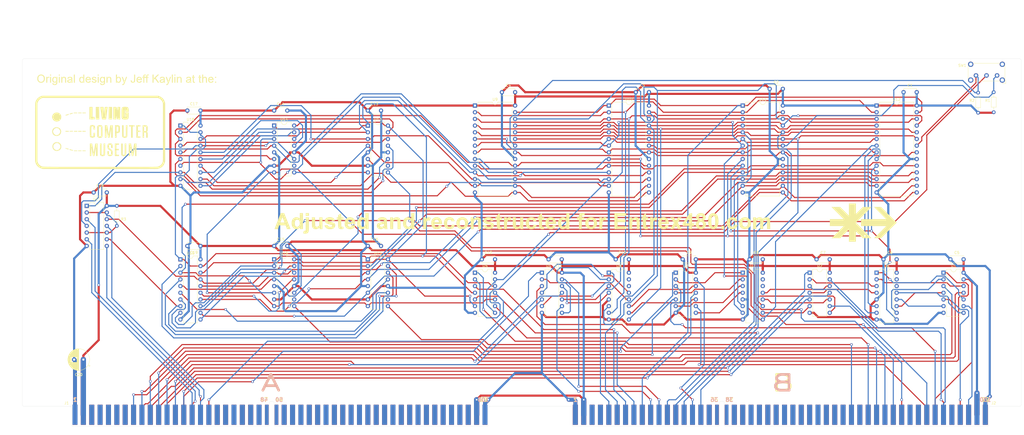
<source format=kicad_pcb>
(kicad_pcb (version 20171130) (host pcbnew 5.1.4-e60b266~84~ubuntu18.04.1)
  (title_block (title "Backplane Tester Multiplexer Board") (rev 0.1))
  (layers (0 F.Cu signal) (31 B.Cu mixed) (34 B.Paste user) (35 F.Paste user) (36 B.SilkS user) (37 F.SilkS user) (38 B.Mask user) (39 F.Mask user) (44 Edge.Cuts user))
  (net 0 "")
  (net 1 /SX0)
  (net 2 "Net-(U1-Pad8)")
  (net 3 "Net-(U1-Pad2)")
  (net 4 "Net-(U1-Pad10)")
  (net 5 "Net-(U1-Pad4)")
  (net 6 /SX4)
  (net 7 /SX2)
  (net 8 "Net-(U1-Pad12)")
  (net 9 "Net-(U1-Pad6)")
  (net 10 GND)
  (net 11 VCC)
  (net 12 /SX30)
  (net 13 "Net-(U2-Pad6)")
  (net 14 "Net-(U2-Pad12)")
  (net 15 /SX00)
  (net 16 /SX20)
  (net 17 "Net-(U2-Pad4)")
  (net 18 "Net-(U2-Pad10)")
  (net 19 /SX7)
  (net 20 /SX10)
  (net 21 "Net-(U2-Pad2)")
  (net 22 "Net-(U2-Pad8)")
  (net 23 /SX6)
  (net 24 /SX40)
  (net 25 "Net-(U3-Pad8)")
  (net 26 "Net-(U3-Pad2)")
  (net 27 /SX70)
  (net 28 /SX50)
  (net 29 "Net-(U3-Pad10)")
  (net 30 "Net-(U3-Pad4)")
  (net 31 /SY0)
  (net 32 /SX60)
  (net 33 "Net-(U3-Pad12)")
  (net 34 "Net-(U3-Pad6)")
  (net 35 /SY1)
  (net 36 /SY2)
  (net 37 "Net-(U4-Pad8)")
  (net 38 "Net-(U4-Pad2)")
  (net 39 /SY5)
  (net 40 /SY3)
  (net 41 "Net-(U4-Pad10)")
  (net 42 "Net-(U4-Pad4)")
  (net 43 /SY6)
  (net 44 /SY4)
  (net 45 "Net-(U4-Pad12)")
  (net 46 "Net-(U4-Pad6)")
  (net 47 /SY7)
  (net 48 "Net-(U13-Pad16)")
  (net 49 "Net-(U18-Pad1)")
  (net 50 /MEM_CLR)
  (net 51 /STROBE_N)
  (net 52 "Net-(U13-Pad1)")
  (net 53 "Net-(U13-Pad8)")
  (net 54 /MEM_CLOCK_N)
  (net 55 /READ1)
  (net 56 "Net-(U10-Pad27)")
  (net 57 /WRITE)
  (net 58 "Net-(U10-Pad9)")
  (net 59 "Net-(U10-Pad8)")
  (net 60 "Net-(U10-Pad10)")
  (net 61 "Net-(U10-Pad7)")
  (net 62 "Net-(U10-Pad5)")
  (net 63 "Net-(U10-Pad6)")
  (net 64 "Net-(U10-Pad4)")
  (net 65 "Net-(U10-Pad25)")
  (net 66 "Net-(U10-Pad3)")
  (net 67 /BMA1)
  (net 68 /IO02)
  (net 69 /BMA2)
  (net 70 /IO01)
  (net 71 /IO00)
  (net 72 /BMA6)
  (net 73 /BMA4)
  (net 74 "Net-(R2-Pad2)")
  (net 75 /BMA5)
  (net 76 /IO07)
  (net 77 /IO06)
  (net 78 /IO05)
  (net 79 /IO04)
  (net 80 /BMA3)
  (net 81 /IO03)
  (net 82 "Net-(R1-Pad2)")
  (net 83 /IO10)
  (net 84 /IO09)
  (net 85 /IO08)
  (net 86 /IO15)
  (net 87 /IO14)
  (net 88 /IO13)
  (net 89 /IO12)
  (net 90 /IO11)
  (net 91 /SUM0)
  (net 92 /WD03)
  (net 93 /WD02)
  (net 94 /WD01)
  (net 95 /WD00)
  (net 96 /WD04)
  (net 97 /WD05)
  (net 98 /WD06)
  (net 99 /WD07)
  (net 100 /SUM1)
  (net 101 /SUM2)
  (net 102 /WD11)
  (net 103 /WD10)
  (net 104 /WD09)
  (net 105 /WD08)
  (net 106 /WD12)
  (net 107 /WD13)
  (net 108 /WD14)
  (net 109 /WD15)
  (net 110 /SUM3)
  (net 111 /MEM0)
  (net 112 /MEM1)
  (net 113 /MEM2)
  (net 114 /MEM3)
  (net 115 /SX3)
  (net 116 /SX1)
  (net 117 /SX5)
  (net 118 "Net-(R3-Pad2)")
  (net 119 "Net-(SW1-Pad2)")
  (module _local:text2 (layer F.Cu) (at 217.17 31.75)
    (fp_text reference G*** hide)
    (fp_text value LOGO hide)
  )
  (module _local:text1 (layer F.Cu) (at 66.04 -22.86)
    (fp_text reference G*** hide)
    (fp_text value LOGO hide)
  )
  (module _local:logoX (layer F.Cu) (at 345.44 31.75)
    (fp_text reference G*** hide)
    (fp_text value LOGO hide)
  )
  (module _library:logoLCM (layer F.Cu) (at 55.88 -2.54)
    (fp_text reference G*** hide)
    (fp_text value LOGO hide)
  )
  (module _library:portA_NovaMod (layer F.Cu) (at 46.355 104.775)
    (fp_text reference J1 (at -3.175 -4.445) (layer F.SilkS))
    (fp_text value PORTA)
    (pad 1 smd rect (at 0 0) (size 1.905 7.62) (layers F.Cu F.Paste F.Mask) (net 10 GND))
    (pad 2 smd rect (at 0 0) (size 1.905 7.62) (layers B.Cu B.Paste B.Mask) (net 10 GND))
    (pad 3 smd rect (at 3.175 0) (size 1.905 7.62) (layers F.Cu F.Paste F.Mask) (net 11 VCC))
    (pad 4 smd rect (at 3.175 0) (size 1.905 7.62) (layers B.Cu B.Paste B.Mask) (net 11 VCC))
    (pad 5 smd rect (at 6.35 0) (size 1.905 7.62) (layers F.Cu F.Paste F.Mask))
    (pad 6 smd rect (at 6.35 0) (size 1.905 7.62) (layers B.Cu B.Paste B.Mask))
    (pad 7 smd rect (at 9.525 0) (size 1.905 7.62) (layers F.Cu F.Paste F.Mask))
    (pad 8 smd rect (at 9.525 0) (size 1.905 7.62) (layers B.Cu B.Paste B.Mask))
    (pad 9 smd rect (at 12.7 0) (size 1.905 7.62) (layers F.Cu F.Paste F.Mask))
    (pad 10 smd rect (at 12.7 0) (size 1.905 7.62) (layers B.Cu B.Paste B.Mask))
    (pad 11 smd rect (at 15.875 0) (size 1.905 7.62) (layers F.Cu F.Paste F.Mask))
    (pad 12 smd rect (at 15.875 0) (size 1.905 7.62) (layers B.Cu B.Paste B.Mask))
    (pad 13 smd rect (at 19.05 0) (size 1.905 7.62) (layers F.Cu F.Paste F.Mask))
    (pad 14 smd rect (at 19.05 0) (size 1.905 7.62) (layers B.Cu B.Paste B.Mask))
    (pad 15 smd rect (at 22.225 0) (size 1.905 7.62) (layers F.Cu F.Paste F.Mask))
    (pad 16 smd rect (at 22.225 0) (size 1.905 7.62) (layers B.Cu B.Paste B.Mask) (net 6 /SX4))
    (pad 17 smd rect (at 25.4 0) (size 1.905 7.62) (layers F.Cu F.Paste F.Mask) (net 1 /SX0))
    (pad 18 smd rect (at 25.4 0) (size 1.905 7.62) (layers B.Cu B.Paste B.Mask) (net 7 /SX2))
    (pad 19 smd rect (at 28.575 0) (size 1.905 7.62) (layers F.Cu F.Paste F.Mask) (net 23 /SX6))
    (pad 20 smd rect (at 28.575 0) (size 1.905 7.62) (layers B.Cu B.Paste B.Mask) (net 24 /SX40))
    (pad 21 smd rect (at 31.75 0) (size 1.905 7.62) (layers F.Cu F.Paste F.Mask) (net 16 /SX20))
    (pad 22 smd rect (at 31.75 0) (size 1.905 7.62) (layers B.Cu B.Paste B.Mask) (net 32 /SX60))
    (pad 23 smd rect (at 34.925 0) (size 1.905 7.62) (layers F.Cu F.Paste F.Mask) (net 15 /SX00))
    (pad 24 smd rect (at 34.925 0) (size 1.905 7.62) (layers B.Cu B.Paste B.Mask) (net 43 /SY6))
    (pad 25 smd rect (at 38.1 0) (size 1.905 7.62) (layers F.Cu F.Paste F.Mask))
    (pad 26 smd rect (at 38.1 0) (size 1.905 7.62) (layers B.Cu B.Paste B.Mask) (net 44 /SY4))
    (pad 27 smd rect (at 41.275 0) (size 1.905 7.62) (layers F.Cu F.Paste F.Mask) (net 36 /SY2))
    (pad 28 smd rect (at 41.275 0) (size 1.905 7.62) (layers B.Cu B.Paste B.Mask) (net 31 /SY0))
    (pad 29 smd rect (at 44.45 0) (size 1.905 7.62) (layers F.Cu F.Paste F.Mask) (net 111 /MEM0))
    (pad 30 smd rect (at 44.45 0) (size 1.905 7.62) (layers B.Cu B.Paste B.Mask) (net 112 /MEM1))
    (pad 31 smd rect (at 47.625 0) (size 1.905 7.62) (layers F.Cu F.Paste F.Mask) (net 113 /MEM2))
    (pad 32 smd rect (at 47.625 0) (size 1.905 7.62) (layers B.Cu B.Paste B.Mask) (net 114 /MEM3))
    (pad 33 smd rect (at 50.8 0) (size 1.905 7.62) (layers F.Cu F.Paste F.Mask) (net 51 /STROBE_N))
    (pad 34 smd rect (at 50.8 0) (size 1.905 7.62) (layers B.Cu B.Paste B.Mask))
    (pad 35 smd rect (at 53.975 0) (size 1.905 7.62) (layers F.Cu F.Paste F.Mask))
    (pad 36 smd rect (at 53.975 0) (size 1.905 7.62) (layers B.Cu B.Paste B.Mask))
    (pad 37 smd rect (at 57.15 0) (size 1.905 7.62) (layers F.Cu F.Paste F.Mask))
    (pad 38 smd rect (at 57.15 0) (size 1.905 7.62) (layers B.Cu B.Paste B.Mask))
    (pad 39 smd rect (at 60.325 0) (size 1.905 7.62) (layers F.Cu F.Paste F.Mask))
    (pad 40 smd rect (at 60.325 0) (size 1.905 7.62) (layers B.Cu B.Paste B.Mask))
    (pad 41 smd rect (at 63.5 0) (size 1.905 7.62) (layers F.Cu F.Paste F.Mask))
    (pad 42 smd rect (at 63.5 0) (size 1.905 7.62) (layers B.Cu B.Paste B.Mask))
    (pad 43 smd rect (at 66.675 0) (size 1.905 7.62) (layers F.Cu F.Paste F.Mask))
    (pad 44 smd rect (at 66.675 0) (size 1.905 7.62) (layers B.Cu B.Paste B.Mask))
    (pad 45 smd rect (at 69.85 0) (size 1.905 7.62) (layers F.Cu F.Paste F.Mask))
    (pad 46 smd rect (at 69.85 0) (size 1.905 7.62) (layers B.Cu B.Paste B.Mask))
    (pad 47 smd rect (at 72.771 0) (size 1.397 7.62) (layers F.Cu F.Paste F.Mask))
    (pad 48 smd rect (at 72.771 0) (size 1.397 7.62) (layers B.Cu B.Paste B.Mask))
    (pad 49 smd rect (at 76.454 0) (size 1.397 7.62) (layers F.Cu F.Paste F.Mask))
    (pad 50 smd rect (at 76.454 0) (size 1.397 7.62) (layers B.Cu B.Paste B.Mask))
    (pad 51 smd rect (at 79.375 0) (size 1.905 7.62) (layers F.Cu F.Paste F.Mask))
    (pad 52 smd rect (at 79.375 0) (size 1.905 7.62) (layers B.Cu B.Paste B.Mask))
    (pad 53 smd rect (at 82.55 0) (size 1.905 7.62) (layers F.Cu F.Paste F.Mask))
    (pad 54 smd rect (at 82.55 0) (size 1.905 7.62) (layers B.Cu B.Paste B.Mask))
    (pad 55 smd rect (at 85.725 0) (size 1.905 7.62) (layers F.Cu F.Paste F.Mask))
    (pad 56 smd rect (at 85.725 0) (size 1.905 7.62) (layers B.Cu B.Paste B.Mask))
    (pad 57 smd rect (at 88.9 0) (size 1.905 7.62) (layers F.Cu F.Paste F.Mask))
    (pad 58 smd rect (at 88.9 0) (size 1.905 7.62) (layers B.Cu B.Paste B.Mask))
    (pad 59 smd rect (at 92.075 0) (size 1.905 7.62) (layers F.Cu F.Paste F.Mask))
    (pad 60 smd rect (at 92.075 0) (size 1.905 7.62) (layers B.Cu B.Paste B.Mask))
    (pad 61 smd rect (at 95.25 0) (size 1.905 7.62) (layers F.Cu F.Paste F.Mask))
    (pad 62 smd rect (at 95.25 0) (size 1.905 7.62) (layers B.Cu B.Paste B.Mask))
    (pad 63 smd rect (at 98.425 0) (size 1.905 7.62) (layers F.Cu F.Paste F.Mask))
    (pad 64 smd rect (at 98.425 0) (size 1.905 7.62) (layers B.Cu B.Paste B.Mask))
    (pad 65 smd rect (at 101.6 0) (size 1.905 7.62) (layers F.Cu F.Paste F.Mask))
    (pad 66 smd rect (at 101.6 0) (size 1.905 7.62) (layers B.Cu B.Paste B.Mask))
    (pad 67 smd rect (at 104.775 0) (size 1.905 7.62) (layers F.Cu F.Paste F.Mask))
    (pad 68 smd rect (at 104.775 0) (size 1.905 7.62) (layers B.Cu B.Paste B.Mask))
    (pad 69 smd rect (at 107.95 0) (size 1.905 7.62) (layers F.Cu F.Paste F.Mask))
    (pad 70 smd rect (at 107.95 0) (size 1.905 7.62) (layers B.Cu B.Paste B.Mask))
    (pad 71 smd rect (at 111.125 0) (size 1.905 7.62) (layers F.Cu F.Paste F.Mask))
    (pad 72 smd rect (at 111.125 0) (size 1.905 7.62) (layers B.Cu B.Paste B.Mask))
    (pad 73 smd rect (at 114.3 0) (size 1.905 7.62) (layers F.Cu F.Paste F.Mask))
    (pad 74 smd rect (at 114.3 0) (size 1.905 7.62) (layers B.Cu B.Paste B.Mask))
    (pad 75 smd rect (at 117.475 0) (size 1.905 7.62) (layers F.Cu F.Paste F.Mask))
    (pad 76 smd rect (at 117.475 0) (size 1.905 7.62) (layers B.Cu B.Paste B.Mask))
    (pad 77 smd rect (at 120.65 0) (size 1.905 7.62) (layers F.Cu F.Paste F.Mask))
    (pad 78 smd rect (at 120.65 0) (size 1.905 7.62) (layers B.Cu B.Paste B.Mask))
    (pad 79 smd rect (at 123.825 0) (size 1.905 7.62) (layers F.Cu F.Paste F.Mask))
    (pad 80 smd rect (at 123.825 0) (size 1.905 7.62) (layers B.Cu B.Paste B.Mask))
    (pad 81 smd rect (at 127 0) (size 1.905 7.62) (layers F.Cu F.Paste F.Mask))
    (pad 82 smd rect (at 127 0) (size 1.905 7.62) (layers B.Cu B.Paste B.Mask))
    (pad 83 smd rect (at 130.175 0) (size 1.905 7.62) (layers F.Cu F.Paste F.Mask))
    (pad 84 smd rect (at 130.175 0) (size 1.905 7.62) (layers B.Cu B.Paste B.Mask))
    (pad 85 smd rect (at 133.35 0) (size 1.905 7.62) (layers F.Cu F.Paste F.Mask))
    (pad 86 smd rect (at 133.35 0) (size 1.905 7.62) (layers B.Cu B.Paste B.Mask))
    (pad 87 smd rect (at 136.525 0) (size 1.905 7.62) (layers F.Cu F.Paste F.Mask))
    (pad 88 smd rect (at 136.525 0) (size 1.905 7.62) (layers B.Cu B.Paste B.Mask))
    (pad 89 smd rect (at 139.7 0) (size 1.905 7.62) (layers F.Cu F.Paste F.Mask))
    (pad 90 smd rect (at 139.7 0) (size 1.905 7.62) (layers B.Cu B.Paste B.Mask))
    (pad 91 smd rect (at 142.875 0) (size 1.905 7.62) (layers F.Cu F.Paste F.Mask))
    (pad 92 smd rect (at 142.875 0) (size 1.905 7.62) (layers B.Cu B.Paste B.Mask))
    (pad 93 smd rect (at 146.05 0) (size 1.905 7.62) (layers F.Cu F.Paste F.Mask))
    (pad 94 smd rect (at 146.05 0) (size 1.905 7.62) (layers B.Cu B.Paste B.Mask))
    (pad 95 smd rect (at 149.225 0) (size 1.905 7.62) (layers F.Cu F.Paste F.Mask))
    (pad 96 smd rect (at 149.225 0) (size 1.905 7.62) (layers B.Cu B.Paste B.Mask))
    (pad 97 smd rect (at 152.4 0) (size 1.905 7.62) (layers F.Cu F.Paste F.Mask) (net 11 VCC))
    (pad 98 smd rect (at 152.4 0) (size 1.905 7.62) (layers B.Cu B.Paste B.Mask) (net 11 VCC))
    (pad 99 smd rect (at 155.575 0) (size 1.905 7.62) (layers F.Cu F.Paste F.Mask) (net 10 GND))
    (pad 100 smd rect (at 155.575 0) (size 1.905 7.62) (layers B.Cu B.Paste B.Mask) (net 10 GND))
  )
  (module _library:portB_NovaMod (layer F.Cu) (at 236.22 104.775)
    (fp_text reference J2 (at 158.75 -4.445) (layer F.SilkS))
    (fp_text value PORTB)
    (pad 1 smd rect (at 0 0) (size 1.905 7.62) (layers F.Cu F.Paste F.Mask) (net 10 GND))
    (pad 2 smd rect (at 0 0) (size 1.905 7.62) (layers B.Cu B.Paste B.Mask) (net 10 GND))
    (pad 3 smd rect (at 3.175 0) (size 1.905 7.62) (layers F.Cu F.Paste F.Mask) (net 11 VCC))
    (pad 4 smd rect (at 3.175 0) (size 1.905 7.62) (layers B.Cu B.Paste B.Mask) (net 11 VCC))
    (pad 5 smd rect (at 6.35 0) (size 1.905 7.62) (layers F.Cu F.Paste F.Mask))
    (pad 6 smd rect (at 6.35 0) (size 1.905 7.62) (layers B.Cu B.Paste B.Mask))
    (pad 7 smd rect (at 9.525 0) (size 1.905 7.62) (layers F.Cu F.Paste F.Mask))
    (pad 8 smd rect (at 9.525 0) (size 1.905 7.62) (layers B.Cu B.Paste B.Mask))
    (pad 9 smd rect (at 12.7 0) (size 1.905 7.62) (layers F.Cu F.Paste F.Mask))
    (pad 10 smd rect (at 12.7 0) (size 1.905 7.62) (layers B.Cu B.Paste B.Mask) (net 80 /BMA3))
    (pad 11 smd rect (at 15.875 0) (size 1.905 7.62) (layers F.Cu F.Paste F.Mask))
    (pad 12 smd rect (at 15.875 0) (size 1.905 7.62) (layers B.Cu B.Paste B.Mask) (net 69 /BMA2))
    (pad 13 smd rect (at 19.05 0) (size 1.905 7.62) (layers F.Cu F.Paste F.Mask))
    (pad 14 smd rect (at 19.05 0) (size 1.905 7.62) (layers B.Cu B.Paste B.Mask) (net 54 /MEM_CLOCK_N))
    (pad 15 smd rect (at 22.225 0) (size 1.905 7.62) (layers F.Cu F.Paste F.Mask))
    (pad 16 smd rect (at 22.225 0) (size 1.905 7.62) (layers B.Cu B.Paste B.Mask) (net 50 /MEM_CLR))
    (pad 17 smd rect (at 25.4 0) (size 1.905 7.62) (layers F.Cu F.Paste F.Mask))
    (pad 18 smd rect (at 25.4 0) (size 1.905 7.62) (layers B.Cu B.Paste B.Mask) (net 67 /BMA1))
    (pad 19 smd rect (at 28.575 0) (size 1.905 7.62) (layers F.Cu F.Paste F.Mask))
    (pad 20 smd rect (at 28.575 0) (size 1.905 7.62) (layers B.Cu B.Paste B.Mask) (net 39 /SY5))
    (pad 21 smd rect (at 31.75 0) (size 1.905 7.62) (layers F.Cu F.Paste F.Mask))
    (pad 22 smd rect (at 31.75 0) (size 1.905 7.62) (layers B.Cu B.Paste B.Mask) (net 47 /SY7))
    (pad 23 smd rect (at 34.925 0) (size 1.905 7.62) (layers F.Cu F.Paste F.Mask))
    (pad 24 smd rect (at 34.925 0) (size 1.905 7.62) (layers B.Cu B.Paste B.Mask) (net 75 /BMA5))
    (pad 25 smd rect (at 38.1 0) (size 1.905 7.62) (layers F.Cu F.Paste F.Mask))
    (pad 26 smd rect (at 38.1 0) (size 1.905 7.62) (layers B.Cu B.Paste B.Mask) (net 72 /BMA6))
    (pad 27 smd rect (at 41.275 0) (size 1.905 7.62) (layers F.Cu F.Paste F.Mask))
    (pad 28 smd rect (at 41.275 0) (size 1.905 7.62) (layers B.Cu B.Paste B.Mask) (net 73 /BMA4))
    (pad 29 smd rect (at 44.45 0) (size 1.905 7.62) (layers F.Cu F.Paste F.Mask))
    (pad 30 smd rect (at 44.45 0) (size 1.905 7.62) (layers B.Cu B.Paste B.Mask) (net 35 /SY1))
    (pad 31 smd rect (at 47.625 0) (size 1.905 7.62) (layers F.Cu F.Paste F.Mask))
    (pad 32 smd rect (at 47.625 0) (size 1.905 7.62) (layers B.Cu B.Paste B.Mask) (net 40 /SY3))
    (pad 33 smd rect (at 50.8 0) (size 1.905 7.62) (layers F.Cu F.Paste F.Mask))
    (pad 34 smd rect (at 50.8 0) (size 1.905 7.62) (layers B.Cu B.Paste B.Mask))
    (pad 35 smd rect (at 53.721 0) (size 1.397 7.62) (layers F.Cu F.Paste F.Mask))
    (pad 36 smd rect (at 53.721 0) (size 1.397 7.62) (layers B.Cu B.Paste B.Mask))
    (pad 37 smd rect (at 57.404 0) (size 1.397 7.62) (layers F.Cu F.Paste F.Mask))
    (pad 38 smd rect (at 57.404 0) (size 1.397 7.62) (layers B.Cu B.Paste B.Mask))
    (pad 39 smd rect (at 60.325 0) (size 1.905 7.62) (layers F.Cu F.Paste F.Mask))
    (pad 40 smd rect (at 60.325 0) (size 1.905 7.62) (layers B.Cu B.Paste B.Mask))
    (pad 41 smd rect (at 63.5 0) (size 1.905 7.62) (layers F.Cu F.Paste F.Mask))
    (pad 42 smd rect (at 63.5 0) (size 1.905 7.62) (layers B.Cu B.Paste B.Mask))
    (pad 43 smd rect (at 66.675 0) (size 1.905 7.62) (layers F.Cu F.Paste F.Mask))
    (pad 44 smd rect (at 66.675 0) (size 1.905 7.62) (layers B.Cu B.Paste B.Mask))
    (pad 45 smd rect (at 69.85 0) (size 1.905 7.62) (layers F.Cu F.Paste F.Mask))
    (pad 46 smd rect (at 69.85 0) (size 1.905 7.62) (layers B.Cu B.Paste B.Mask))
    (pad 47 smd rect (at 73.025 0) (size 1.905 7.62) (layers F.Cu F.Paste F.Mask))
    (pad 48 smd rect (at 73.025 0) (size 1.905 7.62) (layers B.Cu B.Paste B.Mask))
    (pad 49 smd rect (at 76.2 0) (size 1.905 7.62) (layers F.Cu F.Paste F.Mask))
    (pad 50 smd rect (at 76.2 0) (size 1.905 7.62) (layers B.Cu B.Paste B.Mask))
    (pad 51 smd rect (at 79.375 0) (size 1.905 7.62) (layers F.Cu F.Paste F.Mask))
    (pad 52 smd rect (at 79.375 0) (size 1.905 7.62) (layers B.Cu B.Paste B.Mask))
    (pad 53 smd rect (at 82.55 0) (size 1.905 7.62) (layers F.Cu F.Paste F.Mask))
    (pad 54 smd rect (at 82.55 0) (size 1.905 7.62) (layers B.Cu B.Paste B.Mask))
    (pad 55 smd rect (at 85.725 0) (size 1.905 7.62) (layers F.Cu F.Paste F.Mask))
    (pad 56 smd rect (at 85.725 0) (size 1.905 7.62) (layers B.Cu B.Paste B.Mask))
    (pad 57 smd rect (at 88.9 0) (size 1.905 7.62) (layers F.Cu F.Paste F.Mask))
    (pad 58 smd rect (at 88.9 0) (size 1.905 7.62) (layers B.Cu B.Paste B.Mask))
    (pad 59 smd rect (at 92.075 0) (size 1.905 7.62) (layers F.Cu F.Paste F.Mask))
    (pad 60 smd rect (at 92.075 0) (size 1.905 7.62) (layers B.Cu B.Paste B.Mask))
    (pad 61 smd rect (at 95.25 0) (size 1.905 7.62) (layers F.Cu F.Paste F.Mask))
    (pad 62 smd rect (at 95.25 0) (size 1.905 7.62) (layers B.Cu B.Paste B.Mask))
    (pad 63 smd rect (at 98.425 0) (size 1.905 7.62) (layers F.Cu F.Paste F.Mask))
    (pad 64 smd rect (at 98.425 0) (size 1.905 7.62) (layers B.Cu B.Paste B.Mask))
    (pad 65 smd rect (at 101.6 0) (size 1.905 7.62) (layers F.Cu F.Paste F.Mask))
    (pad 66 smd rect (at 101.6 0) (size 1.905 7.62) (layers B.Cu B.Paste B.Mask))
    (pad 67 smd rect (at 104.775 0) (size 1.905 7.62) (layers F.Cu F.Paste F.Mask))
    (pad 68 smd rect (at 104.775 0) (size 1.905 7.62) (layers B.Cu B.Paste B.Mask) (net 57 /WRITE))
    (pad 69 smd rect (at 107.95 0) (size 1.905 7.62) (layers F.Cu F.Paste F.Mask))
    (pad 70 smd rect (at 107.95 0) (size 1.905 7.62) (layers B.Cu B.Paste B.Mask))
    (pad 71 smd rect (at 111.125 0) (size 1.905 7.62) (layers F.Cu F.Paste F.Mask))
    (pad 72 smd rect (at 111.125 0) (size 1.905 7.62) (layers B.Cu B.Paste B.Mask) (net 55 /READ1))
    (pad 73 smd rect (at 114.3 0) (size 1.905 7.62) (layers F.Cu F.Paste F.Mask))
    (pad 74 smd rect (at 114.3 0) (size 1.905 7.62) (layers B.Cu B.Paste B.Mask) (net 101 /SUM2))
    (pad 75 smd rect (at 117.475 0) (size 1.905 7.62) (layers F.Cu F.Paste F.Mask))
    (pad 76 smd rect (at 117.475 0) (size 1.905 7.62) (layers B.Cu B.Paste B.Mask) (net 110 /SUM3))
    (pad 77 smd rect (at 120.65 0) (size 1.905 7.62) (layers F.Cu F.Paste F.Mask))
    (pad 78 smd rect (at 120.65 0) (size 1.905 7.62) (layers B.Cu B.Paste B.Mask) (net 91 /SUM0))
    (pad 79 smd rect (at 123.825 0) (size 1.905 7.62) (layers F.Cu F.Paste F.Mask) (net 100 /SUM1))
    (pad 80 smd rect (at 123.825 0) (size 1.905 7.62) (layers B.Cu B.Paste B.Mask))
    (pad 81 smd rect (at 127 0) (size 1.905 7.62) (layers F.Cu F.Paste F.Mask))
    (pad 82 smd rect (at 127 0) (size 1.905 7.62) (layers B.Cu B.Paste B.Mask))
    (pad 83 smd rect (at 130.175 0) (size 1.905 7.62) (layers F.Cu F.Paste F.Mask))
    (pad 84 smd rect (at 130.175 0) (size 1.905 7.62) (layers B.Cu B.Paste B.Mask))
    (pad 85 smd rect (at 133.35 0) (size 1.905 7.62) (layers F.Cu F.Paste F.Mask) (net 27 /SX70))
    (pad 86 smd rect (at 133.35 0) (size 1.905 7.62) (layers B.Cu B.Paste B.Mask) (net 20 /SX10))
    (pad 87 smd rect (at 136.525 0) (size 1.905 7.62) (layers F.Cu F.Paste F.Mask) (net 117 /SX5))
    (pad 88 smd rect (at 136.525 0) (size 1.905 7.62) (layers B.Cu B.Paste B.Mask) (net 28 /SX50))
    (pad 89 smd rect (at 139.7 0) (size 1.905 7.62) (layers F.Cu F.Paste F.Mask) (net 19 /SX7))
    (pad 90 smd rect (at 139.7 0) (size 1.905 7.62) (layers B.Cu B.Paste B.Mask) (net 12 /SX30))
    (pad 91 smd rect (at 142.875 0) (size 1.905 7.62) (layers F.Cu F.Paste F.Mask))
    (pad 92 smd rect (at 142.875 0) (size 1.905 7.62) (layers B.Cu B.Paste B.Mask))
    (pad 93 smd rect (at 146.05 0) (size 1.905 7.62) (layers F.Cu F.Paste F.Mask) (net 116 /SX1))
    (pad 94 smd rect (at 146.05 0) (size 1.905 7.62) (layers B.Cu B.Paste B.Mask))
    (pad 95 smd rect (at 149.225 0) (size 1.905 7.62) (layers F.Cu F.Paste F.Mask))
    (pad 96 smd rect (at 149.225 0) (size 1.905 7.62) (layers B.Cu B.Paste B.Mask) (net 115 /SX3))
    (pad 97 smd rect (at 152.4 0) (size 1.905 7.62) (layers F.Cu F.Paste F.Mask) (net 11 VCC))
    (pad 98 smd rect (at 152.4 0) (size 1.905 7.62) (layers B.Cu B.Paste B.Mask) (net 11 VCC))
    (pad 99 smd rect (at 155.575 0) (size 1.905 7.62) (layers F.Cu F.Paste F.Mask) (net 10 GND))
    (pad 100 smd rect (at 155.575 0) (size 1.905 7.62) (layers B.Cu B.Paste B.Mask) (net 10 GND))
  )
  (module Button_Switch_THT:SW_E-Switch_EG1224_SPDT_Angled (layer F.Cu) (at 396.24 -24.13 180)
    (fp_text reference SW1 (at 13.208 3.81) (layer F.SilkS))
    (fp_text value SW_SPDT)
    (pad "" thru_hole circle (at -2 -1.75 180) (size 2 2) (drill 1.2) (layers *.Cu *.Mask))
    (pad "" thru_hole circle (at 10 -1.75 180) (size 2 2) (drill 1.2) (layers *.Cu *.Mask))
    (pad "" thru_hole circle (at 10 4.25 180) (size 2 2) (drill 1.2) (layers *.Cu *.Mask))
    (pad "" thru_hole circle (at -2 4.25 180) (size 2 2) (drill 1.2) (layers *.Cu *.Mask))
    (pad 1 thru_hole circle (at 0 0 180) (size 1.7 1.7) (drill 0.9) (layers *.Cu *.Mask) (net 82 "Net-(R1-Pad2)"))
    (pad 2 thru_hole circle (at 4 0 180) (size 1.7 1.7) (drill 0.9) (layers *.Cu *.Mask) (net 119 "Net-(SW1-Pad2)"))
    (pad 3 thru_hole circle (at 8 0 180) (size 1.7 1.7) (drill 0.9) (layers *.Cu *.Mask) (net 74 "Net-(R2-Pad2)"))
  )
  (module Capacitor_THT:C_Disc_D4.7mm_W2.5mm_P5.00mm (layer F.Cu) (at 365.76 -17.78 180)
    (fp_text reference C1 (at 2.54 2.54) (layer F.SilkS))
    (fp_text value 100nF)
    (pad 1 thru_hole circle (at 0 0 180) (size 1.6 1.6) (drill 0.8) (layers *.Cu *.Mask) (net 11 VCC))
    (pad 2 thru_hole circle (at 5 0 180) (size 1.6 1.6) (drill 0.8) (layers *.Cu *.Mask) (net 10 GND))
  )
  (module Capacitor_THT:C_Disc_D4.7mm_W2.5mm_P5.00mm (layer F.Cu) (at 314.96 -19.05 180)
    (fp_text reference C2 (at 2.54 2.54) (layer F.SilkS))
    (fp_text value 100nF)
    (pad 2 thru_hole circle (at 5 0 180) (size 1.6 1.6) (drill 0.8) (layers *.Cu *.Mask) (net 10 GND))
    (pad 1 thru_hole circle (at 0 0 180) (size 1.6 1.6) (drill 0.8) (layers *.Cu *.Mask) (net 11 VCC))
  )
  (module Capacitor_THT:C_Disc_D4.7mm_W2.5mm_P5.00mm (layer F.Cu) (at 264.16 -17.78 180)
    (fp_text reference C3 (at 2.54 2.54) (layer F.SilkS))
    (fp_text value 100nF)
    (pad 1 thru_hole circle (at 0 0 180) (size 1.6 1.6) (drill 0.8) (layers *.Cu *.Mask) (net 11 VCC))
    (pad 2 thru_hole circle (at 5 0 180) (size 1.6 1.6) (drill 0.8) (layers *.Cu *.Mask) (net 10 GND))
  )
  (module Capacitor_THT:C_Disc_D4.7mm_W2.5mm_P5.00mm (layer F.Cu) (at 213.36 -17.78 180)
    (fp_text reference C4 (at 2.54 2.54) (layer F.SilkS))
    (fp_text value 100nF)
    (pad 2 thru_hole circle (at 5 0 180) (size 1.6 1.6) (drill 0.8) (layers *.Cu *.Mask) (net 10 GND))
    (pad 1 thru_hole circle (at 0 0 180) (size 1.6 1.6) (drill 0.8) (layers *.Cu *.Mask) (net 11 VCC))
  )
  (module Capacitor_THT:C_Disc_D4.7mm_W2.5mm_P5.00mm (layer F.Cu) (at 383.54 45.72 180)
    (fp_text reference C5 (at 2.54 2.54) (layer F.SilkS))
    (fp_text value 100nF)
    (pad 1 thru_hole circle (at 0 0 180) (size 1.6 1.6) (drill 0.8) (layers *.Cu *.Mask) (net 11 VCC))
    (pad 2 thru_hole circle (at 5 0 180) (size 1.6 1.6) (drill 0.8) (layers *.Cu *.Mask) (net 10 GND))
  )
  (module Capacitor_THT:C_Disc_D4.7mm_W2.5mm_P5.00mm (layer F.Cu) (at 358.14 45.72 180)
    (fp_text reference C6 (at 2.54 2.54) (layer F.SilkS))
    (fp_text value 100nF)
    (pad 2 thru_hole circle (at 5 0 180) (size 1.6 1.6) (drill 0.8) (layers *.Cu *.Mask) (net 10 GND))
    (pad 1 thru_hole circle (at 0 0 180) (size 1.6 1.6) (drill 0.8) (layers *.Cu *.Mask) (net 11 VCC))
  )
  (module Capacitor_THT:C_Disc_D4.7mm_W2.5mm_P5.00mm (layer F.Cu) (at 332.74 45.72 180)
    (fp_text reference C7 (at 2.54 2.54) (layer F.SilkS))
    (fp_text value 100nF)
    (pad 1 thru_hole circle (at 0 0 180) (size 1.6 1.6) (drill 0.8) (layers *.Cu *.Mask) (net 11 VCC))
    (pad 2 thru_hole circle (at 5 0 180) (size 1.6 1.6) (drill 0.8) (layers *.Cu *.Mask) (net 10 GND))
  )
  (module Capacitor_THT:C_Disc_D4.7mm_W2.5mm_P5.00mm (layer F.Cu) (at 307.34 45.72 180)
    (fp_text reference C8 (at 2.54 2.54) (layer F.SilkS))
    (fp_text value 100nF)
    (pad 2 thru_hole circle (at 5 0 180) (size 1.6 1.6) (drill 0.8) (layers *.Cu *.Mask) (net 10 GND))
    (pad 1 thru_hole circle (at 0 0 180) (size 1.6 1.6) (drill 0.8) (layers *.Cu *.Mask) (net 11 VCC))
  )
  (module Capacitor_THT:C_Disc_D4.7mm_W2.5mm_P5.00mm (layer F.Cu) (at 281.94 45.72 180)
    (fp_text reference C9 (at 2.54 2.54) (layer F.SilkS))
    (fp_text value 100nF)
    (pad 1 thru_hole circle (at 0 0 180) (size 1.6 1.6) (drill 0.8) (layers *.Cu *.Mask) (net 11 VCC))
    (pad 2 thru_hole circle (at 5 0 180) (size 1.6 1.6) (drill 0.8) (layers *.Cu *.Mask) (net 10 GND))
  )
  (module Capacitor_THT:C_Disc_D4.7mm_W2.5mm_P5.00mm (layer F.Cu) (at 256.54 45.72 180)
    (fp_text reference C10 (at 2.54 2.54) (layer F.SilkS))
    (fp_text value 100nF)
    (pad 1 thru_hole circle (at 0 0 180) (size 1.6 1.6) (drill 0.8) (layers *.Cu *.Mask) (net 11 VCC))
    (pad 2 thru_hole circle (at 5 0 180) (size 1.6 1.6) (drill 0.8) (layers *.Cu *.Mask) (net 10 GND))
  )
  (module Capacitor_THT:C_Disc_D4.7mm_W2.5mm_P5.00mm (layer F.Cu) (at 231.06 45.72 180)
    (fp_text reference C11 (at 1.19 -2.54) (layer F.SilkS))
    (fp_text value 100nF)
    (pad 2 thru_hole circle (at 5 0 180) (size 1.6 1.6) (drill 0.8) (layers *.Cu *.Mask) (net 10 GND))
    (pad 1 thru_hole circle (at 0 0 180) (size 1.6 1.6) (drill 0.8) (layers *.Cu *.Mask) (net 11 VCC))
  )
  (module Capacitor_THT:C_Disc_D4.7mm_W2.5mm_P5.00mm (layer F.Cu) (at 205.74 45.72 180)
    (fp_text reference C12 (at 2.54 2.54) (layer F.SilkS))
    (fp_text value 100nF)
    (pad 1 thru_hole circle (at 0 0 180) (size 1.6 1.6) (drill 0.8) (layers *.Cu *.Mask) (net 11 VCC))
    (pad 2 thru_hole circle (at 5 0 180) (size 1.6 1.6) (drill 0.8) (layers *.Cu *.Mask) (net 10 GND))
  )
  (module Capacitor_THT:C_Disc_D4.7mm_W2.5mm_P5.00mm (layer F.Cu) (at 157.48 -10.795)
    (fp_text reference C13 (at 2.5 -2.5) (layer F.SilkS))
    (fp_text value 100nF)
    (pad 2 thru_hole circle (at 5 0) (size 1.6 1.6) (drill 0.8) (layers *.Cu *.Mask) (net 10 GND))
    (pad 1 thru_hole circle (at 0 0) (size 1.6 1.6) (drill 0.8) (layers *.Cu *.Mask) (net 11 VCC))
  )
  (module Capacitor_THT:C_Disc_D4.7mm_W2.5mm_P5.00mm (layer F.Cu) (at 121.92 -10.795)
    (fp_text reference C14 (at 2.5 -2.5) (layer F.SilkS))
    (fp_text value 100nF)
    (pad 1 thru_hole circle (at 0 0) (size 1.6 1.6) (drill 0.8) (layers *.Cu *.Mask) (net 11 VCC))
    (pad 2 thru_hole circle (at 5 0) (size 1.6 1.6) (drill 0.8) (layers *.Cu *.Mask) (net 10 GND))
  )
  (module Capacitor_THT:C_Disc_D4.7mm_W2.5mm_P5.00mm (layer F.Cu) (at 121.92 40.64)
    (fp_text reference C15 (at 2.5 -2.5) (layer F.SilkS))
    (fp_text value 100nF)
    (pad 2 thru_hole circle (at 5 0) (size 1.6 1.6) (drill 0.8) (layers *.Cu *.Mask) (net 10 GND))
    (pad 1 thru_hole circle (at 0 0) (size 1.6 1.6) (drill 0.8) (layers *.Cu *.Mask) (net 11 VCC))
  )
  (module Capacitor_THT:C_Disc_D4.7mm_W2.5mm_P5.00mm (layer F.Cu) (at 157.48 40.64)
    (fp_text reference C16 (at 2.5 -2.5) (layer F.SilkS))
    (fp_text value 100nF)
    (pad 1 thru_hole circle (at 0 0) (size 1.6 1.6) (drill 0.8) (layers *.Cu *.Mask) (net 11 VCC))
    (pad 2 thru_hole circle (at 5 0) (size 1.6 1.6) (drill 0.8) (layers *.Cu *.Mask) (net 10 GND))
  )
  (module Capacitor_THT:C_Disc_D4.7mm_W2.5mm_P5.00mm (layer F.Cu) (at 93.98 -10.795 180)
    (fp_text reference C17 (at 2.54 2.54) (layer F.SilkS))
    (fp_text value 100nF)
    (pad 2 thru_hole circle (at 5 0 180) (size 1.6 1.6) (drill 0.8) (layers *.Cu *.Mask) (net 10 GND))
    (pad 1 thru_hole circle (at 0 0 180) (size 1.6 1.6) (drill 0.8) (layers *.Cu *.Mask) (net 11 VCC))
  )
  (module Capacitor_THT:C_Disc_D4.7mm_W2.5mm_P5.00mm (layer F.Cu) (at 58.42 20.32 180)
    (fp_text reference C18 (at 2.54 2.54) (layer F.SilkS))
    (fp_text value 100nF)
    (pad 1 thru_hole circle (at 0 0 180) (size 1.6 1.6) (drill 0.8) (layers *.Cu *.Mask) (net 11 VCC))
    (pad 2 thru_hole circle (at 5 0 180) (size 1.6 1.6) (drill 0.8) (layers *.Cu *.Mask) (net 10 GND))
  )
  (module Capacitor_THT:C_Disc_D4.7mm_W2.5mm_P5.00mm (layer F.Cu) (at 93.98 40.64 180)
    (fp_text reference C19 (at 2.5 -2.5) (layer F.SilkS))
    (fp_text value 100nF)
    (pad 2 thru_hole circle (at 5 0 180) (size 1.6 1.6) (drill 0.8) (layers *.Cu *.Mask) (net 10 GND))
    (pad 1 thru_hole circle (at 0 0 180) (size 1.6 1.6) (drill 0.8) (layers *.Cu *.Mask) (net 11 VCC))
  )
  (module Capacitor_THT:CP_Radial_D8.0mm_P3.50mm (layer F.Cu) (at 49.53 83.82 180)
    (fp_text reference C20 (at 1.75 -5.715) (layer F.SilkS))
    (fp_text value 10uF/25V)
    (pad 1 thru_hole rect (at 0 0 180) (size 1.6 1.6) (drill 0.8) (layers *.Cu *.Mask) (net 11 VCC))
    (pad 2 thru_hole circle (at 3.5 0 180) (size 1.6 1.6) (drill 0.8) (layers *.Cu *.Mask) (net 10 GND))
  )
  (module Resistor_THT:R_Axial_DIN0204_L3.6mm_D1.6mm_P7.62mm_Horizontal (layer F.Cu) (at 394.97 -10.16 90)
    (fp_text reference R1 (at 4.445 -2.286 180) (layer F.SilkS))
    (fp_text value 2K)
    (pad 2 thru_hole oval (at 7.62 0 90) (size 1.4 1.4) (drill 0.7) (layers *.Cu *.Mask) (net 82 "Net-(R1-Pad2)"))
    (pad 1 thru_hole circle (at 0 0 90) (size 1.4 1.4) (drill 0.7) (layers *.Cu *.Mask) (net 11 VCC))
  )
  (module Resistor_THT:R_Axial_DIN0204_L3.6mm_D1.6mm_P7.62mm_Horizontal (layer F.Cu) (at 389.055 -9.975 90)
    (fp_text reference R2 (at 4.63 -2.34 180) (layer F.SilkS))
    (fp_text value 2K)
    (pad 1 thru_hole circle (at 0 0 90) (size 1.4 1.4) (drill 0.7) (layers *.Cu *.Mask) (net 11 VCC))
    (pad 2 thru_hole oval (at 7.62 0 90) (size 1.4 1.4) (drill 0.7) (layers *.Cu *.Mask) (net 74 "Net-(R2-Pad2)"))
  )
  (module Resistor_THT:R_Axial_DIN0204_L3.6mm_D1.6mm_P7.62mm_Horizontal (layer F.Cu) (at 62.23 25.4 270)
    (fp_text reference R3 (at 5.08 -2.54 180) (layer F.SilkS))
    (fp_text value 2K)
    (pad 1 thru_hole circle (at 0 0 270) (size 1.4 1.4) (drill 0.7) (layers *.Cu *.Mask) (net 11 VCC))
    (pad 2 thru_hole oval (at 7.62 0 270) (size 1.4 1.4) (drill 0.7) (layers *.Cu *.Mask) (net 118 "Net-(R3-Pad2)"))
  )
  (module Package_DIP:DIP-14_W7.62mm (layer F.Cu) (at 375.92 50.8)
    (fp_text reference U1 (at 3.81 -2.54) (layer F.SilkS))
    (fp_text value 74LS14)
    (pad 1 thru_hole rect (at 0 0) (size 1.6 1.6) (drill 0.8) (layers *.Cu *.Mask) (net 1 /SX0))
    (pad 8 thru_hole oval (at 7.62 15.24) (size 1.6 1.6) (drill 0.8) (layers *.Cu *.Mask) (net 2 "Net-(U1-Pad8)"))
    (pad 2 thru_hole oval (at 0 2.54) (size 1.6 1.6) (drill 0.8) (layers *.Cu *.Mask) (net 3 "Net-(U1-Pad2)"))
    (pad 9 thru_hole oval (at 7.62 12.7) (size 1.6 1.6) (drill 0.8) (layers *.Cu *.Mask) (net 115 /SX3))
    (pad 3 thru_hole oval (at 0 5.08) (size 1.6 1.6) (drill 0.8) (layers *.Cu *.Mask) (net 116 /SX1))
    (pad 10 thru_hole oval (at 7.62 10.16) (size 1.6 1.6) (drill 0.8) (layers *.Cu *.Mask) (net 4 "Net-(U1-Pad10)"))
    (pad 4 thru_hole oval (at 0 7.62) (size 1.6 1.6) (drill 0.8) (layers *.Cu *.Mask) (net 5 "Net-(U1-Pad4)"))
    (pad 11 thru_hole oval (at 7.62 7.62) (size 1.6 1.6) (drill 0.8) (layers *.Cu *.Mask) (net 6 /SX4))
    (pad 5 thru_hole oval (at 0 10.16) (size 1.6 1.6) (drill 0.8) (layers *.Cu *.Mask) (net 7 /SX2))
    (pad 12 thru_hole oval (at 7.62 5.08) (size 1.6 1.6) (drill 0.8) (layers *.Cu *.Mask) (net 8 "Net-(U1-Pad12)"))
    (pad 6 thru_hole oval (at 0 12.7) (size 1.6 1.6) (drill 0.8) (layers *.Cu *.Mask) (net 9 "Net-(U1-Pad6)"))
    (pad 13 thru_hole oval (at 7.62 2.54) (size 1.6 1.6) (drill 0.8) (layers *.Cu *.Mask) (net 117 /SX5))
    (pad 7 thru_hole oval (at 0 15.24) (size 1.6 1.6) (drill 0.8) (layers *.Cu *.Mask) (net 10 GND))
    (pad 14 thru_hole oval (at 7.62 0) (size 1.6 1.6) (drill 0.8) (layers *.Cu *.Mask) (net 11 VCC))
  )
  (module Package_DIP:DIP-14_W7.62mm (layer F.Cu) (at 325.12 50.8)
    (fp_text reference U2 (at 3.81 -2.54) (layer F.SilkS))
    (fp_text value 74LS14)
    (pad 14 thru_hole oval (at 7.62 0) (size 1.6 1.6) (drill 0.8) (layers *.Cu *.Mask) (net 11 VCC))
    (pad 7 thru_hole oval (at 0 15.24) (size 1.6 1.6) (drill 0.8) (layers *.Cu *.Mask) (net 10 GND))
    (pad 13 thru_hole oval (at 7.62 2.54) (size 1.6 1.6) (drill 0.8) (layers *.Cu *.Mask) (net 12 /SX30))
    (pad 6 thru_hole oval (at 0 12.7) (size 1.6 1.6) (drill 0.8) (layers *.Cu *.Mask) (net 13 "Net-(U2-Pad6)"))
    (pad 12 thru_hole oval (at 7.62 5.08) (size 1.6 1.6) (drill 0.8) (layers *.Cu *.Mask) (net 14 "Net-(U2-Pad12)"))
    (pad 5 thru_hole oval (at 0 10.16) (size 1.6 1.6) (drill 0.8) (layers *.Cu *.Mask) (net 15 /SX00))
    (pad 11 thru_hole oval (at 7.62 7.62) (size 1.6 1.6) (drill 0.8) (layers *.Cu *.Mask) (net 16 /SX20))
    (pad 4 thru_hole oval (at 0 7.62) (size 1.6 1.6) (drill 0.8) (layers *.Cu *.Mask) (net 17 "Net-(U2-Pad4)"))
    (pad 10 thru_hole oval (at 7.62 10.16) (size 1.6 1.6) (drill 0.8) (layers *.Cu *.Mask) (net 18 "Net-(U2-Pad10)"))
    (pad 3 thru_hole oval (at 0 5.08) (size 1.6 1.6) (drill 0.8) (layers *.Cu *.Mask) (net 19 /SX7))
    (pad 9 thru_hole oval (at 7.62 12.7) (size 1.6 1.6) (drill 0.8) (layers *.Cu *.Mask) (net 20 /SX10))
    (pad 2 thru_hole oval (at 0 2.54) (size 1.6 1.6) (drill 0.8) (layers *.Cu *.Mask) (net 21 "Net-(U2-Pad2)"))
    (pad 8 thru_hole oval (at 7.62 15.24) (size 1.6 1.6) (drill 0.8) (layers *.Cu *.Mask) (net 22 "Net-(U2-Pad8)"))
    (pad 1 thru_hole rect (at 0 0) (size 1.6 1.6) (drill 0.8) (layers *.Cu *.Mask) (net 23 /SX6))
  )
  (module Package_DIP:DIP-14_W7.62mm (layer F.Cu) (at 274.32 50.8)
    (fp_text reference U3 (at 3.81 -2.54) (layer F.SilkS))
    (fp_text value 74LS14)
    (pad 1 thru_hole rect (at 0 0) (size 1.6 1.6) (drill 0.8) (layers *.Cu *.Mask) (net 24 /SX40))
    (pad 8 thru_hole oval (at 7.62 15.24) (size 1.6 1.6) (drill 0.8) (layers *.Cu *.Mask) (net 25 "Net-(U3-Pad8)"))
    (pad 2 thru_hole oval (at 0 2.54) (size 1.6 1.6) (drill 0.8) (layers *.Cu *.Mask) (net 26 "Net-(U3-Pad2)"))
    (pad 9 thru_hole oval (at 7.62 12.7) (size 1.6 1.6) (drill 0.8) (layers *.Cu *.Mask) (net 27 /SX70))
    (pad 3 thru_hole oval (at 0 5.08) (size 1.6 1.6) (drill 0.8) (layers *.Cu *.Mask) (net 28 /SX50))
    (pad 10 thru_hole oval (at 7.62 10.16) (size 1.6 1.6) (drill 0.8) (layers *.Cu *.Mask) (net 29 "Net-(U3-Pad10)"))
    (pad 4 thru_hole oval (at 0 7.62) (size 1.6 1.6) (drill 0.8) (layers *.Cu *.Mask) (net 30 "Net-(U3-Pad4)"))
    (pad 11 thru_hole oval (at 7.62 7.62) (size 1.6 1.6) (drill 0.8) (layers *.Cu *.Mask) (net 31 /SY0))
    (pad 5 thru_hole oval (at 0 10.16) (size 1.6 1.6) (drill 0.8) (layers *.Cu *.Mask) (net 32 /SX60))
    (pad 12 thru_hole oval (at 7.62 5.08) (size 1.6 1.6) (drill 0.8) (layers *.Cu *.Mask) (net 33 "Net-(U3-Pad12)"))
    (pad 6 thru_hole oval (at 0 12.7) (size 1.6 1.6) (drill 0.8) (layers *.Cu *.Mask) (net 34 "Net-(U3-Pad6)"))
    (pad 13 thru_hole oval (at 7.62 2.54) (size 1.6 1.6) (drill 0.8) (layers *.Cu *.Mask) (net 35 /SY1))
    (pad 7 thru_hole oval (at 0 15.24) (size 1.6 1.6) (drill 0.8) (layers *.Cu *.Mask) (net 10 GND))
    (pad 14 thru_hole oval (at 7.62 0) (size 1.6 1.6) (drill 0.8) (layers *.Cu *.Mask) (net 11 VCC))
  )
  (module Package_DIP:DIP-14_W7.62mm (layer F.Cu) (at 223.52 50.8)
    (fp_text reference U4 (at 2.54 -2.54) (layer F.SilkS))
    (fp_text value 74LS14)
    (pad 1 thru_hole rect (at 0 0) (size 1.6 1.6) (drill 0.8) (layers *.Cu *.Mask) (net 36 /SY2))
    (pad 8 thru_hole oval (at 7.62 15.24) (size 1.6 1.6) (drill 0.8) (layers *.Cu *.Mask) (net 37 "Net-(U4-Pad8)"))
    (pad 2 thru_hole oval (at 0 2.54) (size 1.6 1.6) (drill 0.8) (layers *.Cu *.Mask) (net 38 "Net-(U4-Pad2)"))
    (pad 9 thru_hole oval (at 7.62 12.7) (size 1.6 1.6) (drill 0.8) (layers *.Cu *.Mask) (net 39 /SY5))
    (pad 3 thru_hole oval (at 0 5.08) (size 1.6 1.6) (drill 0.8) (layers *.Cu *.Mask) (net 40 /SY3))
    (pad 10 thru_hole oval (at 7.62 10.16) (size 1.6 1.6) (drill 0.8) (layers *.Cu *.Mask) (net 41 "Net-(U4-Pad10)"))
    (pad 4 thru_hole oval (at 0 7.62) (size 1.6 1.6) (drill 0.8) (layers *.Cu *.Mask) (net 42 "Net-(U4-Pad4)"))
    (pad 11 thru_hole oval (at 7.62 7.62) (size 1.6 1.6) (drill 0.8) (layers *.Cu *.Mask) (net 43 /SY6))
    (pad 5 thru_hole oval (at 0 10.16) (size 1.6 1.6) (drill 0.8) (layers *.Cu *.Mask) (net 44 /SY4))
    (pad 12 thru_hole oval (at 7.62 5.08) (size 1.6 1.6) (drill 0.8) (layers *.Cu *.Mask) (net 45 "Net-(U4-Pad12)"))
    (pad 6 thru_hole oval (at 0 12.7) (size 1.6 1.6) (drill 0.8) (layers *.Cu *.Mask) (net 46 "Net-(U4-Pad6)"))
    (pad 13 thru_hole oval (at 7.62 2.54) (size 1.6 1.6) (drill 0.8) (layers *.Cu *.Mask) (net 47 /SY7))
    (pad 7 thru_hole oval (at 0 15.24) (size 1.6 1.6) (drill 0.8) (layers *.Cu *.Mask) (net 10 GND))
    (pad 14 thru_hole oval (at 7.62 0) (size 1.6 1.6) (drill 0.8) (layers *.Cu *.Mask) (net 11 VCC))
  )
  (module Package_DIP:DIP-14_W7.62mm (layer F.Cu) (at 198.12 50.8)
    (fp_text reference U5 (at 3.81 -2.54) (layer F.SilkS))
    (fp_text value 74LS14)
    (pad 14 thru_hole oval (at 7.62 0) (size 1.6 1.6) (drill 0.8) (layers *.Cu *.Mask) (net 11 VCC))
    (pad 7 thru_hole oval (at 0 15.24) (size 1.6 1.6) (drill 0.8) (layers *.Cu *.Mask) (net 10 GND))
    (pad 13 thru_hole oval (at 7.62 2.54) (size 1.6 1.6) (drill 0.8) (layers *.Cu *.Mask) (net 119 "Net-(SW1-Pad2)"))
    (pad 6 thru_hole oval (at 0 12.7) (size 1.6 1.6) (drill 0.8) (layers *.Cu *.Mask) (net 48 "Net-(U13-Pad16)"))
    (pad 12 thru_hole oval (at 7.62 5.08) (size 1.6 1.6) (drill 0.8) (layers *.Cu *.Mask) (net 49 "Net-(U18-Pad1)"))
    (pad 5 thru_hole oval (at 0 10.16) (size 1.6 1.6) (drill 0.8) (layers *.Cu *.Mask) (net 50 /MEM_CLR))
    (pad 11 thru_hole oval (at 7.62 7.62) (size 1.6 1.6) (drill 0.8) (layers *.Cu *.Mask) (net 51 /STROBE_N))
    (pad 4 thru_hole oval (at 0 7.62) (size 1.6 1.6) (drill 0.8) (layers *.Cu *.Mask) (net 52 "Net-(U13-Pad1)"))
    (pad 10 thru_hole oval (at 7.62 10.16) (size 1.6 1.6) (drill 0.8) (layers *.Cu *.Mask) (net 53 "Net-(U13-Pad8)"))
    (pad 3 thru_hole oval (at 0 5.08) (size 1.6 1.6) (drill 0.8) (layers *.Cu *.Mask) (net 54 /MEM_CLOCK_N))
    (pad 9 thru_hole oval (at 7.62 12.7) (size 1.6 1.6) (drill 0.8) (layers *.Cu *.Mask) (net 55 /READ1))
    (pad 2 thru_hole oval (at 0 2.54) (size 1.6 1.6) (drill 0.8) (layers *.Cu *.Mask) (net 56 "Net-(U10-Pad27)"))
    (pad 8 thru_hole oval (at 7.62 15.24) (size 1.6 1.6) (drill 0.8) (layers *.Cu *.Mask) (net 119 "Net-(SW1-Pad2)"))
    (pad 1 thru_hole rect (at 0 0) (size 1.6 1.6) (drill 0.8) (layers *.Cu *.Mask) (net 57 /WRITE))
  )
  (module Package_DIP:DIP-16_W7.62mm (layer F.Cu) (at 350.52 50.8)
    (fp_text reference U6 (at 3.81 -2.54) (layer F.SilkS))
    (fp_text value 74LS148)
    (pad 1 thru_hole rect (at 0 0) (size 1.6 1.6) (drill 0.8) (layers *.Cu *.Mask) (net 4 "Net-(U1-Pad10)"))
    (pad 9 thru_hole oval (at 7.62 17.78) (size 1.6 1.6) (drill 0.8) (layers *.Cu *.Mask) (net 60 "Net-(U10-Pad10)"))
    (pad 2 thru_hole oval (at 0 2.54) (size 1.6 1.6) (drill 0.8) (layers *.Cu *.Mask) (net 8 "Net-(U1-Pad12)"))
    (pad 10 thru_hole oval (at 7.62 15.24) (size 1.6 1.6) (drill 0.8) (layers *.Cu *.Mask) (net 3 "Net-(U1-Pad2)"))
    (pad 3 thru_hole oval (at 0 5.08) (size 1.6 1.6) (drill 0.8) (layers *.Cu *.Mask) (net 21 "Net-(U2-Pad2)"))
    (pad 11 thru_hole oval (at 7.62 12.7) (size 1.6 1.6) (drill 0.8) (layers *.Cu *.Mask) (net 5 "Net-(U1-Pad4)"))
    (pad 4 thru_hole oval (at 0 7.62) (size 1.6 1.6) (drill 0.8) (layers *.Cu *.Mask) (net 17 "Net-(U2-Pad4)"))
    (pad 12 thru_hole oval (at 7.62 10.16) (size 1.6 1.6) (drill 0.8) (layers *.Cu *.Mask) (net 9 "Net-(U1-Pad6)"))
    (pad 5 thru_hole oval (at 0 10.16) (size 1.6 1.6) (drill 0.8) (layers *.Cu *.Mask) (net 10 GND))
    (pad 13 thru_hole oval (at 7.62 7.62) (size 1.6 1.6) (drill 0.8) (layers *.Cu *.Mask) (net 2 "Net-(U1-Pad8)"))
    (pad 6 thru_hole oval (at 0 12.7) (size 1.6 1.6) (drill 0.8) (layers *.Cu *.Mask) (net 59 "Net-(U10-Pad8)"))
    (pad 14 thru_hole oval (at 7.62 5.08) (size 1.6 1.6) (drill 0.8) (layers *.Cu *.Mask))
    (pad 7 thru_hole oval (at 0 15.24) (size 1.6 1.6) (drill 0.8) (layers *.Cu *.Mask) (net 58 "Net-(U10-Pad9)"))
    (pad 15 thru_hole oval (at 7.62 2.54) (size 1.6 1.6) (drill 0.8) (layers *.Cu *.Mask))
    (pad 8 thru_hole oval (at 0 17.78) (size 1.6 1.6) (drill 0.8) (layers *.Cu *.Mask) (net 10 GND))
    (pad 16 thru_hole oval (at 7.62 0) (size 1.6 1.6) (drill 0.8) (layers *.Cu *.Mask) (net 11 VCC))
  )
  (module Package_DIP:DIP-16_W7.62mm (layer F.Cu) (at 299.72 50.8)
    (fp_text reference U7 (at 3.81 -2.54) (layer F.SilkS))
    (fp_text value 74LS148)
    (pad 1 thru_hole rect (at 0 0) (size 1.6 1.6) (drill 0.8) (layers *.Cu *.Mask) (net 26 "Net-(U3-Pad2)"))
    (pad 9 thru_hole oval (at 7.62 17.78) (size 1.6 1.6) (drill 0.8) (layers *.Cu *.Mask) (net 61 "Net-(U10-Pad7)"))
    (pad 2 thru_hole oval (at 0 2.54) (size 1.6 1.6) (drill 0.8) (layers *.Cu *.Mask) (net 30 "Net-(U3-Pad4)"))
    (pad 10 thru_hole oval (at 7.62 15.24) (size 1.6 1.6) (drill 0.8) (layers *.Cu *.Mask) (net 13 "Net-(U2-Pad6)"))
    (pad 3 thru_hole oval (at 0 5.08) (size 1.6 1.6) (drill 0.8) (layers *.Cu *.Mask) (net 34 "Net-(U3-Pad6)"))
    (pad 11 thru_hole oval (at 7.62 12.7) (size 1.6 1.6) (drill 0.8) (layers *.Cu *.Mask) (net 22 "Net-(U2-Pad8)"))
    (pad 4 thru_hole oval (at 0 7.62) (size 1.6 1.6) (drill 0.8) (layers *.Cu *.Mask) (net 25 "Net-(U3-Pad8)"))
    (pad 12 thru_hole oval (at 7.62 10.16) (size 1.6 1.6) (drill 0.8) (layers *.Cu *.Mask) (net 18 "Net-(U2-Pad10)"))
    (pad 5 thru_hole oval (at 0 10.16) (size 1.6 1.6) (drill 0.8) (layers *.Cu *.Mask) (net 10 GND))
    (pad 13 thru_hole oval (at 7.62 7.62) (size 1.6 1.6) (drill 0.8) (layers *.Cu *.Mask) (net 14 "Net-(U2-Pad12)"))
    (pad 6 thru_hole oval (at 0 12.7) (size 1.6 1.6) (drill 0.8) (layers *.Cu *.Mask) (net 62 "Net-(U10-Pad5)"))
    (pad 14 thru_hole oval (at 7.62 5.08) (size 1.6 1.6) (drill 0.8) (layers *.Cu *.Mask))
    (pad 7 thru_hole oval (at 0 15.24) (size 1.6 1.6) (drill 0.8) (layers *.Cu *.Mask) (net 63 "Net-(U10-Pad6)"))
    (pad 15 thru_hole oval (at 7.62 2.54) (size 1.6 1.6) (drill 0.8) (layers *.Cu *.Mask))
    (pad 8 thru_hole oval (at 0 17.78) (size 1.6 1.6) (drill 0.8) (layers *.Cu *.Mask) (net 10 GND))
    (pad 16 thru_hole oval (at 7.62 0) (size 1.6 1.6) (drill 0.8) (layers *.Cu *.Mask) (net 11 VCC))
  )
  (module Package_DIP:DIP-16_W7.62mm (layer F.Cu) (at 248.92 50.8)
    (fp_text reference U8 (at 3.81 -2.54) (layer F.SilkS))
    (fp_text value 74LS148)
    (pad 16 thru_hole oval (at 7.62 0) (size 1.6 1.6) (drill 0.8) (layers *.Cu *.Mask) (net 11 VCC))
    (pad 8 thru_hole oval (at 0 17.78) (size 1.6 1.6) (drill 0.8) (layers *.Cu *.Mask) (net 10 GND))
    (pad 15 thru_hole oval (at 7.62 2.54) (size 1.6 1.6) (drill 0.8) (layers *.Cu *.Mask))
    (pad 7 thru_hole oval (at 0 15.24) (size 1.6 1.6) (drill 0.8) (layers *.Cu *.Mask) (net 66 "Net-(U10-Pad3)"))
    (pad 14 thru_hole oval (at 7.62 5.08) (size 1.6 1.6) (drill 0.8) (layers *.Cu *.Mask))
    (pad 6 thru_hole oval (at 0 12.7) (size 1.6 1.6) (drill 0.8) (layers *.Cu *.Mask) (net 65 "Net-(U10-Pad25)"))
    (pad 13 thru_hole oval (at 7.62 7.62) (size 1.6 1.6) (drill 0.8) (layers *.Cu *.Mask) (net 42 "Net-(U4-Pad4)"))
    (pad 5 thru_hole oval (at 0 10.16) (size 1.6 1.6) (drill 0.8) (layers *.Cu *.Mask) (net 10 GND))
    (pad 12 thru_hole oval (at 7.62 10.16) (size 1.6 1.6) (drill 0.8) (layers *.Cu *.Mask) (net 38 "Net-(U4-Pad2)"))
    (pad 4 thru_hole oval (at 0 7.62) (size 1.6 1.6) (drill 0.8) (layers *.Cu *.Mask) (net 45 "Net-(U4-Pad12)"))
    (pad 11 thru_hole oval (at 7.62 12.7) (size 1.6 1.6) (drill 0.8) (layers *.Cu *.Mask) (net 33 "Net-(U3-Pad12)"))
    (pad 3 thru_hole oval (at 0 5.08) (size 1.6 1.6) (drill 0.8) (layers *.Cu *.Mask) (net 41 "Net-(U4-Pad10)"))
    (pad 10 thru_hole oval (at 7.62 15.24) (size 1.6 1.6) (drill 0.8) (layers *.Cu *.Mask) (net 29 "Net-(U3-Pad10)"))
    (pad 2 thru_hole oval (at 0 2.54) (size 1.6 1.6) (drill 0.8) (layers *.Cu *.Mask) (net 37 "Net-(U4-Pad8)"))
    (pad 9 thru_hole oval (at 7.62 17.78) (size 1.6 1.6) (drill 0.8) (layers *.Cu *.Mask) (net 64 "Net-(U10-Pad4)"))
    (pad 1 thru_hole rect (at 0 0) (size 1.6 1.6) (drill 0.8) (layers *.Cu *.Mask) (net 46 "Net-(U4-Pad6)"))
  )
  (module Package_DIP:DIP-28_W15.24mm (layer F.Cu) (at 198.12 -12.7)
    (fp_text reference U9 (at 7.62 -2.33) (layer F.SilkS))
    (fp_text value 27C256)
    (pad 28 thru_hole oval (at 15.24 0) (size 1.6 1.6) (drill 0.8) (layers *.Cu *.Mask) (net 11 VCC))
    (pad 14 thru_hole oval (at 0 33.02) (size 1.6 1.6) (drill 0.8) (layers *.Cu *.Mask) (net 10 GND))
    (pad 27 thru_hole oval (at 15.24 2.54) (size 1.6 1.6) (drill 0.8) (layers *.Cu *.Mask) (net 67 /BMA1))
    (pad 13 thru_hole oval (at 0 30.48) (size 1.6 1.6) (drill 0.8) (layers *.Cu *.Mask) (net 68 /IO02))
    (pad 26 thru_hole oval (at 15.24 5.08) (size 1.6 1.6) (drill 0.8) (layers *.Cu *.Mask) (net 69 /BMA2))
    (pad 12 thru_hole oval (at 0 27.94) (size 1.6 1.6) (drill 0.8) (layers *.Cu *.Mask) (net 70 /IO01))
    (pad 25 thru_hole oval (at 15.24 7.62) (size 1.6 1.6) (drill 0.8) (layers *.Cu *.Mask) (net 65 "Net-(U10-Pad25)"))
    (pad 11 thru_hole oval (at 0 25.4) (size 1.6 1.6) (drill 0.8) (layers *.Cu *.Mask) (net 71 /IO00))
    (pad 24 thru_hole oval (at 15.24 10.16) (size 1.6 1.6) (drill 0.8) (layers *.Cu *.Mask) (net 72 /BMA6))
    (pad 10 thru_hole oval (at 0 22.86) (size 1.6 1.6) (drill 0.8) (layers *.Cu *.Mask) (net 60 "Net-(U10-Pad10)"))
    (pad 23 thru_hole oval (at 15.24 12.7) (size 1.6 1.6) (drill 0.8) (layers *.Cu *.Mask) (net 73 /BMA4))
    (pad 9 thru_hole oval (at 0 20.32) (size 1.6 1.6) (drill 0.8) (layers *.Cu *.Mask) (net 58 "Net-(U10-Pad9)"))
    (pad 22 thru_hole oval (at 15.24 15.24) (size 1.6 1.6) (drill 0.8) (layers *.Cu *.Mask) (net 74 "Net-(R2-Pad2)"))
    (pad 8 thru_hole oval (at 0 17.78) (size 1.6 1.6) (drill 0.8) (layers *.Cu *.Mask) (net 59 "Net-(U10-Pad8)"))
    (pad 21 thru_hole oval (at 15.24 17.78) (size 1.6 1.6) (drill 0.8) (layers *.Cu *.Mask) (net 75 /BMA5))
    (pad 7 thru_hole oval (at 0 15.24) (size 1.6 1.6) (drill 0.8) (layers *.Cu *.Mask) (net 61 "Net-(U10-Pad7)"))
    (pad 20 thru_hole oval (at 15.24 20.32) (size 1.6 1.6) (drill 0.8) (layers *.Cu *.Mask) (net 10 GND))
    (pad 6 thru_hole oval (at 0 12.7) (size 1.6 1.6) (drill 0.8) (layers *.Cu *.Mask) (net 63 "Net-(U10-Pad6)"))
    (pad 19 thru_hole oval (at 15.24 22.86) (size 1.6 1.6) (drill 0.8) (layers *.Cu *.Mask) (net 76 /IO07))
    (pad 5 thru_hole oval (at 0 10.16) (size 1.6 1.6) (drill 0.8) (layers *.Cu *.Mask) (net 62 "Net-(U10-Pad5)"))
    (pad 18 thru_hole oval (at 15.24 25.4) (size 1.6 1.6) (drill 0.8) (layers *.Cu *.Mask) (net 77 /IO06))
    (pad 4 thru_hole oval (at 0 7.62) (size 1.6 1.6) (drill 0.8) (layers *.Cu *.Mask) (net 64 "Net-(U10-Pad4)"))
    (pad 17 thru_hole oval (at 15.24 27.94) (size 1.6 1.6) (drill 0.8) (layers *.Cu *.Mask) (net 78 /IO05))
    (pad 3 thru_hole oval (at 0 5.08) (size 1.6 1.6) (drill 0.8) (layers *.Cu *.Mask) (net 66 "Net-(U10-Pad3)"))
    (pad 16 thru_hole oval (at 15.24 30.48) (size 1.6 1.6) (drill 0.8) (layers *.Cu *.Mask) (net 79 /IO04))
    (pad 2 thru_hole oval (at 0 2.54) (size 1.6 1.6) (drill 0.8) (layers *.Cu *.Mask) (net 80 /BMA3))
    (pad 15 thru_hole oval (at 15.24 33.02) (size 1.6 1.6) (drill 0.8) (layers *.Cu *.Mask) (net 81 /IO03))
    (pad 1 thru_hole rect (at 0 0) (size 1.6 1.6) (drill 0.8) (layers *.Cu *.Mask) (net 11 VCC))
  )
  (module Package_DIP:DIP-28_W15.24mm (layer F.Cu) (at 248.92 -12.7)
    (fp_text reference U10 (at 7.62 -2.33) (layer F.SilkS))
    (fp_text value 62256P)
    (pad 28 thru_hole oval (at 15.24 0) (size 1.6 1.6) (drill 0.8) (layers *.Cu *.Mask) (net 11 VCC))
    (pad 14 thru_hole oval (at 0 33.02) (size 1.6 1.6) (drill 0.8) (layers *.Cu *.Mask) (net 10 GND))
    (pad 27 thru_hole oval (at 15.24 2.54) (size 1.6 1.6) (drill 0.8) (layers *.Cu *.Mask) (net 56 "Net-(U10-Pad27)"))
    (pad 13 thru_hole oval (at 0 30.48) (size 1.6 1.6) (drill 0.8) (layers *.Cu *.Mask) (net 68 /IO02))
    (pad 26 thru_hole oval (at 15.24 5.08) (size 1.6 1.6) (drill 0.8) (layers *.Cu *.Mask) (net 69 /BMA2))
    (pad 12 thru_hole oval (at 0 27.94) (size 1.6 1.6) (drill 0.8) (layers *.Cu *.Mask) (net 70 /IO01))
    (pad 25 thru_hole oval (at 15.24 7.62) (size 1.6 1.6) (drill 0.8) (layers *.Cu *.Mask) (net 65 "Net-(U10-Pad25)"))
    (pad 11 thru_hole oval (at 0 25.4) (size 1.6 1.6) (drill 0.8) (layers *.Cu *.Mask) (net 71 /IO00))
    (pad 24 thru_hole oval (at 15.24 10.16) (size 1.6 1.6) (drill 0.8) (layers *.Cu *.Mask) (net 72 /BMA6))
    (pad 10 thru_hole oval (at 0 22.86) (size 1.6 1.6) (drill 0.8) (layers *.Cu *.Mask) (net 60 "Net-(U10-Pad10)"))
    (pad 23 thru_hole oval (at 15.24 12.7) (size 1.6 1.6) (drill 0.8) (layers *.Cu *.Mask) (net 73 /BMA4))
    (pad 9 thru_hole oval (at 0 20.32) (size 1.6 1.6) (drill 0.8) (layers *.Cu *.Mask) (net 58 "Net-(U10-Pad9)"))
    (pad 22 thru_hole oval (at 15.24 15.24) (size 1.6 1.6) (drill 0.8) (layers *.Cu *.Mask) (net 82 "Net-(R1-Pad2)"))
    (pad 8 thru_hole oval (at 0 17.78) (size 1.6 1.6) (drill 0.8) (layers *.Cu *.Mask) (net 59 "Net-(U10-Pad8)"))
    (pad 21 thru_hole oval (at 15.24 17.78) (size 1.6 1.6) (drill 0.8) (layers *.Cu *.Mask) (net 75 /BMA5))
    (pad 7 thru_hole oval (at 0 15.24) (size 1.6 1.6) (drill 0.8) (layers *.Cu *.Mask) (net 61 "Net-(U10-Pad7)"))
    (pad 20 thru_hole oval (at 15.24 20.32) (size 1.6 1.6) (drill 0.8) (layers *.Cu *.Mask) (net 10 GND))
    (pad 6 thru_hole oval (at 0 12.7) (size 1.6 1.6) (drill 0.8) (layers *.Cu *.Mask) (net 63 "Net-(U10-Pad6)"))
    (pad 19 thru_hole oval (at 15.24 22.86) (size 1.6 1.6) (drill 0.8) (layers *.Cu *.Mask) (net 76 /IO07))
    (pad 5 thru_hole oval (at 0 10.16) (size 1.6 1.6) (drill 0.8) (layers *.Cu *.Mask) (net 62 "Net-(U10-Pad5)"))
    (pad 18 thru_hole oval (at 15.24 25.4) (size 1.6 1.6) (drill 0.8) (layers *.Cu *.Mask) (net 77 /IO06))
    (pad 4 thru_hole oval (at 0 7.62) (size 1.6 1.6) (drill 0.8) (layers *.Cu *.Mask) (net 64 "Net-(U10-Pad4)"))
    (pad 17 thru_hole oval (at 15.24 27.94) (size 1.6 1.6) (drill 0.8) (layers *.Cu *.Mask) (net 78 /IO05))
    (pad 3 thru_hole oval (at 0 5.08) (size 1.6 1.6) (drill 0.8) (layers *.Cu *.Mask) (net 66 "Net-(U10-Pad3)"))
    (pad 16 thru_hole oval (at 15.24 30.48) (size 1.6 1.6) (drill 0.8) (layers *.Cu *.Mask) (net 79 /IO04))
    (pad 2 thru_hole oval (at 0 2.54) (size 1.6 1.6) (drill 0.8) (layers *.Cu *.Mask) (net 80 /BMA3))
    (pad 15 thru_hole oval (at 15.24 33.02) (size 1.6 1.6) (drill 0.8) (layers *.Cu *.Mask) (net 81 /IO03))
    (pad 1 thru_hole rect (at 0 0) (size 1.6 1.6) (drill 0.8) (layers *.Cu *.Mask) (net 67 /BMA1))
  )
  (module Package_DIP:DIP-28_W15.24mm (layer F.Cu) (at 299.72 -12.7)
    (fp_text reference U11 (at 7.62 -2.33) (layer F.SilkS))
    (fp_text value 62256P)
    (pad 1 thru_hole rect (at 0 0) (size 1.6 1.6) (drill 0.8) (layers *.Cu *.Mask) (net 67 /BMA1))
    (pad 15 thru_hole oval (at 15.24 33.02) (size 1.6 1.6) (drill 0.8) (layers *.Cu *.Mask) (net 90 /IO11))
    (pad 2 thru_hole oval (at 0 2.54) (size 1.6 1.6) (drill 0.8) (layers *.Cu *.Mask) (net 80 /BMA3))
    (pad 16 thru_hole oval (at 15.24 30.48) (size 1.6 1.6) (drill 0.8) (layers *.Cu *.Mask) (net 89 /IO12))
    (pad 3 thru_hole oval (at 0 5.08) (size 1.6 1.6) (drill 0.8) (layers *.Cu *.Mask) (net 66 "Net-(U10-Pad3)"))
    (pad 17 thru_hole oval (at 15.24 27.94) (size 1.6 1.6) (drill 0.8) (layers *.Cu *.Mask) (net 88 /IO13))
    (pad 4 thru_hole oval (at 0 7.62) (size 1.6 1.6) (drill 0.8) (layers *.Cu *.Mask) (net 64 "Net-(U10-Pad4)"))
    (pad 18 thru_hole oval (at 15.24 25.4) (size 1.6 1.6) (drill 0.8) (layers *.Cu *.Mask) (net 87 /IO14))
    (pad 5 thru_hole oval (at 0 10.16) (size 1.6 1.6) (drill 0.8) (layers *.Cu *.Mask) (net 62 "Net-(U10-Pad5)"))
    (pad 19 thru_hole oval (at 15.24 22.86) (size 1.6 1.6) (drill 0.8) (layers *.Cu *.Mask) (net 86 /IO15))
    (pad 6 thru_hole oval (at 0 12.7) (size 1.6 1.6) (drill 0.8) (layers *.Cu *.Mask) (net 63 "Net-(U10-Pad6)"))
    (pad 20 thru_hole oval (at 15.24 20.32) (size 1.6 1.6) (drill 0.8) (layers *.Cu *.Mask) (net 10 GND))
    (pad 7 thru_hole oval (at 0 15.24) (size 1.6 1.6) (drill 0.8) (layers *.Cu *.Mask) (net 61 "Net-(U10-Pad7)"))
    (pad 21 thru_hole oval (at 15.24 17.78) (size 1.6 1.6) (drill 0.8) (layers *.Cu *.Mask) (net 75 /BMA5))
    (pad 8 thru_hole oval (at 0 17.78) (size 1.6 1.6) (drill 0.8) (layers *.Cu *.Mask) (net 59 "Net-(U10-Pad8)"))
    (pad 22 thru_hole oval (at 15.24 15.24) (size 1.6 1.6) (drill 0.8) (layers *.Cu *.Mask) (net 82 "Net-(R1-Pad2)"))
    (pad 9 thru_hole oval (at 0 20.32) (size 1.6 1.6) (drill 0.8) (layers *.Cu *.Mask) (net 58 "Net-(U10-Pad9)"))
    (pad 23 thru_hole oval (at 15.24 12.7) (size 1.6 1.6) (drill 0.8) (layers *.Cu *.Mask) (net 73 /BMA4))
    (pad 10 thru_hole oval (at 0 22.86) (size 1.6 1.6) (drill 0.8) (layers *.Cu *.Mask) (net 60 "Net-(U10-Pad10)"))
    (pad 24 thru_hole oval (at 15.24 10.16) (size 1.6 1.6) (drill 0.8) (layers *.Cu *.Mask) (net 72 /BMA6))
    (pad 11 thru_hole oval (at 0 25.4) (size 1.6 1.6) (drill 0.8) (layers *.Cu *.Mask) (net 85 /IO08))
    (pad 25 thru_hole oval (at 15.24 7.62) (size 1.6 1.6) (drill 0.8) (layers *.Cu *.Mask) (net 65 "Net-(U10-Pad25)"))
    (pad 12 thru_hole oval (at 0 27.94) (size 1.6 1.6) (drill 0.8) (layers *.Cu *.Mask) (net 84 /IO09))
    (pad 26 thru_hole oval (at 15.24 5.08) (size 1.6 1.6) (drill 0.8) (layers *.Cu *.Mask) (net 69 /BMA2))
    (pad 13 thru_hole oval (at 0 30.48) (size 1.6 1.6) (drill 0.8) (layers *.Cu *.Mask) (net 83 /IO10))
    (pad 27 thru_hole oval (at 15.24 2.54) (size 1.6 1.6) (drill 0.8) (layers *.Cu *.Mask) (net 56 "Net-(U10-Pad27)"))
    (pad 14 thru_hole oval (at 0 33.02) (size 1.6 1.6) (drill 0.8) (layers *.Cu *.Mask) (net 10 GND))
    (pad 28 thru_hole oval (at 15.24 0) (size 1.6 1.6) (drill 0.8) (layers *.Cu *.Mask) (net 11 VCC))
  )
  (module Package_DIP:DIP-28_W15.24mm (layer F.Cu) (at 350.52 -12.7)
    (fp_text reference U12 (at 7.62 -2.33) (layer F.SilkS))
    (fp_text value 27C256)
    (pad 1 thru_hole rect (at 0 0) (size 1.6 1.6) (drill 0.8) (layers *.Cu *.Mask) (net 11 VCC))
    (pad 15 thru_hole oval (at 15.24 33.02) (size 1.6 1.6) (drill 0.8) (layers *.Cu *.Mask) (net 90 /IO11))
    (pad 2 thru_hole oval (at 0 2.54) (size 1.6 1.6) (drill 0.8) (layers *.Cu *.Mask) (net 80 /BMA3))
    (pad 16 thru_hole oval (at 15.24 30.48) (size 1.6 1.6) (drill 0.8) (layers *.Cu *.Mask) (net 89 /IO12))
    (pad 3 thru_hole oval (at 0 5.08) (size 1.6 1.6) (drill 0.8) (layers *.Cu *.Mask) (net 66 "Net-(U10-Pad3)"))
    (pad 17 thru_hole oval (at 15.24 27.94) (size 1.6 1.6) (drill 0.8) (layers *.Cu *.Mask) (net 88 /IO13))
    (pad 4 thru_hole oval (at 0 7.62) (size 1.6 1.6) (drill 0.8) (layers *.Cu *.Mask) (net 64 "Net-(U10-Pad4)"))
    (pad 18 thru_hole oval (at 15.24 25.4) (size 1.6 1.6) (drill 0.8) (layers *.Cu *.Mask) (net 87 /IO14))
    (pad 5 thru_hole oval (at 0 10.16) (size 1.6 1.6) (drill 0.8) (layers *.Cu *.Mask) (net 62 "Net-(U10-Pad5)"))
    (pad 19 thru_hole oval (at 15.24 22.86) (size 1.6 1.6) (drill 0.8) (layers *.Cu *.Mask) (net 86 /IO15))
    (pad 6 thru_hole oval (at 0 12.7) (size 1.6 1.6) (drill 0.8) (layers *.Cu *.Mask) (net 63 "Net-(U10-Pad6)"))
    (pad 20 thru_hole oval (at 15.24 20.32) (size 1.6 1.6) (drill 0.8) (layers *.Cu *.Mask) (net 10 GND))
    (pad 7 thru_hole oval (at 0 15.24) (size 1.6 1.6) (drill 0.8) (layers *.Cu *.Mask) (net 61 "Net-(U10-Pad7)"))
    (pad 21 thru_hole oval (at 15.24 17.78) (size 1.6 1.6) (drill 0.8) (layers *.Cu *.Mask) (net 75 /BMA5))
    (pad 8 thru_hole oval (at 0 17.78) (size 1.6 1.6) (drill 0.8) (layers *.Cu *.Mask) (net 59 "Net-(U10-Pad8)"))
    (pad 22 thru_hole oval (at 15.24 15.24) (size 1.6 1.6) (drill 0.8) (layers *.Cu *.Mask) (net 74 "Net-(R2-Pad2)"))
    (pad 9 thru_hole oval (at 0 20.32) (size 1.6 1.6) (drill 0.8) (layers *.Cu *.Mask) (net 58 "Net-(U10-Pad9)"))
    (pad 23 thru_hole oval (at 15.24 12.7) (size 1.6 1.6) (drill 0.8) (layers *.Cu *.Mask) (net 73 /BMA4))
    (pad 10 thru_hole oval (at 0 22.86) (size 1.6 1.6) (drill 0.8) (layers *.Cu *.Mask) (net 60 "Net-(U10-Pad10)"))
    (pad 24 thru_hole oval (at 15.24 10.16) (size 1.6 1.6) (drill 0.8) (layers *.Cu *.Mask) (net 72 /BMA6))
    (pad 11 thru_hole oval (at 0 25.4) (size 1.6 1.6) (drill 0.8) (layers *.Cu *.Mask) (net 85 /IO08))
    (pad 25 thru_hole oval (at 15.24 7.62) (size 1.6 1.6) (drill 0.8) (layers *.Cu *.Mask) (net 65 "Net-(U10-Pad25)"))
    (pad 12 thru_hole oval (at 0 27.94) (size 1.6 1.6) (drill 0.8) (layers *.Cu *.Mask) (net 84 /IO09))
    (pad 26 thru_hole oval (at 15.24 5.08) (size 1.6 1.6) (drill 0.8) (layers *.Cu *.Mask) (net 69 /BMA2))
    (pad 13 thru_hole oval (at 0 30.48) (size 1.6 1.6) (drill 0.8) (layers *.Cu *.Mask) (net 83 /IO10))
    (pad 27 thru_hole oval (at 15.24 2.54) (size 1.6 1.6) (drill 0.8) (layers *.Cu *.Mask) (net 67 /BMA1))
    (pad 14 thru_hole oval (at 0 33.02) (size 1.6 1.6) (drill 0.8) (layers *.Cu *.Mask) (net 10 GND))
    (pad 28 thru_hole oval (at 15.24 0) (size 1.6 1.6) (drill 0.8) (layers *.Cu *.Mask) (net 11 VCC))
  )
  (module Package_DIP:DIP-16_W7.62mm (layer F.Cu) (at 157.48 -5.08)
    (fp_text reference U13 (at 3.81 -2.33) (layer F.SilkS))
    (fp_text value 7496)
    (pad 1 thru_hole rect (at 0 0) (size 1.6 1.6) (drill 0.8) (layers *.Cu *.Mask) (net 52 "Net-(U13-Pad1)"))
    (pad 9 thru_hole oval (at 7.62 17.78) (size 1.6 1.6) (drill 0.8) (layers *.Cu *.Mask) (net 91 /SUM0))
    (pad 2 thru_hole oval (at 0 2.54) (size 1.6 1.6) (drill 0.8) (layers *.Cu *.Mask) (net 71 /IO00))
    (pad 10 thru_hole oval (at 7.62 15.24) (size 1.6 1.6) (drill 0.8) (layers *.Cu *.Mask))
    (pad 3 thru_hole oval (at 0 5.08) (size 1.6 1.6) (drill 0.8) (layers *.Cu *.Mask) (net 70 /IO01))
    (pad 11 thru_hole oval (at 7.62 12.7) (size 1.6 1.6) (drill 0.8) (layers *.Cu *.Mask) (net 92 /WD03))
    (pad 4 thru_hole oval (at 0 7.62) (size 1.6 1.6) (drill 0.8) (layers *.Cu *.Mask) (net 68 /IO02))
    (pad 12 thru_hole oval (at 7.62 10.16) (size 1.6 1.6) (drill 0.8) (layers *.Cu *.Mask) (net 10 GND))
    (pad 5 thru_hole oval (at 0 10.16) (size 1.6 1.6) (drill 0.8) (layers *.Cu *.Mask) (net 11 VCC))
    (pad 13 thru_hole oval (at 7.62 7.62) (size 1.6 1.6) (drill 0.8) (layers *.Cu *.Mask) (net 93 /WD02))
    (pad 6 thru_hole oval (at 0 12.7) (size 1.6 1.6) (drill 0.8) (layers *.Cu *.Mask) (net 81 /IO03))
    (pad 14 thru_hole oval (at 7.62 5.08) (size 1.6 1.6) (drill 0.8) (layers *.Cu *.Mask) (net 94 /WD01))
    (pad 7 thru_hole oval (at 0 15.24) (size 1.6 1.6) (drill 0.8) (layers *.Cu *.Mask) (net 10 GND))
    (pad 15 thru_hole oval (at 7.62 2.54) (size 1.6 1.6) (drill 0.8) (layers *.Cu *.Mask) (net 95 /WD00))
    (pad 8 thru_hole oval (at 0 17.78) (size 1.6 1.6) (drill 0.8) (layers *.Cu *.Mask) (net 53 "Net-(U13-Pad8)"))
    (pad 16 thru_hole oval (at 7.62 0) (size 1.6 1.6) (drill 0.8) (layers *.Cu *.Mask) (net 48 "Net-(U13-Pad16)"))
  )
  (module Package_DIP:DIP-16_W7.62mm (layer F.Cu) (at 121.92 -5.08)
    (fp_text reference U14 (at 3.81 -2.33) (layer F.SilkS))
    (fp_text value 7496)
    (pad 16 thru_hole oval (at 7.62 0) (size 1.6 1.6) (drill 0.8) (layers *.Cu *.Mask) (net 48 "Net-(U13-Pad16)"))
    (pad 8 thru_hole oval (at 0 17.78) (size 1.6 1.6) (drill 0.8) (layers *.Cu *.Mask) (net 53 "Net-(U13-Pad8)"))
    (pad 15 thru_hole oval (at 7.62 2.54) (size 1.6 1.6) (drill 0.8) (layers *.Cu *.Mask) (net 96 /WD04))
    (pad 7 thru_hole oval (at 0 15.24) (size 1.6 1.6) (drill 0.8) (layers *.Cu *.Mask) (net 10 GND))
    (pad 14 thru_hole oval (at 7.62 5.08) (size 1.6 1.6) (drill 0.8) (layers *.Cu *.Mask) (net 97 /WD05))
    (pad 6 thru_hole oval (at 0 12.7) (size 1.6 1.6) (drill 0.8) (layers *.Cu *.Mask) (net 76 /IO07))
    (pad 13 thru_hole oval (at 7.62 7.62) (size 1.6 1.6) (drill 0.8) (layers *.Cu *.Mask) (net 98 /WD06))
    (pad 5 thru_hole oval (at 0 10.16) (size 1.6 1.6) (drill 0.8) (layers *.Cu *.Mask) (net 11 VCC))
    (pad 12 thru_hole oval (at 7.62 10.16) (size 1.6 1.6) (drill 0.8) (layers *.Cu *.Mask) (net 10 GND))
    (pad 4 thru_hole oval (at 0 7.62) (size 1.6 1.6) (drill 0.8) (layers *.Cu *.Mask) (net 77 /IO06))
    (pad 11 thru_hole oval (at 7.62 12.7) (size 1.6 1.6) (drill 0.8) (layers *.Cu *.Mask) (net 99 /WD07))
    (pad 3 thru_hole oval (at 0 5.08) (size 1.6 1.6) (drill 0.8) (layers *.Cu *.Mask) (net 78 /IO05))
    (pad 10 thru_hole oval (at 7.62 15.24) (size 1.6 1.6) (drill 0.8) (layers *.Cu *.Mask))
    (pad 2 thru_hole oval (at 0 2.54) (size 1.6 1.6) (drill 0.8) (layers *.Cu *.Mask) (net 79 /IO04))
    (pad 9 thru_hole oval (at 7.62 17.78) (size 1.6 1.6) (drill 0.8) (layers *.Cu *.Mask) (net 100 /SUM1))
    (pad 1 thru_hole rect (at 0 0) (size 1.6 1.6) (drill 0.8) (layers *.Cu *.Mask) (net 52 "Net-(U13-Pad1)"))
  )
  (module Package_DIP:DIP-16_W7.62mm (layer F.Cu) (at 157.48 45.72)
    (fp_text reference U15 (at 3.81 -2.33) (layer F.SilkS))
    (fp_text value 7496)
    (pad 1 thru_hole rect (at 0 0) (size 1.6 1.6) (drill 0.8) (layers *.Cu *.Mask) (net 52 "Net-(U13-Pad1)"))
    (pad 9 thru_hole oval (at 7.62 17.78) (size 1.6 1.6) (drill 0.8) (layers *.Cu *.Mask) (net 101 /SUM2))
    (pad 2 thru_hole oval (at 0 2.54) (size 1.6 1.6) (drill 0.8) (layers *.Cu *.Mask) (net 85 /IO08))
    (pad 10 thru_hole oval (at 7.62 15.24) (size 1.6 1.6) (drill 0.8) (layers *.Cu *.Mask))
    (pad 3 thru_hole oval (at 0 5.08) (size 1.6 1.6) (drill 0.8) (layers *.Cu *.Mask) (net 84 /IO09))
    (pad 11 thru_hole oval (at 7.62 12.7) (size 1.6 1.6) (drill 0.8) (layers *.Cu *.Mask) (net 102 /WD11))
    (pad 4 thru_hole oval (at 0 7.62) (size 1.6 1.6) (drill 0.8) (layers *.Cu *.Mask) (net 83 /IO10))
    (pad 12 thru_hole oval (at 7.62 10.16) (size 1.6 1.6) (drill 0.8) (layers *.Cu *.Mask) (net 10 GND))
    (pad 5 thru_hole oval (at 0 10.16) (size 1.6 1.6) (drill 0.8) (layers *.Cu *.Mask) (net 11 VCC))
    (pad 13 thru_hole oval (at 7.62 7.62) (size 1.6 1.6) (drill 0.8) (layers *.Cu *.Mask) (net 103 /WD10))
    (pad 6 thru_hole oval (at 0 12.7) (size 1.6 1.6) (drill 0.8) (layers *.Cu *.Mask) (net 90 /IO11))
    (pad 14 thru_hole oval (at 7.62 5.08) (size 1.6 1.6) (drill 0.8) (layers *.Cu *.Mask) (net 104 /WD09))
    (pad 7 thru_hole oval (at 0 15.24) (size 1.6 1.6) (drill 0.8) (layers *.Cu *.Mask) (net 10 GND))
    (pad 15 thru_hole oval (at 7.62 2.54) (size 1.6 1.6) (drill 0.8) (layers *.Cu *.Mask) (net 105 /WD08))
    (pad 8 thru_hole oval (at 0 17.78) (size 1.6 1.6) (drill 0.8) (layers *.Cu *.Mask) (net 53 "Net-(U13-Pad8)"))
    (pad 16 thru_hole oval (at 7.62 0) (size 1.6 1.6) (drill 0.8) (layers *.Cu *.Mask) (net 48 "Net-(U13-Pad16)"))
  )
  (module Package_DIP:DIP-16_W7.62mm (layer F.Cu) (at 121.92 45.72)
    (fp_text reference U16 (at 3.81 -2.33) (layer F.SilkS))
    (fp_text value 7496)
    (pad 16 thru_hole oval (at 7.62 0) (size 1.6 1.6) (drill 0.8) (layers *.Cu *.Mask) (net 48 "Net-(U13-Pad16)"))
    (pad 8 thru_hole oval (at 0 17.78) (size 1.6 1.6) (drill 0.8) (layers *.Cu *.Mask) (net 53 "Net-(U13-Pad8)"))
    (pad 15 thru_hole oval (at 7.62 2.54) (size 1.6 1.6) (drill 0.8) (layers *.Cu *.Mask) (net 106 /WD12))
    (pad 7 thru_hole oval (at 0 15.24) (size 1.6 1.6) (drill 0.8) (layers *.Cu *.Mask) (net 10 GND))
    (pad 14 thru_hole oval (at 7.62 5.08) (size 1.6 1.6) (drill 0.8) (layers *.Cu *.Mask) (net 107 /WD13))
    (pad 6 thru_hole oval (at 0 12.7) (size 1.6 1.6) (drill 0.8) (layers *.Cu *.Mask) (net 86 /IO15))
    (pad 13 thru_hole oval (at 7.62 7.62) (size 1.6 1.6) (drill 0.8) (layers *.Cu *.Mask) (net 108 /WD14))
    (pad 5 thru_hole oval (at 0 10.16) (size 1.6 1.6) (drill 0.8) (layers *.Cu *.Mask) (net 11 VCC))
    (pad 12 thru_hole oval (at 7.62 10.16) (size 1.6 1.6) (drill 0.8) (layers *.Cu *.Mask) (net 10 GND))
    (pad 4 thru_hole oval (at 0 7.62) (size 1.6 1.6) (drill 0.8) (layers *.Cu *.Mask) (net 87 /IO14))
    (pad 11 thru_hole oval (at 7.62 12.7) (size 1.6 1.6) (drill 0.8) (layers *.Cu *.Mask) (net 109 /WD15))
    (pad 3 thru_hole oval (at 0 5.08) (size 1.6 1.6) (drill 0.8) (layers *.Cu *.Mask) (net 88 /IO13))
    (pad 10 thru_hole oval (at 7.62 15.24) (size 1.6 1.6) (drill 0.8) (layers *.Cu *.Mask))
    (pad 2 thru_hole oval (at 0 2.54) (size 1.6 1.6) (drill 0.8) (layers *.Cu *.Mask) (net 89 /IO12))
    (pad 9 thru_hole oval (at 7.62 17.78) (size 1.6 1.6) (drill 0.8) (layers *.Cu *.Mask) (net 110 /SUM3))
    (pad 1 thru_hole rect (at 0 0) (size 1.6 1.6) (drill 0.8) (layers *.Cu *.Mask) (net 52 "Net-(U13-Pad1)"))
  )
  (module Package_DIP:DIP-14_W7.62mm (layer F.Cu) (at 50.8 25.4)
    (fp_text reference U17 (at 3.81 -2.54) (layer F.SilkS))
    (fp_text value 74ALS00)
    (pad 14 thru_hole oval (at 7.62 0) (size 1.6 1.6) (drill 0.8) (layers *.Cu *.Mask) (net 11 VCC))
    (pad 7 thru_hole oval (at 0 15.24) (size 1.6 1.6) (drill 0.8) (layers *.Cu *.Mask) (net 10 GND))
    (pad 13 thru_hole oval (at 7.62 2.54) (size 1.6 1.6) (drill 0.8) (layers *.Cu *.Mask) (net 118 "Net-(R3-Pad2)"))
    (pad 6 thru_hole oval (at 0 12.7) (size 1.6 1.6) (drill 0.8) (layers *.Cu *.Mask) (net 112 /MEM1))
    (pad 12 thru_hole oval (at 7.62 5.08) (size 1.6 1.6) (drill 0.8) (layers *.Cu *.Mask) (net 109 /WD15))
    (pad 5 thru_hole oval (at 0 10.16) (size 1.6 1.6) (drill 0.8) (layers *.Cu *.Mask) (net 118 "Net-(R3-Pad2)"))
    (pad 11 thru_hole oval (at 7.62 7.62) (size 1.6 1.6) (drill 0.8) (layers *.Cu *.Mask) (net 114 /MEM3))
    (pad 4 thru_hole oval (at 0 7.62) (size 1.6 1.6) (drill 0.8) (layers *.Cu *.Mask) (net 99 /WD07))
    (pad 10 thru_hole oval (at 7.62 10.16) (size 1.6 1.6) (drill 0.8) (layers *.Cu *.Mask) (net 118 "Net-(R3-Pad2)"))
    (pad 3 thru_hole oval (at 0 5.08) (size 1.6 1.6) (drill 0.8) (layers *.Cu *.Mask) (net 111 /MEM0))
    (pad 9 thru_hole oval (at 7.62 12.7) (size 1.6 1.6) (drill 0.8) (layers *.Cu *.Mask) (net 102 /WD11))
    (pad 2 thru_hole oval (at 0 2.54) (size 1.6 1.6) (drill 0.8) (layers *.Cu *.Mask) (net 118 "Net-(R3-Pad2)"))
    (pad 8 thru_hole oval (at 7.62 15.24) (size 1.6 1.6) (drill 0.8) (layers *.Cu *.Mask) (net 113 /MEM2))
    (pad 1 thru_hole rect (at 0 0) (size 1.6 1.6) (drill 0.8) (layers *.Cu *.Mask) (net 92 /WD03))
  )
  (module Package_DIP:DIP-20_W7.62mm (layer F.Cu) (at 86.36 -5.08)
    (fp_text reference U18 (at 3.81 -2.33) (layer F.SilkS))
    (fp_text value 74LS241)
    (pad 20 thru_hole oval (at 7.62 0) (size 1.6 1.6) (drill 0.8) (layers *.Cu *.Mask) (net 11 VCC))
    (pad 10 thru_hole oval (at 0 22.86) (size 1.6 1.6) (drill 0.8) (layers *.Cu *.Mask) (net 10 GND))
    (pad 19 thru_hole oval (at 7.62 2.54) (size 1.6 1.6) (drill 0.8) (layers *.Cu *.Mask) (net 49 "Net-(U18-Pad1)"))
    (pad 9 thru_hole oval (at 0 20.32) (size 1.6 1.6) (drill 0.8) (layers *.Cu *.Mask) (net 79 /IO04))
    (pad 18 thru_hole oval (at 7.62 5.08) (size 1.6 1.6) (drill 0.8) (layers *.Cu *.Mask) (net 71 /IO00))
    (pad 8 thru_hole oval (at 0 17.78) (size 1.6 1.6) (drill 0.8) (layers *.Cu *.Mask) (net 92 /WD03))
    (pad 17 thru_hole oval (at 7.62 7.62) (size 1.6 1.6) (drill 0.8) (layers *.Cu *.Mask) (net 99 /WD07))
    (pad 7 thru_hole oval (at 0 15.24) (size 1.6 1.6) (drill 0.8) (layers *.Cu *.Mask) (net 78 /IO05))
    (pad 16 thru_hole oval (at 7.62 10.16) (size 1.6 1.6) (drill 0.8) (layers *.Cu *.Mask) (net 70 /IO01))
    (pad 6 thru_hole oval (at 0 12.7) (size 1.6 1.6) (drill 0.8) (layers *.Cu *.Mask) (net 93 /WD02))
    (pad 15 thru_hole oval (at 7.62 12.7) (size 1.6 1.6) (drill 0.8) (layers *.Cu *.Mask) (net 98 /WD06))
    (pad 5 thru_hole oval (at 0 10.16) (size 1.6 1.6) (drill 0.8) (layers *.Cu *.Mask) (net 77 /IO06))
    (pad 14 thru_hole oval (at 7.62 15.24) (size 1.6 1.6) (drill 0.8) (layers *.Cu *.Mask) (net 68 /IO02))
    (pad 4 thru_hole oval (at 0 7.62) (size 1.6 1.6) (drill 0.8) (layers *.Cu *.Mask) (net 94 /WD01))
    (pad 13 thru_hole oval (at 7.62 17.78) (size 1.6 1.6) (drill 0.8) (layers *.Cu *.Mask) (net 97 /WD05))
    (pad 3 thru_hole oval (at 0 5.08) (size 1.6 1.6) (drill 0.8) (layers *.Cu *.Mask) (net 76 /IO07))
    (pad 12 thru_hole oval (at 7.62 20.32) (size 1.6 1.6) (drill 0.8) (layers *.Cu *.Mask) (net 81 /IO03))
    (pad 2 thru_hole oval (at 0 2.54) (size 1.6 1.6) (drill 0.8) (layers *.Cu *.Mask) (net 95 /WD00))
    (pad 11 thru_hole oval (at 7.62 22.86) (size 1.6 1.6) (drill 0.8) (layers *.Cu *.Mask) (net 96 /WD04))
    (pad 1 thru_hole rect (at 0 0) (size 1.6 1.6) (drill 0.8) (layers *.Cu *.Mask) (net 49 "Net-(U18-Pad1)"))
  )
  (module Package_DIP:DIP-20_W7.62mm (layer F.Cu) (at 86.36 45.72)
    (fp_text reference U19 (at 3.81 -2.33) (layer F.SilkS))
    (fp_text value 74LS241)
    (pad 1 thru_hole rect (at 0 0) (size 1.6 1.6) (drill 0.8) (layers *.Cu *.Mask) (net 49 "Net-(U18-Pad1)"))
    (pad 11 thru_hole oval (at 7.62 22.86) (size 1.6 1.6) (drill 0.8) (layers *.Cu *.Mask) (net 106 /WD12))
    (pad 2 thru_hole oval (at 0 2.54) (size 1.6 1.6) (drill 0.8) (layers *.Cu *.Mask) (net 105 /WD08))
    (pad 12 thru_hole oval (at 7.62 20.32) (size 1.6 1.6) (drill 0.8) (layers *.Cu *.Mask) (net 90 /IO11))
    (pad 3 thru_hole oval (at 0 5.08) (size 1.6 1.6) (drill 0.8) (layers *.Cu *.Mask) (net 86 /IO15))
    (pad 13 thru_hole oval (at 7.62 17.78) (size 1.6 1.6) (drill 0.8) (layers *.Cu *.Mask) (net 107 /WD13))
    (pad 4 thru_hole oval (at 0 7.62) (size 1.6 1.6) (drill 0.8) (layers *.Cu *.Mask) (net 104 /WD09))
    (pad 14 thru_hole oval (at 7.62 15.24) (size 1.6 1.6) (drill 0.8) (layers *.Cu *.Mask) (net 83 /IO10))
    (pad 5 thru_hole oval (at 0 10.16) (size 1.6 1.6) (drill 0.8) (layers *.Cu *.Mask) (net 87 /IO14))
    (pad 15 thru_hole oval (at 7.62 12.7) (size 1.6 1.6) (drill 0.8) (layers *.Cu *.Mask) (net 108 /WD14))
    (pad 6 thru_hole oval (at 0 12.7) (size 1.6 1.6) (drill 0.8) (layers *.Cu *.Mask) (net 103 /WD10))
    (pad 16 thru_hole oval (at 7.62 10.16) (size 1.6 1.6) (drill 0.8) (layers *.Cu *.Mask) (net 84 /IO09))
    (pad 7 thru_hole oval (at 0 15.24) (size 1.6 1.6) (drill 0.8) (layers *.Cu *.Mask) (net 88 /IO13))
    (pad 17 thru_hole oval (at 7.62 7.62) (size 1.6 1.6) (drill 0.8) (layers *.Cu *.Mask) (net 109 /WD15))
    (pad 8 thru_hole oval (at 0 17.78) (size 1.6 1.6) (drill 0.8) (layers *.Cu *.Mask) (net 102 /WD11))
    (pad 18 thru_hole oval (at 7.62 5.08) (size 1.6 1.6) (drill 0.8) (layers *.Cu *.Mask) (net 85 /IO08))
    (pad 9 thru_hole oval (at 0 20.32) (size 1.6 1.6) (drill 0.8) (layers *.Cu *.Mask) (net 89 /IO12))
    (pad 19 thru_hole oval (at 7.62 2.54) (size 1.6 1.6) (drill 0.8) (layers *.Cu *.Mask) (net 49 "Net-(U18-Pad1)"))
    (pad 10 thru_hole oval (at 0 22.86) (size 1.6 1.6) (drill 0.8) (layers *.Cu *.Mask) (net 10 GND))
    (pad 20 thru_hole oval (at 7.62 0) (size 1.6 1.6) (drill 0.8) (layers *.Cu *.Mask) (net 11 VCC))
  )
  (gr_text A (at 120.65 92.71) (layer B.SilkS) (effects (font (size 6 9) (thickness 1)) (justify mirror)))
  (gr_text B (at 314.96 92.71) (layer B.SilkS) (effects (font (size 6 9) (thickness 1)) (justify mirror)))
  (gr_text B (at 314.96 92.71) (layer F.SilkS) (effects (font (size 6 9) (thickness 1))))
  (gr_text A (at 120.65 92.71) (layer F.SilkS) (effects (font (size 6 9) (thickness 1))))
  (gr_text 2 (at 46.355 99.06) (layer B.SilkS) (effects (font (size 1.5 1.5) (thickness 0.3)) (justify mirror)))
  (gr_text 48 (at 118.11 99.06) (layer B.SilkS) (effects (font (size 1.5 1.5) (thickness 0.3)) (justify mirror)))
  (gr_text 50 (at 123.825 99.06) (layer B.SilkS) (effects (font (size 1.5 1.5) (thickness 0.3)) (justify mirror)))
  (gr_text 100 (at 201.295 99.06) (layer B.SilkS) (effects (font (size 1.5 1.5) (thickness 0.3)) (justify mirror)))
  (gr_text 2 (at 236.22 99.06) (layer B.SilkS) (effects (font (size 1.5 1.5) (thickness 0.3)) (justify mirror)))
  (gr_text 36 (at 288.925 99.06) (layer B.SilkS) (effects (font (size 1.5 1.5) (thickness 0.3)) (justify mirror)))
  (gr_text 38 (at 294.64 99.06) (layer B.SilkS) (effects (font (size 1.5 1.5) (thickness 0.3)) (justify mirror)))
  (gr_text 100 (at 391.795 99.06) (layer B.SilkS) (effects (font (size 1.5 1.5) (thickness 0.3)) (justify mirror)))
  (gr_text 99 (at 391.795 99.06) (layer F.SilkS) (effects (font (size 1.5 1.5) (thickness 0.3))))
  (gr_text 37 (at 294.64 99.06) (layer F.SilkS) (effects (font (size 1.5 1.5) (thickness 0.3))))
  (gr_text 35 (at 288.925 99.06) (layer F.SilkS) (effects (font (size 1.5 1.5) (thickness 0.3))))
  (gr_text 1 (at 236.22 99.06) (layer F.SilkS) (effects (font (size 1.5 1.5) (thickness 0.3))))
  (gr_text 99 (at 201.295 99.06) (layer F.SilkS) (effects (font (size 1.5 1.5) (thickness 0.3))))
  (gr_text 49 (at 123.825 99.06) (layer F.SilkS) (effects (font (size 1.5 1.5) (thickness 0.3))))
  (gr_text 47 (at 118.11 99.06) (layer F.SilkS) (effects (font (size 1.5 1.5) (thickness 0.3))))
  (gr_text 1 (at 46.355 99.06) (layer F.SilkS) (effects (font (size 1.5 1.5) (thickness 0.3))))
  (gr_line (start 120.65 99.695) (end 121.285 99.695) (layer Edge.Cuts) (width 0.05))
  (gr_line (start 291.465 99.695) (end 292.1 99.695) (layer Edge.Cuts) (width 0.05))
  (gr_arc (start 291.465 100.33) (end 291.465 99.695) (angle -90) (layer Edge.Cuts) (width 0.05))
  (gr_arc (start 292.1 100.33) (end 292.735 100.33) (angle -90) (layer Edge.Cuts) (width 0.05))
  (gr_arc (start 120.65 100.33) (end 120.65 99.695) (angle -90) (layer Edge.Cuts) (width 0.05))
  (gr_arc (start 121.285 100.33) (end 121.92 100.33) (angle -90) (layer Edge.Cuts) (width 0.05))
  (gr_line (start 293.37 109.22) (end 392.43 109.22) (layer Edge.Cuts) (width 0.05))
  (gr_line (start 292.735 100.33) (end 292.735 108.585) (layer Edge.Cuts) (width 0.05))
  (gr_line (start 290.83 108.585) (end 290.83 100.33) (layer Edge.Cuts) (width 0.05))
  (gr_line (start 122.555 109.22) (end 202.565 109.22) (layer Edge.Cuts) (width 0.05))
  (gr_line (start 121.92 100.33) (end 121.92 108.585) (layer Edge.Cuts) (width 0.05))
  (gr_line (start 120.015 108.585) (end 120.015 100.33) (layer Edge.Cuts) (width 0.05))
  (gr_arc (start 122.555 108.585) (end 121.92 108.585) (angle -90) (layer Edge.Cuts) (width 0.05))
  (gr_arc (start 119.38 108.585) (end 119.38 109.22) (angle -90) (layer Edge.Cuts) (width 0.05))
  (gr_arc (start 293.37 108.585) (end 292.735 108.585) (angle -90) (layer Edge.Cuts) (width 0.05))
  (gr_arc (start 290.195 108.585) (end 290.195 109.22) (angle -90) (layer Edge.Cuts) (width 0.05))
  (gr_line (start 235.585 109.22) (end 290.195 109.22) (layer Edge.Cuts) (width 0.05))
  (gr_line (start 203.2 102.235) (end 203.2 108.585) (layer Edge.Cuts) (width 0.05))
  (gr_line (start 234.315 101.6) (end 203.835 101.6) (layer Edge.Cuts) (width 0.05))
  (gr_line (start 234.95 102.235) (end 234.95 108.585) (layer Edge.Cuts) (width 0.05))
  (gr_arc (start 234.315 102.235) (end 234.95 102.235) (angle -90) (layer Edge.Cuts) (width 0.05))
  (gr_arc (start 203.835 102.235) (end 203.835 101.6) (angle -90) (layer Edge.Cuts) (width 0.05))
  (gr_arc (start 235.585 108.585) (end 234.95 108.585) (angle -90) (layer Edge.Cuts) (width 0.05))
  (gr_arc (start 202.565 108.585) (end 202.565 109.22) (angle -90) (layer Edge.Cuts) (width 0.05))
  (gr_line (start 393.065 108.585) (end 393.065 102.235) (layer Edge.Cuts) (width 0.05))
  (gr_arc (start 393.7 102.235) (end 393.7 101.6) (angle -90) (layer Edge.Cuts) (width 0.05))
  (gr_arc (start 404.749 100.965) (end 404.749 101.6) (angle -90) (layer Edge.Cuts) (width 0.05))
  (gr_arc (start 392.43 108.585) (end 392.43 109.22) (angle -90) (layer Edge.Cuts) (width 0.05))
  (gr_line (start 393.7 101.6) (end 404.749 101.6) (layer Edge.Cuts) (width 0.05))
  (gr_line (start 405.384 -29.845) (end 405.384 100.965) (layer Edge.Cuts) (width 0.05))
  (gr_line (start 45.72 109.22) (end 119.38 109.22) (layer Edge.Cuts) (width 0.05))
  (gr_line (start 45.085 102.235) (end 45.085 108.585) (layer Edge.Cuts) (width 0.05))
  (gr_line (start 27.051 101.6) (end 44.45 101.6) (layer Edge.Cuts) (width 0.05))
  (gr_line (start 26.416 -29.845) (end 26.416 100.965) (layer Edge.Cuts) (width 0.05))
  (gr_line (start 404.749 -30.48) (end 27.051 -30.48) (layer Edge.Cuts) (width 0.05))
  (gr_arc (start 404.749 -29.845) (end 405.384 -29.845) (angle -90) (layer Edge.Cuts) (width 0.05))
  (gr_arc (start 45.72 108.585) (end 45.085 108.585) (angle -90) (layer Edge.Cuts) (width 0.05))
  (gr_arc (start 44.45 102.235) (end 45.085 102.235) (angle -90) (layer Edge.Cuts) (width 0.05))
  (gr_arc (start 27.051 100.965) (end 26.416 100.965) (angle -90) (layer Edge.Cuts) (width 0.05))
  (gr_arc (start 27.051 -29.845) (end 27.051 -30.48) (angle -90) (layer Edge.Cuts) (width 0.05))
  (segment (start 377.19 50.8) (end 377.12 50.8) (width 0.4) (layer F.Cu) (net 1))
  (segment (start 377.12 50.8) (end 375.92 50.8) (width 0.4) (layer F.Cu) (net 1))
  (segment (start 90.107988 84.455) (end 151.13 84.455) (width 0.4) (layer F.Cu) (net 1))
  (segment (start 384.71285 59.69) (end 385.34785 59.055) (width 0.4) (layer F.Cu) (net 1))
  (segment (start 385.34785 55.5608) (end 384.39705 54.61) (width 0.4) (layer F.Cu) (net 1))
  (segment (start 71.755 101.9175) (end 73.1075 100.565) (width 0.4) (layer F.Cu) (net 1))
  (segment (start 73.1075 100.565) (end 73.997988 100.565) (width 0.4) (layer F.Cu) (net 1))
  (segment (start 73.997988 100.565) (end 90.107988 84.455) (width 0.4) (layer F.Cu) (net 1))
  (segment (start 71.755 104.775) (end 71.755 101.9175) (width 0.4) (layer F.Cu) (net 1))
  (segment (start 382.27 59.69) (end 384.71285 59.69) (width 0.4) (layer F.Cu) (net 1))
  (segment (start 151.13 84.455) (end 152.4 85.725) (width 0.4) (layer F.Cu) (net 1))
  (segment (start 152.4 85.725) (end 277.5433 85.725) (width 0.4) (layer F.Cu) (net 1))
  (segment (start 278.8133 84.455) (end 381 84.455) (width 0.4) (layer F.Cu) (net 1))
  (segment (start 384.39705 54.61) (end 381 54.61) (width 0.4) (layer F.Cu) (net 1))
  (segment (start 381.635 83.82) (end 381.635 60.325) (width 0.4) (layer F.Cu) (net 1))
  (segment (start 381 84.455) (end 381.635 83.82) (width 0.4) (layer F.Cu) (net 1))
  (segment (start 381 54.61) (end 377.19 50.8) (width 0.4) (layer F.Cu) (net 1))
  (segment (start 277.5433 85.725) (end 278.8133 84.455) (width 0.4) (layer F.Cu) (net 1))
  (segment (start 381.635 60.325) (end 382.27 59.69) (width 0.4) (layer F.Cu) (net 1))
  (segment (start 385.34785 59.055) (end 385.34785 55.5608) (width 0.4) (layer F.Cu) (net 1))
  (segment (start 381.635 66.04) (end 383.54 66.04) (width 0.4) (layer B.Cu) (net 2))
  (segment (start 373.38 58.42) (end 374.65 59.69) (width 0.4) (layer B.Cu) (net 2))
  (segment (start 358.14 58.42) (end 373.38 58.42) (width 0.4) (layer B.Cu) (net 2))
  (segment (start 377.19 59.69) (end 377.825 60.325) (width 0.4) (layer B.Cu) (net 2))
  (segment (start 377.825 60.325) (end 377.825 62.23) (width 0.4) (layer B.Cu) (net 2))
  (segment (start 374.65 59.69) (end 377.19 59.69) (width 0.4) (layer B.Cu) (net 2))
  (segment (start 377.825 62.23) (end 381.635 66.04) (width 0.4) (layer B.Cu) (net 2))
  (segment (start 374.04985 53.34) (end 375.92 53.34) (width 0.4) (layer B.Cu) (net 3))
  (segment (start 370.20345 57.1864) (end 374.04985 53.34) (width 0.4) (layer B.Cu) (net 3))
  (segment (start 358.14 66.04) (end 356.235 64.135) (width 0.4) (layer B.Cu) (net 3))
  (segment (start 356.8336 57.1864) (end 370.20345 57.1864) (width 0.4) (layer B.Cu) (net 3))
  (segment (start 356.235 57.785) (end 356.8336 57.1864) (width 0.4) (layer B.Cu) (net 3))
  (segment (start 356.235 64.135) (end 356.235 57.785) (width 0.4) (layer B.Cu) (net 3))
  (segment (start 376.3672 52.0754) (end 373.3746 52.0754) (width 0.4) (layer B.Cu) (net 4))
  (segment (start 356.87 54.61) (end 356.099999 53.839999) (width 0.4) (layer B.Cu) (net 4))
  (segment (start 356.099999 53.839999) (end 355.6 53.34) (width 0.4) (layer B.Cu) (net 4))
  (segment (start 373.3746 52.0754) (end 370.84 54.61) (width 0.4) (layer B.Cu) (net 4))
  (segment (start 370.84 54.61) (end 356.87 54.61) (width 0.4) (layer B.Cu) (net 4))
  (segment (start 381.635 57.3432) (end 376.3672 52.0754) (width 0.4) (layer B.Cu) (net 4))
  (segment (start 355.100001 52.840001) (end 355.6 53.34) (width 0.4) (layer F.Cu) (net 4))
  (segment (start 383.54 60.96) (end 381.635 59.055) (width 0.4) (layer B.Cu) (net 4))
  (segment (start 350.52 50.8) (end 353.06 50.8) (width 0.4) (layer F.Cu) (net 4))
  (segment (start 353.06 50.8) (end 355.100001 52.840001) (width 0.4) (layer F.Cu) (net 4))
  (segment (start 381.635 59.055) (end 381.635 57.3432) (width 0.4) (layer B.Cu) (net 4))
  (via (at 355.6 53.34) (size 1) (drill 0.6) (layers F.Cu B.Cu) (net 4))
  (segment (start 365.125 58.42) (end 375.92 58.42) (width 0.4) (layer F.Cu) (net 5))
  (segment (start 358.14 63.5) (end 360.045 63.5) (width 0.4) (layer F.Cu) (net 5))
  (segment (start 360.045 63.5) (end 365.125 58.42) (width 0.4) (layer F.Cu) (net 5))
  (segment (start 68.58 104.775) (end 68.58 97.155) (width 0.4) (layer B.Cu) (net 6))
  (via (at 68.58 97.155) (size 1) (drill 0.6) (layers F.Cu B.Cu) (net 6))
  (segment (start 69.287106 97.155) (end 68.58 97.155) (width 0.4) (layer F.Cu) (net 6))
  (segment (start 73.597998 97.155) (end 69.287106 97.155) (width 0.4) (layer F.Cu) (net 6))
  (segment (start 276.6909 84.455) (end 200.025 84.455) (width 0.4) (layer F.Cu) (net 6))
  (segment (start 381.1085 58.42) (end 380.365 59.1635) (width 0.4) (layer F.Cu) (net 6))
  (segment (start 277.9609 83.185) (end 276.6909 84.455) (width 0.4) (layer F.Cu) (net 6))
  (segment (start 88.837998 81.915) (end 73.597998 97.155) (width 0.4) (layer F.Cu) (net 6))
  (segment (start 383.54 58.42) (end 381.1085 58.42) (width 0.4) (layer F.Cu) (net 6))
  (segment (start 200.025 84.455) (end 197.485 81.915) (width 0.4) (layer F.Cu) (net 6))
  (segment (start 380.365 59.1635) (end 380.365 82.55) (width 0.4) (layer F.Cu) (net 6))
  (segment (start 380.365 82.55) (end 379.73 83.185) (width 0.4) (layer F.Cu) (net 6))
  (segment (start 197.485 81.915) (end 88.837998 81.915) (width 0.4) (layer F.Cu) (net 6))
  (segment (start 379.73 83.185) (end 277.9609 83.185) (width 0.4) (layer F.Cu) (net 6))
  (segment (start 71.755 104.775) (end 71.755 95.88499) (width 0.4) (layer B.Cu) (net 7))
  (via (at 71.755 95.88499) (size 1) (drill 0.6) (layers F.Cu B.Cu) (net 7))
  (segment (start 200.66 83.185) (end 198.12 80.645) (width 0.4) (layer F.Cu) (net 7))
  (segment (start 275.716 83.185) (end 200.66 83.185) (width 0.4) (layer F.Cu) (net 7))
  (segment (start 378.1075 60.96) (end 379.095 61.9475) (width 0.4) (layer F.Cu) (net 7))
  (segment (start 88.265 80.645) (end 73.02501 95.88499) (width 0.4) (layer F.Cu) (net 7))
  (segment (start 375.92 60.96) (end 378.1075 60.96) (width 0.4) (layer F.Cu) (net 7))
  (segment (start 73.02501 95.88499) (end 72.462106 95.88499) (width 0.4) (layer F.Cu) (net 7))
  (segment (start 379.095 61.9475) (end 379.095 81.28) (width 0.4) (layer F.Cu) (net 7))
  (segment (start 198.12 80.645) (end 88.265 80.645) (width 0.4) (layer F.Cu) (net 7))
  (segment (start 378.46 81.915) (end 276.986 81.915) (width 0.4) (layer F.Cu) (net 7))
  (segment (start 72.462106 95.88499) (end 71.755 95.88499) (width 0.4) (layer F.Cu) (net 7))
  (segment (start 379.095 81.28) (end 378.46 81.915) (width 0.4) (layer F.Cu) (net 7))
  (segment (start 276.986 81.915) (end 275.716 83.185) (width 0.4) (layer F.Cu) (net 7))
  (segment (start 353.695 54.61) (end 352.425 53.34) (width 0.4) (layer F.Cu) (net 8))
  (segment (start 377.22485 54.61) (end 353.695 54.61) (width 0.4) (layer F.Cu) (net 8))
  (segment (start 383.54 55.88) (end 378.49485 55.88) (width 0.4) (layer F.Cu) (net 8))
  (segment (start 352.425 53.34) (end 350.52 53.34) (width 0.4) (layer F.Cu) (net 8))
  (segment (start 378.49485 55.88) (end 377.22485 54.61) (width 0.4) (layer F.Cu) (net 8))
  (segment (start 362.585 63.5) (end 375.92 63.5) (width 0.4) (layer B.Cu) (net 9))
  (segment (start 358.14 60.96) (end 360.045 60.96) (width 0.4) (layer B.Cu) (net 9))
  (segment (start 360.045 60.96) (end 362.585 63.5) (width 0.4) (layer B.Cu) (net 9))
  (segment (start 223.52 88.9) (end 233.68 99.06) (width 0.8) (layer B.Cu) (net 10))
  (segment (start 223.52 66.04) (end 223.52 88.9) (width 0.8) (layer B.Cu) (net 10))
  (segment (start 223.52 88.9) (end 213.36 88.9) (width 0.8) (layer B.Cu) (net 10))
  (segment (start 213.36 88.9) (end 203.2 99.06) (width 0.8) (layer B.Cu) (net 10))
  (segment (start 274.32 66.04) (end 275.9203 66.04) (width 0.8) (layer F.Cu) (net 10))
  (segment (start 299.72 68.58) (end 278.4603 68.58) (width 0.8) (layer F.Cu) (net 10))
  (segment (start 278.4603 68.58) (end 275.9203 66.04) (width 0.8) (layer F.Cu) (net 10))
  (segment (start 353.14 45.72) (end 351.5396 44.1196) (width 0.8) (layer F.Cu) (net 10))
  (segment (start 351.5396 44.1196) (end 329.3404 44.1196) (width 0.8) (layer F.Cu) (net 10))
  (segment (start 329.3404 44.1196) (end 327.74 45.72) (width 0.8) (layer F.Cu) (net 10))
  (segment (start 200.74 45.72) (end 200.644 45.72) (width 0.8) (layer B.Cu) (net 10))
  (segment (start 200.644 45.72) (end 200.644 24.4443) (width 0.8) (layer B.Cu) (net 10))
  (segment (start 200.644 24.4443) (end 198.12 21.9203) (width 0.8) (layer B.Cu) (net 10))
  (segment (start 198.12 20.32) (end 198.12 21.9203) (width 0.8) (layer B.Cu) (net 10))
  (segment (start 248.92 43.1) (end 248.92 20.32) (width 0.8) (layer B.Cu) (net 10))
  (segment (start 251.54 45.72) (end 248.92 43.1) (width 0.8) (layer B.Cu) (net 10))
  (segment (start 226.06 45.72) (end 228.68 43.1) (width 0.8) (layer B.Cu) (net 10))
  (segment (start 228.68 43.1) (end 248.92 43.1) (width 0.8) (layer B.Cu) (net 10))
  (segment (start 126.92 40.64) (end 128.5652 38.9948) (width 0.8) (layer F.Cu) (net 10))
  (segment (start 128.5652 38.9948) (end 160.8348 38.9948) (width 0.8) (layer F.Cu) (net 10))
  (segment (start 160.8348 38.9948) (end 162.48 40.64) (width 0.8) (layer F.Cu) (net 10))
  (segment (start 84.0771 17.78) (end 55.96 17.78) (width 0.8) (layer F.Cu) (net 10))
  (segment (start 55.96 17.78) (end 53.42 20.32) (width 0.8) (layer F.Cu) (net 10))
  (segment (start 86.36 17.78) (end 84.0771 17.78) (width 0.8) (layer F.Cu) (net 10))
  (segment (start 129.54 55.88) (end 131.1425 54.2775) (width 0.8) (layer B.Cu) (net 10))
  (segment (start 131.1425 54.2775) (end 131.1425 44.8625) (width 0.8) (layer B.Cu) (net 10))
  (segment (start 131.1425 44.8625) (end 126.92 40.64) (width 0.8) (layer B.Cu) (net 10))
  (segment (start 365.76 7.62) (end 364.1597 7.62) (width 0.8) (layer B.Cu) (net 10))
  (segment (start 129.54 55.88) (end 131.1403 55.88) (width 0.8) (layer F.Cu) (net 10))
  (segment (start 131.1403 55.88) (end 136.2203 60.96) (width 0.8) (layer F.Cu) (net 10))
  (segment (start 136.2203 60.96) (end 155.8797 60.96) (width 0.8) (layer F.Cu) (net 10))
  (segment (start 391.795 104.775) (end 391.795 99.465) (width 1.5) (layer B.Cu) (net 10))
  (segment (start 391.795 99.465) (end 393.47 97.79) (width 1.5) (layer B.Cu) (net 10))
  (segment (start 46.355 104.775) (end 46.355 84.145) (width 1.5) (layer B.Cu) (net 10))
  (segment (start 46.355 84.145) (end 46.03 83.82) (width 1.5) (layer B.Cu) (net 10))
  (segment (start 123.5203 10.16) (end 127.9397 5.7406) (width 0.8) (layer F.Cu) (net 10))
  (segment (start 127.9397 5.7406) (end 127.9397 5.08) (width 0.8) (layer F.Cu) (net 10))
  (segment (start 226.06 45.72) (end 224.4584 44.1184) (width 0.8) (layer F.Cu) (net 10))
  (segment (start 224.4584 44.1184) (end 202.3416 44.1184) (width 0.8) (layer F.Cu) (net 10))
  (segment (start 202.3416 44.1184) (end 200.74 45.72) (width 0.8) (layer F.Cu) (net 10))
  (segment (start 129.54 5.08) (end 131.1403 5.08) (width 0.8) (layer F.Cu) (net 10))
  (segment (start 157.48 10.16) (end 136.2203 10.16) (width 0.8) (layer F.Cu) (net 10))
  (segment (start 136.2203 10.16) (end 131.1403 5.08) (width 0.8) (layer F.Cu) (net 10))
  (segment (start 121.92 10.16) (end 123.5203 10.16) (width 0.8) (layer F.Cu) (net 10))
  (segment (start 129.54 5.08) (end 127.9397 5.08) (width 0.8) (layer F.Cu) (net 10))
  (segment (start 157.48 60.96) (end 155.8797 60.96) (width 0.8) (layer F.Cu) (net 10))
  (segment (start 213.36 7.62) (end 208.36 2.62) (width 0.8) (layer B.Cu) (net 10))
  (segment (start 208.36 2.62) (end 208.36 -17.78) (width 0.8) (layer B.Cu) (net 10))
  (segment (start 236.22 104.775) (end 236.22 99.465) (width 1.5) (layer B.Cu) (net 10))
  (segment (start 236.22 99.465) (end 235.815 99.06) (width 1.5) (layer B.Cu) (net 10))
  (segment (start 235.815 99.06) (end 233.68 99.06) (width 1.5) (layer B.Cu) (net 10))
  (segment (start 236.22 104.775) (end 236.22 99.465) (width 1.5) (layer F.Cu) (net 10))
  (segment (start 236.22 99.465) (end 235.815 99.06) (width 1.5) (layer F.Cu) (net 10))
  (segment (start 235.815 99.06) (end 233.68 99.06) (width 1.5) (layer F.Cu) (net 10))
  (segment (start 46.355 104.775) (end 46.355 84.145) (width 1.5) (layer F.Cu) (net 10))
  (segment (start 46.355 84.145) (end 46.03 83.82) (width 1.5) (layer F.Cu) (net 10))
  (segment (start 201.93 104.775) (end 201.93 100.33) (width 1.5) (layer B.Cu) (net 10))
  (segment (start 201.93 100.33) (end 203.2 99.06) (width 1.5) (layer B.Cu) (net 10))
  (segment (start 201.93 104.775) (end 201.93 100.33) (width 1.5) (layer F.Cu) (net 10))
  (segment (start 201.93 100.33) (end 203.2 99.06) (width 1.5) (layer F.Cu) (net 10))
  (via (at 233.68 99.06) (size 1) (layers F.Cu B.Cu) (net 10))
  (via (at 203.2 99.06) (size 1) (layers F.Cu B.Cu) (net 10))
  (segment (start 259.08 -17.7) (end 259.16 -17.78) (width 0.8) (layer B.Cu) (net 10))
  (segment (start 264.16 7.62) (end 259.08 2.54) (width 0.8) (layer B.Cu) (net 10))
  (segment (start 259.08 2.54) (end 259.08 -17.7) (width 0.8) (layer B.Cu) (net 10))
  (segment (start 253.445 43.815) (end 251.54 45.72) (width 0.8) (layer F.Cu) (net 10))
  (segment (start 276.94 45.72) (end 275.035 43.815) (width 0.8) (layer F.Cu) (net 10))
  (segment (start 275.035 43.815) (end 253.445 43.815) (width 0.8) (layer F.Cu) (net 10))
  (segment (start 162.56 55.88) (end 157.48 60.96) (width 0.8) (layer F.Cu) (net 10))
  (segment (start 165.1 55.88) (end 162.56 55.88) (width 0.8) (layer F.Cu) (net 10))
  (segment (start 90.17 21.59) (end 86.36 17.78) (width 0.8) (layer B.Cu) (net 10))
  (segment (start 90.17 39.45) (end 88.98 40.64) (width 0.8) (layer B.Cu) (net 10))
  (segment (start 90.17 21.59) (end 90.17 39.45) (width 0.8) (layer B.Cu) (net 10))
  (segment (start 159.385 37.545) (end 162.48 40.64) (width 0.8) (layer B.Cu) (net 10))
  (segment (start 157.48 10.16) (end 159.385 10.16) (width 0.8) (layer B.Cu) (net 10))
  (segment (start 159.385 10.16) (end 159.385 37.545) (width 0.8) (layer B.Cu) (net 10))
  (segment (start 165.1 5.08) (end 162.56 5.08) (width 0.8) (layer B.Cu) (net 10))
  (segment (start 314.96 7.62) (end 313.055 7.62) (width 0.8) (layer B.Cu) (net 10))
  (segment (start 302.26 20.32) (end 299.72 20.32) (width 0.8) (layer B.Cu) (net 10))
  (segment (start 313.055 9.525) (end 302.26 20.32) (width 0.8) (layer B.Cu) (net 10))
  (segment (start 313.055 7.62) (end 313.055 9.525) (width 0.8) (layer B.Cu) (net 10))
  (segment (start 302.26 45.64) (end 302.26 20.32) (width 0.8) (layer B.Cu) (net 10))
  (segment (start 302.34 45.72) (end 302.26 45.64) (width 0.8) (layer B.Cu) (net 10))
  (segment (start 303.9537 44.1063) (end 302.34 45.72) (width 0.8) (layer F.Cu) (net 10))
  (segment (start 327.74 45.72) (end 326.1263 44.1063) (width 0.8) (layer F.Cu) (net 10))
  (segment (start 326.1263 44.1063) (end 303.9537 44.1063) (width 0.8) (layer F.Cu) (net 10))
  (segment (start 248.92 68.58) (end 247.5954 68.58) (width 0.8) (layer F.Cu) (net 10))
  (segment (start 247.5954 68.58) (end 246.6702 67.6548) (width 0.8) (layer F.Cu) (net 10))
  (segment (start 246.6702 63.2098) (end 248.92 60.96) (width 0.8) (layer F.Cu) (net 10))
  (segment (start 246.6702 67.6548) (end 246.6702 63.2098) (width 0.8) (layer F.Cu) (net 10))
  (segment (start 225.1348 67.6548) (end 223.52 66.04) (width 0.8) (layer F.Cu) (net 10))
  (segment (start 246.6702 67.6548) (end 225.1348 67.6548) (width 0.8) (layer F.Cu) (net 10))
  (segment (start 165.735 56.515) (end 165.1 55.88) (width 0.8) (layer B.Cu) (net 10))
  (segment (start 194.31 56.515) (end 165.735 56.515) (width 0.8) (layer B.Cu) (net 10))
  (segment (start 194.31 51.865) (end 194.31 56.515) (width 0.8) (layer B.Cu) (net 10))
  (segment (start 200.644 45.72) (end 200.455 45.72) (width 0.8) (layer B.Cu) (net 10))
  (segment (start 200.455 45.72) (end 194.31 51.865) (width 0.8) (layer B.Cu) (net 10))
  (segment (start 198.12 66.04) (end 195.58 66.04) (width 0.8) (layer B.Cu) (net 10))
  (segment (start 194.31 64.77) (end 194.31 56.515) (width 0.8) (layer B.Cu) (net 10))
  (segment (start 195.58 66.04) (end 194.31 64.77) (width 0.8) (layer B.Cu) (net 10))
  (segment (start 277.495 46.275) (end 276.94 45.72) (width 0.8) (layer B.Cu) (net 10))
  (segment (start 274.32 66.04) (end 277.495 62.865) (width 0.8) (layer B.Cu) (net 10))
  (segment (start 277.495 62.865) (end 277.495 46.275) (width 0.8) (layer B.Cu) (net 10))
  (segment (start 353.14 58.34) (end 350.52 60.96) (width 0.8) (layer B.Cu) (net 10))
  (segment (start 353.14 45.72) (end 353.14 58.34) (width 0.8) (layer B.Cu) (net 10))
  (segment (start 393.47 97.79) (end 393.470028 97.79) (width 1.5) (layer B.Cu) (net 10))
  (via (at 393.470028 97.79) (size 1) (drill 0.6) (layers F.Cu B.Cu) (net 10))
  (segment (start 391.795 104.775) (end 391.795 99.465) (width 1.5) (layer F.Cu) (net 10))
  (segment (start 393.47 97.79) (end 393.470028 97.79) (width 1.5) (layer F.Cu) (net 10))
  (segment (start 391.795 99.465) (end 393.47 97.79) (width 1.5) (layer F.Cu) (net 10))
  (segment (start 353.14 45.64) (end 353.14 45.72) (width 0.8) (layer B.Cu) (net 10))
  (segment (start 354.965 43.815) (end 353.14 45.64) (width 0.8) (layer B.Cu) (net 10))
  (segment (start 376.635 43.815) (end 354.965 43.815) (width 0.8) (layer B.Cu) (net 10))
  (segment (start 378.54 45.72) (end 376.635 43.815) (width 0.8) (layer B.Cu) (net 10))
  (segment (start 374.015 66.04) (end 375.92 66.04) (width 0.8) (layer B.Cu) (net 10))
  (segment (start 369.8366 70.2184) (end 374.015 66.04) (width 0.8) (layer B.Cu) (net 10))
  (segment (start 353.7587 70.2184) (end 369.8366 70.2184) (width 0.8) (layer B.Cu) (net 10))
  (segment (start 350.52 68.58) (end 352.1203 68.58) (width 0.8) (layer B.Cu) (net 10))
  (segment (start 352.1203 68.58) (end 353.7587 70.2184) (width 0.8) (layer B.Cu) (net 10))
  (segment (start 254 68.58) (end 250.05137 68.58) (width 0.8) (layer F.Cu) (net 10))
  (segment (start 255.905 70.485) (end 254 68.58) (width 0.8) (layer F.Cu) (net 10))
  (segment (start 274.32 66.04) (end 269.875 70.485) (width 0.8) (layer F.Cu) (net 10))
  (segment (start 250.05137 68.58) (end 248.92 68.58) (width 0.8) (layer F.Cu) (net 10))
  (segment (start 269.875 70.485) (end 255.905 70.485) (width 0.8) (layer F.Cu) (net 10))
  (segment (start 124.46 60.96) (end 129.54 55.88) (width 0.8) (layer F.Cu) (net 10))
  (segment (start 121.92 60.96) (end 124.46 60.96) (width 0.8) (layer F.Cu) (net 10))
  (segment (start 326.7203 66.04) (end 325.12 66.04) (width 0.8) (layer F.Cu) (net 10))
  (segment (start 348.2702 67.6548) (end 328.3351 67.6548) (width 0.8) (layer F.Cu) (net 10))
  (segment (start 328.3351 67.6548) (end 326.7203 66.04) (width 0.8) (layer F.Cu) (net 10))
  (segment (start 350.52 68.58) (end 349.1954 68.58) (width 0.8) (layer F.Cu) (net 10))
  (segment (start 349.1954 68.58) (end 348.2702 67.6548) (width 0.8) (layer F.Cu) (net 10))
  (segment (start 348.2702 63.2098) (end 350.52 60.96) (width 0.8) (layer F.Cu) (net 10))
  (segment (start 348.2702 67.6548) (end 348.2702 63.2098) (width 0.8) (layer F.Cu) (net 10))
  (segment (start 363.22 7.62) (end 364.1597 7.62) (width 0.8) (layer B.Cu) (net 10))
  (segment (start 350.52 20.32) (end 363.22 7.62) (width 0.8) (layer B.Cu) (net 10))
  (segment (start 360.76 5.16) (end 360.76 -17.78) (width 0.8) (layer B.Cu) (net 10))
  (segment (start 363.22 7.62) (end 360.76 5.16) (width 0.8) (layer B.Cu) (net 10))
  (segment (start 354.965 24.765) (end 350.52 20.32) (width 0.8) (layer B.Cu) (net 10))
  (segment (start 354.965 43.815) (end 354.965 24.765) (width 0.8) (layer B.Cu) (net 10))
  (segment (start 381.08 48.26) (end 378.54 45.72) (width 0.8) (layer B.Cu) (net 10))
  (segment (start 391.795 48.26) (end 381.08 48.26) (width 0.8) (layer B.Cu) (net 10))
  (segment (start 393.47 97.79) (end 393.47 49.935) (width 0.8) (layer B.Cu) (net 10))
  (segment (start 393.47 49.935) (end 391.795 48.26) (width 0.8) (layer B.Cu) (net 10))
  (segment (start 89.535 65.405) (end 86.36 68.58) (width 0.8) (layer B.Cu) (net 10))
  (segment (start 88.98 40.64) (end 89.535 41.195) (width 0.8) (layer B.Cu) (net 10))
  (segment (start 89.535 41.195) (end 89.535 65.405) (width 0.8) (layer B.Cu) (net 10))
  (segment (start 91.44 20.32) (end 90.17 21.59) (width 0.8) (layer B.Cu) (net 10))
  (segment (start 109.855 20.32) (end 91.44 20.32) (width 0.8) (layer B.Cu) (net 10))
  (segment (start 121.92 10.16) (end 120.015 10.16) (width 0.8) (layer B.Cu) (net 10))
  (segment (start 120.015 10.16) (end 109.855 20.32) (width 0.8) (layer B.Cu) (net 10))
  (segment (start 162.48 -10.795) (end 162.48 -10.16) (width 0.8) (layer B.Cu) (net 10))
  (segment (start 162.56 -10.715) (end 162.48 -10.795) (width 0.8) (layer B.Cu) (net 10))
  (segment (start 159.385 10.16) (end 162.56 6.985) (width 0.8) (layer B.Cu) (net 10))
  (segment (start 162.56 6.985) (end 162.56 -10.715) (width 0.8) (layer B.Cu) (net 10))
  (segment (start 132.08 -10.795) (end 126.92 -10.795) (width 0.8) (layer B.Cu) (net 10))
  (segment (start 133.985 -8.89) (end 132.08 -10.795) (width 0.8) (layer B.Cu) (net 10))
  (segment (start 129.54 5.08) (end 133.985 0.635) (width 0.8) (layer B.Cu) (net 10))
  (segment (start 133.985 0.635) (end 133.985 -8.89) (width 0.8) (layer B.Cu) (net 10))
  (segment (start 88.98 -10.795) (end 88.98 -10.16) (width 0.8) (layer F.Cu) (net 10))
  (segment (start 82.55 -9.525) (end 83.82 -10.795) (width 0.8) (layer F.Cu) (net 10))
  (segment (start 83.82 -10.795) (end 88.98 -10.795) (width 0.8) (layer F.Cu) (net 10))
  (segment (start 84.0771 17.78) (end 82.55 16.2529) (width 0.8) (layer F.Cu) (net 10))
  (segment (start 82.55 16.2529) (end 82.55 -9.525) (width 0.8) (layer F.Cu) (net 10))
  (segment (start 309.96 4.525) (end 313.055 7.62) (width 0.8) (layer B.Cu) (net 10))
  (segment (start 309.96 -19.05) (end 309.96 4.525) (width 0.8) (layer B.Cu) (net 10))
  (segment (start 259.1212 -17.78) (end 259.16 -17.78) (width 0.8) (layer F.Cu) (net 10))
  (segment (start 308.69 -20.32) (end 309.96 -19.05) (width 0.8) (layer F.Cu) (net 10))
  (segment (start 259.16 -17.78) (end 261.7 -20.32) (width 0.8) (layer F.Cu) (net 10))
  (segment (start 261.7 -20.32) (end 308.69 -20.32) (width 0.8) (layer F.Cu) (net 10))
  (segment (start 214.63 -20.32) (end 217.17 -17.78) (width 0.8) (layer F.Cu) (net 10))
  (segment (start 217.17 -17.78) (end 259.16 -17.78) (width 0.8) (layer F.Cu) (net 10))
  (segment (start 208.36 -17.78) (end 210.9 -20.32) (width 0.8) (layer F.Cu) (net 10))
  (segment (start 210.9 -20.32) (end 214.63 -20.32) (width 0.8) (layer F.Cu) (net 10))
  (segment (start 48.26 38.1) (end 50.8 40.64) (width 0.8) (layer F.Cu) (net 10))
  (segment (start 48.26 21.59) (end 48.26 38.1) (width 0.8) (layer F.Cu) (net 10))
  (segment (start 53.42 20.32) (end 49.53 20.32) (width 0.8) (layer F.Cu) (net 10))
  (segment (start 49.53 20.32) (end 48.26 21.59) (width 0.8) (layer F.Cu) (net 10))
  (segment (start 46.03 45.41) (end 46.03 83.82) (width 0.8) (layer B.Cu) (net 10))
  (segment (start 50.8 40.64) (end 46.03 45.41) (width 0.8) (layer B.Cu) (net 10))
  (segment (start 299.72 60.96) (end 301.625 60.96) (width 0.8) (layer B.Cu) (net 10))
  (segment (start 301.625 46.435) (end 302.34 45.72) (width 0.8) (layer B.Cu) (net 10))
  (segment (start 299.72 68.58) (end 301.625 66.675) (width 0.8) (layer B.Cu) (net 10))
  (segment (start 301.625 66.675) (end 301.625 46.435) (width 0.8) (layer B.Cu) (net 10))
  (segment (start 93.98 -5.08) (end 93.98 -10.16) (width 0.8) (layer B.Cu) (net 11))
  (segment (start 389.055 -9.975) (end 394.785 -9.975) (width 0.8) (layer F.Cu) (net 11))
  (segment (start 394.785 -9.975) (end 394.97 -10.16) (width 0.8) (layer F.Cu) (net 11))
  (segment (start 239.395 100.1056) (end 239.395 99.06) (width 2) (layer F.Cu) (net 11))
  (segment (start 239.395 104.775) (end 239.395 100.1056) (width 2) (layer F.Cu) (net 11))
  (segment (start 55.3455 55.4567) (end 55.3455 76.4042) (width 0.8) (layer F.Cu) (net 11))
  (segment (start 55.3455 76.4042) (end 49.53 82.2197) (width 0.8) (layer F.Cu) (net 11))
  (segment (start 58.42 25.4) (end 55.3455 28.4745) (width 0.8) (layer B.Cu) (net 11))
  (segment (start 55.3455 28.4745) (end 55.3455 55.4567) (width 0.8) (layer B.Cu) (net 11))
  (segment (start 198.12 -12.7) (end 213.36 -12.7) (width 0.8) (layer F.Cu) (net 11))
  (segment (start 365.76 -12.7) (end 365.76 -17.78) (width 0.8) (layer B.Cu) (net 11))
  (segment (start 389.055 -9.975) (end 386.33 -12.7) (width 0.8) (layer B.Cu) (net 11))
  (segment (start 386.33 -12.7) (end 365.76 -12.7) (width 0.8) (layer B.Cu) (net 11))
  (segment (start 314.96 -12.7) (end 348.9197 -12.7) (width 0.8) (layer B.Cu) (net 11))
  (segment (start 350.52 -12.7) (end 348.9197 -12.7) (width 0.8) (layer B.Cu) (net 11))
  (segment (start 121.92 40.64) (end 93.98 40.64) (width 0.8) (layer F.Cu) (net 11))
  (segment (start 49.53 83.82) (end 49.53 82.2197) (width 0.8) (layer F.Cu) (net 11))
  (segment (start 58.9828 25.4) (end 58.42 25.4) (width 0.8) (layer B.Cu) (net 11))
  (segment (start 58.9828 25.4) (end 60.0203 25.4) (width 0.8) (layer B.Cu) (net 11))
  (segment (start 60.0203 25.4) (end 62.23 25.4) (width 0.8) (layer B.Cu) (net 11))
  (segment (start 307.34 50.8) (end 307.34 49.1997) (width 0.8) (layer F.Cu) (net 11))
  (segment (start 62.23 25.4) (end 78.74 25.4) (width 0.8) (layer F.Cu) (net 11))
  (segment (start 78.74 25.4) (end 93.98 40.64) (width 0.8) (layer F.Cu) (net 11))
  (segment (start 49.53 83.82) (end 49.53 104.775) (width 2) (layer F.Cu) (net 11))
  (segment (start 383.54 50.8) (end 388.62 55.88) (width 0.8) (layer B.Cu) (net 11))
  (segment (start 388.62 55.88) (end 388.62 96.52) (width 0.8) (layer B.Cu) (net 11))
  (segment (start 58.42 25.4) (end 58.42 20.32) (width 0.8) (layer F.Cu) (net 11))
  (segment (start 281.94 50.8) (end 281.94 45.72) (width 0.8) (layer B.Cu) (net 11))
  (segment (start 264.16 -12.7) (end 264.16 -17.78) (width 0.8) (layer B.Cu) (net 11))
  (segment (start 350.52 -12.7) (end 365.76 -12.7) (width 0.8) (layer F.Cu) (net 11))
  (segment (start 93.98 45.72) (end 93.98 40.64) (width 0.8) (layer B.Cu) (net 11))
  (segment (start 49.53 104.775) (end 49.53 83.82) (width 2) (layer B.Cu) (net 11))
  (segment (start 388.62 104.775) (end 388.62 96.52) (width 2) (layer B.Cu) (net 11))
  (segment (start 388.62 104.775) (end 388.62 96.52) (width 2) (layer F.Cu) (net 11))
  (segment (start 239.395 104.775) (end 239.395 99.06) (width 2) (layer B.Cu) (net 11))
  (segment (start 198.755 104.775) (end 198.755 99.06) (width 2) (layer B.Cu) (net 11))
  (segment (start 198.755 99.06) (end 198.755 104.775) (width 2) (layer F.Cu) (net 11))
  (via (at 55.3455 55.4567) (size 1) (layers F.Cu B.Cu) (net 11))
  (via (at 388.62 96.52) (size 1) (layers F.Cu B.Cu) (net 11))
  (via (at 198.755 99.06) (size 1) (layers F.Cu B.Cu) (net 11))
  (via (at 239.395 99.06) (size 1) (layers F.Cu B.Cu) (net 11))
  (segment (start 383.54 48.26) (end 383.54 45.72) (width 0.8) (layer F.Cu) (net 11))
  (segment (start 358.14 45.72) (end 358.14 48.26) (width 0.8) (layer F.Cu) (net 11))
  (segment (start 358.14 48.26) (end 383.54 48.26) (width 0.8) (layer F.Cu) (net 11))
  (segment (start 332.74 48.26) (end 332.74 45.72) (width 0.8) (layer F.Cu) (net 11))
  (segment (start 332.74 48.26) (end 332.74 50.8) (width 0.8) (layer F.Cu) (net 11))
  (segment (start 307.34 48.09485) (end 307.34 49.1997) (width 0.8) (layer F.Cu) (net 11))
  (segment (start 307.34 48.26) (end 332.74 48.26) (width 0.8) (layer F.Cu) (net 11))
  (segment (start 307.34 49.1997) (end 307.34 48.26) (width 0.8) (layer F.Cu) (net 11))
  (segment (start 307.34 48.09485) (end 307.34 45.72) (width 0.8) (layer F.Cu) (net 11))
  (segment (start 213.36 -17.78) (end 213.36 -16.1435) (width 0.8) (layer F.Cu) (net 11))
  (segment (start 213.36 -12.7) (end 213.36 -16.1435) (width 0.8) (layer F.Cu) (net 11))
  (segment (start 262.5235 -16.1435) (end 264.16 -17.78) (width 0.8) (layer F.Cu) (net 11))
  (segment (start 213.36 -16.1435) (end 262.5235 -16.1435) (width 0.8) (layer F.Cu) (net 11))
  (segment (start 231.14 50.8) (end 231.14 48.26) (width 0.8) (layer F.Cu) (net 11))
  (segment (start 231.06 45.72) (end 231.14 45.8) (width 0.8) (layer F.Cu) (net 11))
  (segment (start 231.14 45.8) (end 231.14 48.26) (width 0.8) (layer F.Cu) (net 11))
  (segment (start 256.54 50.8) (end 256.54 48.26) (width 0.8) (layer F.Cu) (net 11))
  (segment (start 256.54 48.26) (end 256.54 45.72) (width 0.8) (layer F.Cu) (net 11))
  (segment (start 231.14 48.26) (end 256.54 48.26) (width 0.8) (layer F.Cu) (net 11))
  (segment (start 279.4 50.8) (end 281.94 50.8) (width 0.8) (layer F.Cu) (net 11))
  (segment (start 256.54 48.26) (end 276.86 48.26) (width 0.8) (layer F.Cu) (net 11))
  (segment (start 276.86 48.26) (end 279.4 50.8) (width 0.8) (layer F.Cu) (net 11))
  (segment (start 229.5397 50.8) (end 231.14 50.8) (width 0.8) (layer F.Cu) (net 11))
  (segment (start 226.9997 48.26) (end 229.5397 50.8) (width 0.8) (layer F.Cu) (net 11))
  (segment (start 205.74 50.8) (end 205.74 48.26) (width 0.8) (layer F.Cu) (net 11))
  (segment (start 205.74 48.26) (end 226.9997 48.26) (width 0.8) (layer F.Cu) (net 11))
  (segment (start 205.74 48.26) (end 205.74 45.72) (width 0.8) (layer F.Cu) (net 11))
  (segment (start 197.0238 48.26) (end 205.74 48.26) (width 0.8) (layer F.Cu) (net 11))
  (segment (start 191.0041 42.2403) (end 197.0238 48.26) (width 0.8) (layer F.Cu) (net 11))
  (segment (start 157.48 40.64) (end 159.0803 42.2403) (width 0.8) (layer F.Cu) (net 11))
  (segment (start 159.0803 42.2403) (end 191.0041 42.2403) (width 0.8) (layer F.Cu) (net 11))
  (segment (start 123.5204 42.2404) (end 121.92 40.64) (width 0.8) (layer F.Cu) (net 11))
  (segment (start 157.48 40.64) (end 155.8796 42.2404) (width 0.8) (layer F.Cu) (net 11))
  (segment (start 155.8796 42.2404) (end 123.5204 42.2404) (width 0.8) (layer F.Cu) (net 11))
  (segment (start 154.94 43.18) (end 157.48 40.64) (width 0.8) (layer B.Cu) (net 11))
  (segment (start 154.94 55.88) (end 154.94 43.18) (width 0.8) (layer B.Cu) (net 11))
  (segment (start 157.48 55.88) (end 154.94 55.88) (width 0.8) (layer B.Cu) (net 11))
  (segment (start 123.825 6.985) (end 121.92 5.08) (width 0.8) (layer B.Cu) (net 11))
  (segment (start 123.825 38.735) (end 123.825 6.985) (width 0.8) (layer B.Cu) (net 11))
  (segment (start 121.92 40.64) (end 123.825 38.735) (width 0.8) (layer B.Cu) (net 11))
  (segment (start 155.575 6.985) (end 157.48 5.08) (width 0.8) (layer B.Cu) (net 11))
  (segment (start 157.48 40.64) (end 155.575 38.735) (width 0.8) (layer B.Cu) (net 11))
  (segment (start 155.575 38.735) (end 155.575 6.985) (width 0.8) (layer B.Cu) (net 11))
  (segment (start 199.254999 98.560001) (end 198.755 99.06) (width 0.8) (layer F.Cu) (net 11))
  (segment (start 200.3161 97.4989) (end 199.254999 98.560001) (width 0.8) (layer F.Cu) (net 11))
  (segment (start 239.395 99.06) (end 237.8339 97.4989) (width 0.8) (layer F.Cu) (net 11))
  (segment (start 237.8339 97.4989) (end 200.3161 97.4989) (width 0.8) (layer F.Cu) (net 11))
  (segment (start 238.125 50.8) (end 231.14 50.8) (width 0.8) (layer B.Cu) (net 11))
  (segment (start 239.395 99.06) (end 239.395 52.07) (width 0.8) (layer B.Cu) (net 11))
  (segment (start 239.395 52.07) (end 238.125 50.8) (width 0.8) (layer B.Cu) (net 11))
  (segment (start 358.14 48.26) (end 358.14 50.8) (width 0.8) (layer F.Cu) (net 11))
  (segment (start 358.14 48.26) (end 332.74 48.26) (width 0.8) (layer F.Cu) (net 11))
  (segment (start 123.19 55.88) (end 121.92 55.88) (width 0.8) (layer B.Cu) (net 11))
  (segment (start 125.546198 58.236198) (end 123.19 55.88) (width 0.8) (layer B.Cu) (net 11))
  (segment (start 125.546198 64.605202) (end 125.546198 58.236198) (width 0.8) (layer B.Cu) (net 11))
  (segment (start 154.94 55.88) (end 145.415 65.405) (width 0.8) (layer B.Cu) (net 11))
  (segment (start 126.345996 65.405) (end 125.546198 64.605202) (width 0.8) (layer B.Cu) (net 11))
  (segment (start 145.415 65.405) (end 126.345996 65.405) (width 0.8) (layer B.Cu) (net 11))
  (segment (start 383.54 48.26) (end 383.54 50.8) (width 0.8) (layer F.Cu) (net 11))
  (segment (start 159.0963 -9.1787) (end 157.48 -10.795) (width 0.8) (layer B.Cu) (net 11))
  (segment (start 157.48 5.08) (end 159.0963 3.4637) (width 0.8) (layer B.Cu) (net 11))
  (segment (start 159.0963 3.4637) (end 159.0963 -9.1787) (width 0.8) (layer B.Cu) (net 11))
  (segment (start 159.385 -12.7) (end 198.12 -12.7) (width 0.8) (layer F.Cu) (net 11))
  (segment (start 157.48 -10.795) (end 159.385 -12.7) (width 0.8) (layer F.Cu) (net 11))
  (segment (start 157.48 -10.795) (end 154.305 -13.97) (width 0.8) (layer F.Cu) (net 11))
  (segment (start 125.095 -13.97) (end 121.92 -10.795) (width 0.8) (layer F.Cu) (net 11))
  (segment (start 154.305 -13.97) (end 125.095 -13.97) (width 0.8) (layer F.Cu) (net 11))
  (segment (start 121.92 -10.795) (end 93.98 -10.795) (width 0.8) (layer F.Cu) (net 11))
  (segment (start 314.96 -12.7) (end 314.96 -19.05) (width 0.8) (layer B.Cu) (net 11))
  (segment (start 313.055 -17.145) (end 314.96 -19.05) (width 0.8) (layer F.Cu) (net 11))
  (segment (start 264.16 -17.78) (end 264.795 -17.145) (width 0.8) (layer F.Cu) (net 11))
  (segment (start 264.795 -17.145) (end 313.055 -17.145) (width 0.8) (layer F.Cu) (net 11))
  (segment (start 299.861001 45.72) (end 302.235851 48.09485) (width 0.8) (layer F.Cu) (net 11))
  (segment (start 302.235851 48.09485) (end 307.34 48.09485) (width 0.8) (layer F.Cu) (net 11))
  (segment (start 281.94 45.72) (end 299.861001 45.72) (width 0.8) (layer F.Cu) (net 11))
  (segment (start 351.155 71.755) (end 332.74 53.34) (width 0.4) (layer B.Cu) (net 12))
  (segment (start 375.92 71.755) (end 351.155 71.755) (width 0.4) (layer B.Cu) (net 12))
  (segment (start 376.555 72.39) (end 375.92 71.755) (width 0.4) (layer B.Cu) (net 12))
  (segment (start 375.92 104.775) (end 375.92 100.5647) (width 0.4) (layer B.Cu) (net 12))
  (segment (start 376.555 99.9297) (end 376.555 72.39) (width 0.4) (layer B.Cu) (net 12))
  (segment (start 375.92 100.5647) (end 376.555 99.9297) (width 0.4) (layer B.Cu) (net 12))
  (segment (start 322.58 66.04) (end 325.12 63.5) (width 0.4) (layer F.Cu) (net 13))
  (segment (start 307.34 66.04) (end 322.58 66.04) (width 0.4) (layer F.Cu) (net 13))
  (segment (start 308.910075 58.42) (end 307.34 58.42) (width 0.4) (layer F.Cu) (net 14))
  (segment (start 310.182975 57.1471) (end 308.910075 58.42) (width 0.4) (layer F.Cu) (net 14))
  (segment (start 330.2726 57.1471) (end 310.182975 57.1471) (width 0.4) (layer F.Cu) (net 14))
  (segment (start 332.74 55.88) (end 331.5397 55.88) (width 0.4) (layer F.Cu) (net 14))
  (segment (start 331.5397 55.88) (end 330.2726 57.1471) (width 0.4) (layer F.Cu) (net 14))
  (via (at 295.275006 89.535) (size 1) (drill 0.6) (layers F.Cu B.Cu) (net 15))
  (segment (start 81.28 104.775) (end 81.28 100.565) (width 0.4) (layer F.Cu) (net 15))
  (segment (start 325.12 60.96) (end 323.850006 60.96) (width 0.4) (layer B.Cu) (net 15))
  (segment (start 92.31 89.535) (end 294.5679 89.535) (width 0.4) (layer F.Cu) (net 15))
  (segment (start 295.775005 89.035001) (end 295.275006 89.535) (width 0.4) (layer B.Cu) (net 15))
  (segment (start 323.850006 60.96) (end 295.775005 89.035001) (width 0.4) (layer B.Cu) (net 15))
  (segment (start 294.5679 89.535) (end 295.275006 89.535) (width 0.4) (layer F.Cu) (net 15))
  (segment (start 81.28 100.565) (end 92.31 89.535) (width 0.4) (layer F.Cu) (net 15))
  (via (at 294.64 88.265) (size 1) (drill 0.6) (layers F.Cu B.Cu) (net 16))
  (segment (start 78.105 104.775) (end 78.105 101.9175) (width 0.4) (layer F.Cu) (net 16))
  (segment (start 78.105 101.9175) (end 91.7575 88.265) (width 0.4) (layer F.Cu) (net 16))
  (segment (start 295.139999 87.765001) (end 294.64 88.265) (width 0.4) (layer B.Cu) (net 16))
  (segment (start 91.7575 88.265) (end 293.932894 88.265) (width 0.4) (layer F.Cu) (net 16))
  (segment (start 323.215 59.69) (end 295.139999 87.765001) (width 0.4) (layer B.Cu) (net 16))
  (segment (start 331.47 59.69) (end 323.215 59.69) (width 0.4) (layer B.Cu) (net 16))
  (segment (start 332.74 58.42) (end 331.47 59.69) (width 0.4) (layer B.Cu) (net 16))
  (segment (start 293.932894 88.265) (end 294.64 88.265) (width 0.4) (layer F.Cu) (net 16))
  (segment (start 347.345 57.15) (end 331.7909 57.15) (width 0.4) (layer F.Cu) (net 17))
  (segment (start 350.52 58.42) (end 348.615 58.42) (width 0.4) (layer F.Cu) (net 17))
  (segment (start 330.5209 58.42) (end 325.12 58.42) (width 0.4) (layer F.Cu) (net 17))
  (segment (start 331.7909 57.15) (end 330.5209 58.42) (width 0.4) (layer F.Cu) (net 17))
  (segment (start 348.615 58.42) (end 347.345 57.15) (width 0.4) (layer F.Cu) (net 17))
  (segment (start 331.5397 60.96) (end 332.74 60.96) (width 0.4) (layer F.Cu) (net 18))
  (segment (start 330.2697 62.23) (end 331.5397 60.96) (width 0.4) (layer F.Cu) (net 18))
  (segment (start 310.515 62.23) (end 330.2697 62.23) (width 0.4) (layer F.Cu) (net 18))
  (segment (start 307.34 60.96) (end 309.245 60.96) (width 0.4) (layer F.Cu) (net 18))
  (segment (start 309.245 60.96) (end 310.515 62.23) (width 0.4) (layer F.Cu) (net 18))
  (via (at 375.0195 99.065508) (size 1) (drill 0.6) (layers F.Cu B.Cu) (net 19))
  (segment (start 375.92 104.775) (end 375.92 99.966008) (width 0.4) (layer F.Cu) (net 19))
  (segment (start 375.92 99.966008) (end 375.519499 99.565507) (width 0.4) (layer F.Cu) (net 19))
  (segment (start 375.519499 99.565507) (end 375.0195 99.065508) (width 0.4) (layer F.Cu) (net 19))
  (segment (start 375.0195 96.8895) (end 375.0195 99.065508) (width 0.4) (layer B.Cu) (net 19))
  (segment (start 335.28 57.15) (end 351.155 73.025) (width 0.4) (layer B.Cu) (net 19))
  (segment (start 326.39 57.15) (end 335.28 57.15) (width 0.4) (layer B.Cu) (net 19))
  (segment (start 325.12 55.88) (end 326.39 57.15) (width 0.4) (layer B.Cu) (net 19))
  (segment (start 351.155 73.025) (end 374.015 73.025) (width 0.4) (layer B.Cu) (net 19))
  (segment (start 374.015 73.025) (end 375.0195 74.0295) (width 0.4) (layer B.Cu) (net 19))
  (segment (start 375.0195 74.0295) (end 375.0195 96.8895) (width 0.4) (layer B.Cu) (net 19))
  (segment (start 369.57 100.5647) (end 369.57 104.775) (width 0.4) (layer B.Cu) (net 20))
  (segment (start 369.57 92.71) (end 369.57 100.5647) (width 0.4) (layer B.Cu) (net 20))
  (segment (start 332.74 63.5) (end 340.36 63.5) (width 0.4) (layer B.Cu) (net 20))
  (segment (start 340.36 63.5) (end 369.57 92.71) (width 0.4) (layer B.Cu) (net 20))
  (segment (start 327.66 54.6797) (end 326.3203 53.34) (width 0.4) (layer F.Cu) (net 21))
  (segment (start 347.4147 54.6797) (end 327.66 54.6797) (width 0.4) (layer F.Cu) (net 21))
  (segment (start 350.52 55.88) (end 348.615 55.88) (width 0.4) (layer F.Cu) (net 21))
  (segment (start 326.3203 53.34) (end 325.12 53.34) (width 0.4) (layer F.Cu) (net 21))
  (segment (start 348.615 55.88) (end 347.4147 54.6797) (width 0.4) (layer F.Cu) (net 21))
  (segment (start 334.645 64.135) (end 332.74 66.04) (width 0.4) (layer F.Cu) (net 22))
  (segment (start 305.435 61.595) (end 305.435 60.325) (width 0.4) (layer F.Cu) (net 22))
  (segment (start 307.34 63.5) (end 305.435 61.595) (width 0.4) (layer F.Cu) (net 22))
  (segment (start 334.645 60.325) (end 334.645 64.135) (width 0.4) (layer F.Cu) (net 22))
  (segment (start 305.435 60.325) (end 306.07 59.69) (width 0.4) (layer F.Cu) (net 22))
  (segment (start 306.07 59.69) (end 334.01 59.69) (width 0.4) (layer F.Cu) (net 22))
  (segment (start 334.01 59.69) (end 334.645 60.325) (width 0.4) (layer F.Cu) (net 22))
  (via (at 294.00499 86.995) (size 1) (drill 0.6) (layers F.Cu B.Cu) (net 23))
  (segment (start 74.93 104.775) (end 74.93 101.9175) (width 0.4) (layer F.Cu) (net 23))
  (segment (start 74.93 101.9175) (end 82.8675 93.98) (width 0.4) (layer F.Cu) (net 23))
  (segment (start 82.8675 93.98) (end 84.455 93.98) (width 0.4) (layer F.Cu) (net 23))
  (segment (start 323.215 57.78499) (end 294.504989 86.495001) (width 0.4) (layer B.Cu) (net 23))
  (segment (start 323.92 50.8) (end 323.215 51.505) (width 0.4) (layer B.Cu) (net 23))
  (segment (start 323.215 51.505) (end 323.215 57.78499) (width 0.4) (layer B.Cu) (net 23))
  (segment (start 325.12 50.8) (end 323.92 50.8) (width 0.4) (layer B.Cu) (net 23))
  (segment (start 84.455 93.98) (end 91.44 86.995) (width 0.4) (layer F.Cu) (net 23))
  (segment (start 294.504989 86.495001) (end 294.00499 86.995) (width 0.4) (layer B.Cu) (net 23))
  (segment (start 293.297884 86.995) (end 294.00499 86.995) (width 0.4) (layer F.Cu) (net 23))
  (segment (start 91.44 86.995) (end 293.297884 86.995) (width 0.4) (layer F.Cu) (net 23))
  (segment (start 74.93 92.075) (end 74.928596 92.073596) (width 0.4) (layer B.Cu) (net 24))
  (via (at 74.928596 92.073596) (size 1) (drill 0.6) (layers F.Cu B.Cu) (net 24))
  (segment (start 74.93 104.775) (end 74.93 92.075) (width 0.4) (layer B.Cu) (net 24))
  (segment (start 273.1197 59.548194) (end 253.394436 79.273458) (width 0.4) (layer B.Cu) (net 24))
  (segment (start 253.394436 79.937894) (end 253.394436 80.645) (width 0.4) (layer B.Cu) (net 24))
  (via (at 253.394436 80.645) (size 1) (drill 0.6) (layers F.Cu B.Cu) (net 24))
  (segment (start 273.1197 50.8003) (end 273.1197 59.548194) (width 0.4) (layer B.Cu) (net 24))
  (segment (start 273.12 50.8) (end 273.1197 50.8003) (width 0.4) (layer B.Cu) (net 24))
  (segment (start 274.32 50.8) (end 273.12 50.8) (width 0.4) (layer B.Cu) (net 24))
  (segment (start 253.394436 79.273458) (end 253.394436 79.937894) (width 0.4) (layer B.Cu) (net 24))
  (segment (start 199.39 78.105) (end 201.93 80.645) (width 0.4) (layer F.Cu) (net 24))
  (segment (start 201.93 80.645) (end 253.394436 80.645) (width 0.4) (layer F.Cu) (net 24))
  (segment (start 86.995 78.105) (end 199.39 78.105) (width 0.4) (layer F.Cu) (net 24))
  (segment (start 74.928596 92.073596) (end 74.928596 90.171404) (width 0.4) (layer F.Cu) (net 24))
  (segment (start 74.928596 90.171404) (end 86.995 78.105) (width 0.4) (layer F.Cu) (net 24))
  (segment (start 299.72 58.42) (end 298.5197 58.42) (width 0.4) (layer F.Cu) (net 25))
  (segment (start 298.5197 58.42) (end 290.8997 66.04) (width 0.4) (layer F.Cu) (net 25))
  (segment (start 290.8997 66.04) (end 281.94 66.04) (width 0.4) (layer F.Cu) (net 25))
  (segment (start 275.59 54.61) (end 274.32 53.34) (width 0.4) (layer F.Cu) (net 26))
  (segment (start 285.3999 54.61) (end 275.59 54.61) (width 0.4) (layer F.Cu) (net 26))
  (segment (start 299.72 50.8) (end 289.2099 50.8) (width 0.4) (layer F.Cu) (net 26))
  (segment (start 289.2099 50.8) (end 285.3999 54.61) (width 0.4) (layer F.Cu) (net 26))
  (via (at 283.21 85.725) (size 1) (drill 0.6) (layers F.Cu B.Cu) (net 27))
  (segment (start 353.3775 85.725) (end 283.21 85.725) (width 0.4) (layer F.Cu) (net 27))
  (segment (start 369.57 104.775) (end 369.57 101.9175) (width 0.4) (layer F.Cu) (net 27))
  (segment (start 369.57 101.9175) (end 353.3775 85.725) (width 0.4) (layer F.Cu) (net 27))
  (segment (start 283.845 85.09) (end 283.21 85.725) (width 0.4) (layer B.Cu) (net 27))
  (segment (start 281.94 63.5) (end 283.845 65.405) (width 0.4) (layer B.Cu) (net 27))
  (segment (start 283.845 65.405) (end 283.845 85.09) (width 0.4) (layer B.Cu) (net 27))
  (via (at 276.754 70.4737) (size 1) (layers F.Cu B.Cu) (net 28))
  (segment (start 273.6737 70.4737) (end 276.754 70.4737) (width 0.4) (layer B.Cu) (net 28))
  (segment (start 276.225 57.785) (end 276.225 61.595) (width 0.4) (layer B.Cu) (net 28))
  (segment (start 273.05 62.23) (end 272.415 62.865) (width 0.4) (layer B.Cu) (net 28))
  (segment (start 272.415 69.215) (end 273.6737 70.4737) (width 0.4) (layer B.Cu) (net 28))
  (segment (start 274.32 55.88) (end 276.225 57.785) (width 0.4) (layer B.Cu) (net 28))
  (segment (start 276.225 61.595) (end 275.59 62.23) (width 0.4) (layer B.Cu) (net 28))
  (segment (start 275.59 62.23) (end 273.05 62.23) (width 0.4) (layer B.Cu) (net 28))
  (segment (start 272.415 62.865) (end 272.415 69.215) (width 0.4) (layer B.Cu) (net 28))
  (via (at 372.745 80.644998) (size 1) (drill 0.6) (layers F.Cu B.Cu) (net 28))
  (segment (start 277.9968 71.7165) (end 363.816502 71.7165) (width 0.4) (layer F.Cu) (net 28))
  (segment (start 372.745 104.775) (end 372.745 80.644998) (width 0.4) (layer B.Cu) (net 28))
  (segment (start 276.754 70.4737) (end 277.9968 71.7165) (width 0.4) (layer F.Cu) (net 28))
  (segment (start 372.245001 80.144999) (end 372.745 80.644998) (width 0.4) (layer F.Cu) (net 28))
  (segment (start 363.816502 71.7165) (end 372.245001 80.144999) (width 0.4) (layer F.Cu) (net 28))
  (segment (start 257.7403 66.04) (end 261.5503 62.23) (width 0.4) (layer F.Cu) (net 29))
  (segment (start 261.5503 62.23) (end 279.4697 62.23) (width 0.4) (layer F.Cu) (net 29))
  (segment (start 279.4697 62.23) (end 280.7397 60.96) (width 0.4) (layer F.Cu) (net 29))
  (segment (start 281.94 60.96) (end 280.7397 60.96) (width 0.4) (layer F.Cu) (net 29))
  (segment (start 256.54 66.04) (end 257.7403 66.04) (width 0.4) (layer F.Cu) (net 29))
  (segment (start 299.72 53.34) (end 298.5197 53.34) (width 0.4) (layer F.Cu) (net 30))
  (segment (start 298.5197 53.34) (end 294.7793 57.0804) (width 0.4) (layer F.Cu) (net 30))
  (segment (start 294.7793 57.0804) (end 281.5819 57.0804) (width 0.4) (layer F.Cu) (net 30))
  (segment (start 281.5819 57.0804) (end 280.2423 58.42) (width 0.4) (layer F.Cu) (net 30))
  (segment (start 280.2423 58.42) (end 274.32 58.42) (width 0.4) (layer F.Cu) (net 30))
  (segment (start 87.63 104.775) (end 87.63 95.885) (width 0.4) (layer B.Cu) (net 31))
  (via (at 87.63 95.885) (size 1) (drill 0.6) (layers F.Cu B.Cu) (net 31))
  (segment (start 92.71 90.805) (end 262.817894 90.805) (width 0.4) (layer F.Cu) (net 31))
  (segment (start 87.63 95.885) (end 92.71 90.805) (width 0.4) (layer F.Cu) (net 31))
  (segment (start 264.024999 90.305001) (end 263.525 90.805) (width 0.4) (layer B.Cu) (net 31))
  (segment (start 280.035 60.325) (end 280.035 74.295) (width 0.4) (layer B.Cu) (net 31))
  (segment (start 281.94 58.42) (end 280.035 60.325) (width 0.4) (layer B.Cu) (net 31))
  (segment (start 262.817894 90.805) (end 263.525 90.805) (width 0.4) (layer F.Cu) (net 31))
  (via (at 263.525 90.805) (size 1) (drill 0.6) (layers F.Cu B.Cu) (net 31))
  (segment (start 280.035 74.295) (end 264.024999 90.305001) (width 0.4) (layer B.Cu) (net 31))
  (segment (start 78.105 88.901404) (end 78.103596 88.9) (width 0.4) (layer B.Cu) (net 32))
  (segment (start 78.105 104.775) (end 78.105 88.901404) (width 0.4) (layer B.Cu) (net 32))
  (via (at 78.103596 88.9) (size 1) (drill 0.6) (layers F.Cu B.Cu) (net 32))
  (segment (start 274.32 60.96) (end 273.18863 60.96) (width 0.4) (layer B.Cu) (net 32))
  (via (at 265.43 81.915) (size 1) (drill 0.6) (layers F.Cu B.Cu) (net 32))
  (segment (start 273.18863 60.96) (end 265.43 68.71863) (width 0.4) (layer B.Cu) (net 32))
  (segment (start 265.43 68.71863) (end 265.43 81.207894) (width 0.4) (layer B.Cu) (net 32))
  (segment (start 265.43 81.207894) (end 265.43 81.915) (width 0.4) (layer B.Cu) (net 32))
  (segment (start 78.103596 88.9) (end 87.628596 79.375) (width 0.4) (layer F.Cu) (net 32))
  (segment (start 201.295 81.915) (end 265.43 81.915) (width 0.4) (layer F.Cu) (net 32))
  (segment (start 198.755 79.375) (end 201.295 81.915) (width 0.4) (layer F.Cu) (net 32))
  (segment (start 87.628596 79.375) (end 198.755 79.375) (width 0.4) (layer F.Cu) (net 32))
  (segment (start 280.7397 55.88) (end 279.4697 57.15) (width 0.4) (layer F.Cu) (net 33))
  (segment (start 279.4697 57.15) (end 264.0903 57.15) (width 0.4) (layer F.Cu) (net 33))
  (segment (start 264.0903 57.15) (end 257.7403 63.5) (width 0.4) (layer F.Cu) (net 33))
  (segment (start 281.94 55.88) (end 280.7397 55.88) (width 0.4) (layer F.Cu) (net 33))
  (segment (start 256.54 63.5) (end 257.7403 63.5) (width 0.4) (layer F.Cu) (net 33))
  (segment (start 299.72 55.88) (end 298.5197 55.88) (width 0.4) (layer F.Cu) (net 34))
  (segment (start 298.5197 55.88) (end 292.2393 62.1604) (width 0.4) (layer F.Cu) (net 34))
  (segment (start 292.2393 62.1604) (end 281.0616 62.1604) (width 0.4) (layer F.Cu) (net 34))
  (segment (start 281.0616 62.1604) (end 279.722 63.5) (width 0.4) (layer F.Cu) (net 34))
  (segment (start 279.722 63.5) (end 274.32 63.5) (width 0.4) (layer F.Cu) (net 34))
  (segment (start 280.67 104.775) (end 280.67 99.06) (width 0.4) (layer B.Cu) (net 35))
  (via (at 280.67 99.06) (size 1) (drill 0.6) (layers F.Cu B.Cu) (net 35))
  (via (at 276.225 94.615) (size 1) (drill 0.6) (layers F.Cu B.Cu) (net 35))
  (segment (start 280.67 99.06) (end 276.225 94.615) (width 0.4) (layer F.Cu) (net 35))
  (segment (start 276.724999 94.115001) (end 276.225 94.615) (width 0.4) (layer B.Cu) (net 35))
  (segment (start 284.214999 86.625001) (end 276.724999 94.115001) (width 0.4) (layer B.Cu) (net 35))
  (segment (start 281.94 53.34) (end 285.115 56.515) (width 0.4) (layer B.Cu) (net 35))
  (segment (start 284.277001 86.625001) (end 284.214999 86.625001) (width 0.4) (layer B.Cu) (net 35))
  (segment (start 285.115 56.515) (end 285.115 85.787002) (width 0.4) (layer B.Cu) (net 35))
  (segment (start 285.115 85.787002) (end 284.277001 86.625001) (width 0.4) (layer B.Cu) (net 35))
  (via (at 113.7318 92.2311) (size 1) (layers F.Cu B.Cu) (net 36))
  (segment (start 87.63 100.565) (end 87.63 104.775) (width 0.4) (layer F.Cu) (net 36))
  (segment (start 87.63 97.79) (end 87.63 100.565) (width 0.4) (layer F.Cu) (net 36))
  (segment (start 113.7318 92.2311) (end 93.1889 92.2311) (width 0.4) (layer F.Cu) (net 36))
  (segment (start 93.1889 92.2311) (end 87.63 97.79) (width 0.4) (layer F.Cu) (net 36))
  (segment (start 125.3179 80.645) (end 113.7318 92.2311) (width 0.4) (layer B.Cu) (net 36))
  (segment (start 197.485 80.645) (end 125.3179 80.645) (width 0.4) (layer B.Cu) (net 36))
  (segment (start 218.44 59.69) (end 197.485 80.645) (width 0.4) (layer B.Cu) (net 36))
  (segment (start 218.44 53.975) (end 218.44 59.69) (width 0.4) (layer B.Cu) (net 36))
  (segment (start 223.52 50.8) (end 221.615 50.8) (width 0.4) (layer B.Cu) (net 36))
  (segment (start 221.615 50.8) (end 218.44 53.975) (width 0.4) (layer B.Cu) (net 36))
  (segment (start 233.68 66.04) (end 231.14 66.04) (width 0.4) (layer B.Cu) (net 37))
  (segment (start 234.315 56.515) (end 234.315 65.405) (width 0.4) (layer B.Cu) (net 37))
  (segment (start 234.315 65.405) (end 233.68 66.04) (width 0.4) (layer B.Cu) (net 37))
  (segment (start 232.41 54.61) (end 234.315 56.515) (width 0.4) (layer B.Cu) (net 37))
  (segment (start 245.6704 53.34) (end 241.2254 48.895) (width 0.4) (layer B.Cu) (net 37))
  (segment (start 248.92 53.34) (end 245.6704 53.34) (width 0.4) (layer B.Cu) (net 37))
  (segment (start 241.2254 48.895) (end 230.4598 48.895) (width 0.4) (layer B.Cu) (net 37))
  (segment (start 229.87 54.61) (end 232.41 54.61) (width 0.4) (layer B.Cu) (net 37))
  (segment (start 229.235 50.1198) (end 229.235 53.975) (width 0.4) (layer B.Cu) (net 37))
  (segment (start 230.4598 48.895) (end 229.235 50.1198) (width 0.4) (layer B.Cu) (net 37))
  (segment (start 229.235 53.975) (end 229.87 54.61) (width 0.4) (layer B.Cu) (net 37))
  (segment (start 226.66015 54.61) (end 225.39015 53.34) (width 0.4) (layer F.Cu) (net 38))
  (segment (start 225.39015 53.34) (end 223.52 53.34) (width 0.4) (layer F.Cu) (net 38))
  (segment (start 249.3648 54.61) (end 226.66015 54.61) (width 0.4) (layer F.Cu) (net 38))
  (segment (start 255.3397 60.5849) (end 249.3648 54.61) (width 0.4) (layer F.Cu) (net 38))
  (segment (start 256.54 60.96) (end 255.3397 60.96) (width 0.4) (layer F.Cu) (net 38))
  (segment (start 255.3397 60.96) (end 255.3397 60.5849) (width 0.4) (layer F.Cu) (net 38))
  (via (at 264.795 99.060008) (size 1) (drill 0.6) (layers F.Cu B.Cu) (net 39))
  (segment (start 264.795 104.775) (end 264.795 99.060008) (width 0.4) (layer B.Cu) (net 39))
  (via (at 237.489996 95.884998) (size 1) (drill 0.6) (layers F.Cu B.Cu) (net 39))
  (segment (start 236.989997 95.384999) (end 237.489996 95.884998) (width 0.4) (layer B.Cu) (net 39))
  (segment (start 231.14 63.5) (end 229.235 65.405) (width 0.4) (layer B.Cu) (net 39))
  (segment (start 229.235 65.405) (end 229.235 87.630002) (width 0.4) (layer B.Cu) (net 39))
  (segment (start 229.235 87.630002) (end 236.989997 95.384999) (width 0.4) (layer B.Cu) (net 39))
  (segment (start 238.197102 95.884998) (end 237.489996 95.884998) (width 0.4) (layer F.Cu) (net 39))
  (segment (start 261.61999 95.884998) (end 238.197102 95.884998) (width 0.4) (layer F.Cu) (net 39))
  (segment (start 264.795 99.060008) (end 261.61999 95.884998) (width 0.4) (layer F.Cu) (net 39))
  (segment (start 304.935001 74.159999) (end 305.435 73.66) (width 0.4) (layer B.Cu) (net 40))
  (segment (start 257.068925 73.66) (end 304.727894 73.66) (width 0.4) (layer F.Cu) (net 40))
  (segment (start 283.845 104.775) (end 283.845 95.25) (width 0.4) (layer B.Cu) (net 40))
  (segment (start 283.845 95.25) (end 304.935001 74.159999) (width 0.4) (layer B.Cu) (net 40))
  (segment (start 304.727894 73.66) (end 305.435 73.66) (width 0.4) (layer F.Cu) (net 40))
  (segment (start 221.615 57.785) (end 221.615 67.40035) (width 0.4) (layer F.Cu) (net 40))
  (segment (start 253.893925 70.485) (end 257.068925 73.66) (width 0.4) (layer F.Cu) (net 40))
  (segment (start 223.52 55.88) (end 221.615 57.785) (width 0.4) (layer F.Cu) (net 40))
  (segment (start 224.69965 70.485) (end 253.893925 70.485) (width 0.4) (layer F.Cu) (net 40))
  (via (at 305.435 73.66) (size 1) (drill 0.6) (layers F.Cu B.Cu) (net 40))
  (segment (start 221.615 67.40035) (end 224.69965 70.485) (width 0.4) (layer F.Cu) (net 40))
  (segment (start 243.87485 60.96) (end 231.14 60.96) (width 0.4) (layer F.Cu) (net 41))
  (segment (start 248.92 55.88) (end 248.92 55.91485) (width 0.4) (layer F.Cu) (net 41))
  (segment (start 248.92 55.91485) (end 243.87485 60.96) (width 0.4) (layer F.Cu) (net 41))
  (via (at 246.607376 52.0004) (size 1) (drill 0.6) (layers F.Cu B.Cu) (net 42))
  (segment (start 247.314482 52.0004) (end 246.607376 52.0004) (width 0.4) (layer F.Cu) (net 42))
  (segment (start 250.1204 52.0004) (end 247.314482 52.0004) (width 0.4) (layer F.Cu) (net 42))
  (segment (start 256.54 58.42) (end 250.1204 52.0004) (width 0.4) (layer F.Cu) (net 42))
  (segment (start 242.231976 47.625) (end 246.107377 51.500401) (width 0.4) (layer B.Cu) (net 42))
  (segment (start 246.107377 51.500401) (end 246.607376 52.0004) (width 0.4) (layer B.Cu) (net 42))
  (segment (start 229.235 47.625) (end 242.231976 47.625) (width 0.4) (layer B.Cu) (net 42))
  (segment (start 225.425 51.435) (end 229.235 47.625) (width 0.4) (layer B.Cu) (net 42))
  (segment (start 223.52 58.42) (end 225.425 56.515) (width 0.4) (layer B.Cu) (net 42))
  (segment (start 225.425 56.515) (end 225.425 51.435) (width 0.4) (layer B.Cu) (net 42))
  (via (at 81.28 91.44) (size 1) (drill 0.6) (layers F.Cu B.Cu) (net 43))
  (segment (start 81.28 104.775) (end 81.28 91.44) (width 0.4) (layer B.Cu) (net 43))
  (segment (start 229.87 59.69) (end 222.885 59.69) (width 0.4) (layer B.Cu) (net 43))
  (via (at 198.12 84.455) (size 1) (drill 0.6) (layers F.Cu B.Cu) (net 43))
  (segment (start 198.619999 83.955001) (end 198.12 84.455) (width 0.4) (layer B.Cu) (net 43))
  (segment (start 222.885 59.69) (end 198.619999 83.955001) (width 0.4) (layer B.Cu) (net 43))
  (segment (start 231.14 58.42) (end 229.87 59.69) (width 0.4) (layer B.Cu) (net 43))
  (segment (start 197.620001 83.955001) (end 198.12 84.455) (width 0.4) (layer F.Cu) (net 43))
  (segment (start 196.85 83.185) (end 197.620001 83.955001) (width 0.4) (layer F.Cu) (net 43))
  (segment (start 81.28 91.44) (end 89.535 83.185) (width 0.4) (layer F.Cu) (net 43))
  (segment (start 89.535 83.185) (end 196.85 83.185) (width 0.4) (layer F.Cu) (net 43))
  (segment (start 84.455 104.775) (end 84.455 92.075) (width 0.4) (layer B.Cu) (net 44))
  (via (at 84.455 92.075) (size 1) (drill 0.6) (layers F.Cu B.Cu) (net 44))
  (segment (start 149.787894 85.725) (end 150.495 85.725) (width 0.4) (layer F.Cu) (net 44))
  (segment (start 198.755 85.725) (end 151.202106 85.725) (width 0.4) (layer B.Cu) (net 44))
  (segment (start 84.455 92.075) (end 90.805 85.725) (width 0.4) (layer F.Cu) (net 44))
  (segment (start 90.805 85.725) (end 149.787894 85.725) (width 0.4) (layer F.Cu) (net 44))
  (via (at 150.495 85.725) (size 1) (drill 0.6) (layers F.Cu B.Cu) (net 44))
  (segment (start 151.202106 85.725) (end 150.495 85.725) (width 0.4) (layer B.Cu) (net 44))
  (segment (start 223.52 60.96) (end 198.755 85.725) (width 0.4) (layer B.Cu) (net 44))
  (segment (start 231.14 55.88) (end 233.045 57.785) (width 0.4) (layer B.Cu) (net 45))
  (segment (start 248.92 58.42) (end 245.11 62.23) (width 0.4) (layer F.Cu) (net 45))
  (segment (start 245.11 62.23) (end 233.752106 62.23) (width 0.4) (layer F.Cu) (net 45))
  (via (at 233.045 62.23) (size 1) (drill 0.6) (layers F.Cu B.Cu) (net 45))
  (segment (start 233.045 61.522894) (end 233.045 62.23) (width 0.4) (layer B.Cu) (net 45))
  (segment (start 233.752106 62.23) (end 233.045 62.23) (width 0.4) (layer F.Cu) (net 45))
  (segment (start 233.045 57.785) (end 233.045 61.522894) (width 0.4) (layer B.Cu) (net 45))
  (via (at 242.570014 59.69) (size 1) (drill 0.6) (layers F.Cu B.Cu) (net 46))
  (segment (start 241.862908 59.69) (end 242.570014 59.69) (width 0.4) (layer F.Cu) (net 46))
  (segment (start 247.650014 54.61) (end 243.070013 59.190001) (width 0.4) (layer B.Cu) (net 46))
  (segment (start 223.52 63.5) (end 227.33 59.69) (width 0.4) (layer F.Cu) (net 46))
  (segment (start 250.825 53.87705) (end 250.09205 54.61) (width 0.4) (layer B.Cu) (net 46))
  (segment (start 250.825 51.505) (end 250.825 53.87705) (width 0.4) (layer B.Cu) (net 46))
  (segment (start 250.12 50.8) (end 250.825 51.505) (width 0.4) (layer B.Cu) (net 46))
  (segment (start 248.92 50.8) (end 250.12 50.8) (width 0.4) (layer B.Cu) (net 46))
  (segment (start 227.33 59.69) (end 241.862908 59.69) (width 0.4) (layer F.Cu) (net 46))
  (segment (start 250.09205 54.61) (end 247.650014 54.61) (width 0.4) (layer B.Cu) (net 46))
  (segment (start 243.070013 59.190001) (end 242.570014 59.69) (width 0.4) (layer B.Cu) (net 46))
  (via (at 267.97 99.06) (size 1) (drill 0.6) (layers F.Cu B.Cu) (net 47))
  (segment (start 267.97 104.775) (end 267.97 99.06) (width 0.4) (layer B.Cu) (net 47))
  (segment (start 267.97 99.06) (end 262.89 93.98) (width 0.4) (layer F.Cu) (net 47))
  (segment (start 231.14 53.34) (end 232.27137 53.34) (width 0.4) (layer B.Cu) (net 47))
  (via (at 237.49 93.98) (size 1) (drill 0.6) (layers F.Cu B.Cu) (net 47))
  (segment (start 237.49 58.55863) (end 237.49 93.272894) (width 0.4) (layer B.Cu) (net 47))
  (segment (start 262.89 93.98) (end 238.197106 93.98) (width 0.4) (layer F.Cu) (net 47))
  (segment (start 237.49 93.272894) (end 237.49 93.98) (width 0.4) (layer B.Cu) (net 47))
  (segment (start 232.27137 53.34) (end 237.49 58.55863) (width 0.4) (layer B.Cu) (net 47))
  (segment (start 238.197106 93.98) (end 237.49 93.98) (width 0.4) (layer F.Cu) (net 47))
  (segment (start 165.899999 -4.280001) (end 165.1 -5.08) (width 0.4) (layer B.Cu) (net 48))
  (segment (start 178.435 8.255) (end 165.899999 -4.280001) (width 0.4) (layer B.Cu) (net 48))
  (segment (start 165.1 45.72) (end 178.435 32.385) (width 0.4) (layer B.Cu) (net 48))
  (segment (start 178.435 32.385) (end 178.435 8.255) (width 0.4) (layer B.Cu) (net 48))
  (segment (start 130.7403 45.72) (end 129.54 45.72) (width 0.4) (layer F.Cu) (net 48))
  (segment (start 131.5892 45.72) (end 130.7403 45.72) (width 0.4) (layer F.Cu) (net 48))
  (segment (start 132.7896 46.9204) (end 131.5892 45.72) (width 0.4) (layer F.Cu) (net 48))
  (segment (start 159.4546 46.9204) (end 132.7896 46.9204) (width 0.4) (layer F.Cu) (net 48))
  (segment (start 165.1 45.72) (end 160.655 45.72) (width 0.4) (layer F.Cu) (net 48))
  (segment (start 160.655 45.72) (end 159.4546 46.9204) (width 0.4) (layer F.Cu) (net 48))
  (segment (start 198.12 63.5) (end 196.215014 61.595014) (width 0.4) (layer B.Cu) (net 48))
  (segment (start 195.507908 59.690014) (end 196.215014 59.690014) (width 0.4) (layer F.Cu) (net 48))
  (segment (start 179.070014 59.690014) (end 195.507908 59.690014) (width 0.4) (layer F.Cu) (net 48))
  (segment (start 165.1 45.72) (end 179.070014 59.690014) (width 0.4) (layer F.Cu) (net 48))
  (segment (start 196.215014 61.595014) (end 196.215014 60.39712) (width 0.4) (layer B.Cu) (net 48))
  (via (at 196.215014 59.690014) (size 1) (drill 0.6) (layers F.Cu B.Cu) (net 48))
  (segment (start 196.215014 60.39712) (end 196.215014 59.690014) (width 0.4) (layer B.Cu) (net 48))
  (segment (start 163.8997 -5.08) (end 165.1 -5.08) (width 0.4) (layer F.Cu) (net 48))
  (segment (start 162.6297 -6.35) (end 163.8997 -5.08) (width 0.4) (layer F.Cu) (net 48))
  (segment (start 132.0103 -6.35) (end 162.6297 -6.35) (width 0.4) (layer F.Cu) (net 48))
  (segment (start 129.54 -5.08) (end 130.7403 -5.08) (width 0.4) (layer F.Cu) (net 48))
  (segment (start 130.7403 -5.08) (end 132.0103 -6.35) (width 0.4) (layer F.Cu) (net 48))
  (segment (start 93.98 48.26) (end 95.1803 48.26) (width 0.4) (layer F.Cu) (net 49))
  (segment (start 95.1803 48.26) (end 99.8814 43.5589) (width 0.4) (layer F.Cu) (net 49))
  (segment (start 99.8814 43.5589) (end 184.4742 43.5589) (width 0.4) (layer F.Cu) (net 49))
  (segment (start 184.4742 43.5589) (end 195.5253 54.61) (width 0.4) (layer F.Cu) (net 49))
  (segment (start 195.5253 54.61) (end 203.2697 54.61) (width 0.4) (layer F.Cu) (net 49))
  (segment (start 203.2697 54.61) (end 204.5397 55.88) (width 0.4) (layer F.Cu) (net 49))
  (segment (start 87.5603 45.72) (end 90.1003 48.26) (width 0.4) (layer F.Cu) (net 49))
  (segment (start 90.1003 48.26) (end 93.98 48.26) (width 0.4) (layer F.Cu) (net 49))
  (segment (start 205.74 55.88) (end 204.5397 55.88) (width 0.4) (layer F.Cu) (net 49))
  (segment (start 86.36 -5.08) (end 87.5603 -5.08) (width 0.4) (layer B.Cu) (net 49))
  (segment (start 87.5603 -5.08) (end 90.1003 -2.54) (width 0.4) (layer B.Cu) (net 49))
  (segment (start 90.1003 -2.54) (end 93.98 -2.54) (width 0.4) (layer B.Cu) (net 49))
  (segment (start 86.36 45.72) (end 87.5603 45.72) (width 0.4) (layer F.Cu) (net 49))
  (segment (start 94.353 -1.3397) (end 93.98 -1.3397) (width 0.4) (layer B.Cu) (net 49))
  (segment (start 95.885 2.7784) (end 95.885 0.1923) (width 0.4) (layer B.Cu) (net 49))
  (segment (start 94.8534 3.81) (end 95.885 2.7784) (width 0.4) (layer B.Cu) (net 49))
  (segment (start 92.71 3.81) (end 94.8534 3.81) (width 0.4) (layer B.Cu) (net 49))
  (segment (start 89.7323 6.7877) (end 92.71 3.81) (width 0.4) (layer B.Cu) (net 49))
  (segment (start 84.455 43.815) (end 84.455 14.7083) (width 0.4) (layer B.Cu) (net 49))
  (segment (start 86.36 45.72) (end 84.455 43.815) (width 0.4) (layer B.Cu) (net 49))
  (segment (start 95.885 0.1923) (end 94.353 -1.3397) (width 0.4) (layer B.Cu) (net 49))
  (segment (start 84.455 14.7083) (end 85.1933 13.97) (width 0.4) (layer B.Cu) (net 49))
  (segment (start 93.98 -1.3397) (end 93.98 -2.54) (width 0.4) (layer B.Cu) (net 49))
  (segment (start 87.63 13.97) (end 89.7323 11.8677) (width 0.4) (layer B.Cu) (net 49))
  (segment (start 85.1933 13.97) (end 87.63 13.97) (width 0.4) (layer B.Cu) (net 49))
  (segment (start 89.7323 11.8677) (end 89.7323 6.7877) (width 0.4) (layer B.Cu) (net 49))
  (segment (start 252.095 74.367106) (end 252.095 73.66) (width 0.4) (layer B.Cu) (net 50))
  (segment (start 198.12 60.96) (end 199.3348 59.7452) (width 0.4) (layer F.Cu) (net 50))
  (segment (start 258.445 104.775) (end 258.445 99.695) (width 0.4) (layer B.Cu) (net 50))
  (segment (start 258.445 99.695) (end 252.095 93.345) (width 0.4) (layer B.Cu) (net 50))
  (segment (start 199.3348 59.7452) (end 207.0652 59.7452) (width 0.4) (layer F.Cu) (net 50))
  (segment (start 251.387894 73.66) (end 252.095 73.66) (width 0.4) (layer F.Cu) (net 50))
  (segment (start 207.0652 59.7452) (end 220.98 73.66) (width 0.4) (layer F.Cu) (net 50))
  (segment (start 252.095 93.345) (end 252.095 74.367106) (width 0.4) (layer B.Cu) (net 50))
  (via (at 252.095 73.66) (size 1) (drill 0.6) (layers F.Cu B.Cu) (net 50))
  (segment (start 220.98 73.66) (end 251.387894 73.66) (width 0.4) (layer F.Cu) (net 50))
  (segment (start 97.155 104.775) (end 97.155 99.06) (width 0.4) (layer F.Cu) (net 51))
  (via (at 97.155 99.06) (size 1) (drill 0.6) (layers F.Cu B.Cu) (net 51))
  (segment (start 97.654999 98.560001) (end 97.155 99.06) (width 0.4) (layer B.Cu) (net 51))
  (segment (start 199.39 76.835) (end 119.38 76.835) (width 0.4) (layer B.Cu) (net 51))
  (segment (start 208.915 67.31) (end 199.39 76.835) (width 0.4) (layer B.Cu) (net 51))
  (segment (start 205.74 58.42) (end 208.915 61.595) (width 0.4) (layer B.Cu) (net 51))
  (segment (start 119.38 76.835) (end 97.654999 98.560001) (width 0.4) (layer B.Cu) (net 51))
  (segment (start 208.915 61.595) (end 208.915 67.31) (width 0.4) (layer B.Cu) (net 51))
  (segment (start 178.2701 44.478) (end 182.9777 44.478) (width 0.4) (layer F.Cu) (net 52))
  (segment (start 182.9777 44.478) (end 196.9197 58.42) (width 0.4) (layer F.Cu) (net 52))
  (segment (start 198.12 58.42) (end 196.9197 58.42) (width 0.4) (layer F.Cu) (net 52))
  (via (at 178.2701 44.478) (size 1) (layers F.Cu B.Cu) (net 52))
  (segment (start 158.722 44.478) (end 178.2701 44.478) (width 0.4) (layer F.Cu) (net 52))
  (segment (start 157.48 45.72) (end 158.722 44.478) (width 0.4) (layer F.Cu) (net 52))
  (segment (start 156.2797 44.5197) (end 157.48 45.72) (width 0.4) (layer F.Cu) (net 52))
  (segment (start 124.3206 44.5197) (end 156.2797 44.5197) (width 0.4) (layer F.Cu) (net 52))
  (segment (start 121.92 45.72) (end 123.1203 45.72) (width 0.4) (layer F.Cu) (net 52))
  (segment (start 123.1203 45.72) (end 124.3206 44.5197) (width 0.4) (layer F.Cu) (net 52))
  (segment (start 155.575 -8.1853) (end 157.48 -6.2803) (width 0.4) (layer B.Cu) (net 52))
  (segment (start 179.705 43.0431) (end 179.705 -0.635) (width 0.4) (layer B.Cu) (net 52))
  (segment (start 157.48 -6.2803) (end 157.48 -6.28) (width 0.4) (layer B.Cu) (net 52))
  (segment (start 179.705 -0.635) (end 167.005 -13.335) (width 0.4) (layer B.Cu) (net 52))
  (segment (start 178.2701 44.478) (end 179.705 43.0431) (width 0.4) (layer B.Cu) (net 52))
  (segment (start 155.575 -12.065) (end 155.575 -8.1853) (width 0.4) (layer B.Cu) (net 52))
  (segment (start 167.005 -13.335) (end 156.845 -13.335) (width 0.4) (layer B.Cu) (net 52))
  (segment (start 157.48 -6.28) (end 157.48 -5.08) (width 0.4) (layer B.Cu) (net 52))
  (segment (start 156.845 -13.335) (end 155.575 -12.065) (width 0.4) (layer B.Cu) (net 52))
  (segment (start 123.19 -3.81) (end 121.92 -5.08) (width 0.4) (layer F.Cu) (net 52))
  (segment (start 154.305 -3.81) (end 123.19 -3.81) (width 0.4) (layer F.Cu) (net 52))
  (segment (start 157.48 -5.08) (end 155.575 -5.08) (width 0.4) (layer F.Cu) (net 52))
  (segment (start 155.575 -5.08) (end 154.305 -3.81) (width 0.4) (layer F.Cu) (net 52))
  (segment (start 123.79015 63.5) (end 121.92 63.5) (width 0.4) (layer F.Cu) (net 53))
  (segment (start 124.99155 62.2986) (end 123.79015 63.5) (width 0.4) (layer F.Cu) (net 53))
  (segment (start 157.48 63.5) (end 156.2786 62.2986) (width 0.4) (layer F.Cu) (net 53))
  (segment (start 156.2786 62.2986) (end 124.99155 62.2986) (width 0.4) (layer F.Cu) (net 53))
  (via (at 96.520006 58.42) (size 1) (drill 0.6) (layers F.Cu B.Cu) (net 53))
  (segment (start 121.92 63.5) (end 116.84 58.42) (width 0.4) (layer F.Cu) (net 53))
  (segment (start 97.227112 58.42) (end 96.520006 58.42) (width 0.4) (layer F.Cu) (net 53))
  (segment (start 116.84 58.42) (end 97.227112 58.42) (width 0.4) (layer F.Cu) (net 53))
  (segment (start 200.98585 62.2565) (end 158.7235 62.2565) (width 0.4) (layer F.Cu) (net 53))
  (segment (start 205.74 60.96) (end 202.28235 60.96) (width 0.4) (layer F.Cu) (net 53))
  (segment (start 158.7235 62.2565) (end 157.48 63.5) (width 0.4) (layer F.Cu) (net 53))
  (segment (start 202.28235 60.96) (end 200.98585 62.2565) (width 0.4) (layer F.Cu) (net 53))
  (segment (start 96.520006 57.712894) (end 96.520006 58.42) (width 0.4) (layer B.Cu) (net 53))
  (segment (start 96.520006 36.194994) (end 96.520006 57.712894) (width 0.4) (layer B.Cu) (net 53))
  (segment (start 121.92 12.7) (end 120.015 12.7) (width 0.4) (layer B.Cu) (net 53))
  (segment (start 120.015 12.7) (end 96.520006 36.194994) (width 0.4) (layer B.Cu) (net 53))
  (segment (start 124.74265 11.43) (end 130.81 11.43) (width 0.4) (layer F.Cu) (net 53))
  (segment (start 132.08 12.7) (end 157.48 12.7) (width 0.4) (layer F.Cu) (net 53))
  (segment (start 130.81 11.43) (end 132.08 12.7) (width 0.4) (layer F.Cu) (net 53))
  (segment (start 121.92 12.7) (end 123.47265 12.7) (width 0.4) (layer F.Cu) (net 53))
  (segment (start 123.47265 12.7) (end 124.74265 11.43) (width 0.4) (layer F.Cu) (net 53))
  (via (at 250.824994 72.39) (size 1) (drill 0.6) (layers F.Cu B.Cu) (net 54))
  (segment (start 255.27 104.775) (end 255.27 99.695) (width 0.4) (layer B.Cu) (net 54))
  (segment (start 255.27 99.695) (end 250.824994 95.249994) (width 0.4) (layer B.Cu) (net 54))
  (segment (start 250.824994 95.249994) (end 250.824994 73.097106) (width 0.4) (layer B.Cu) (net 54))
  (segment (start 224.2491 72.39) (end 250.117888 72.39) (width 0.4) (layer F.Cu) (net 54))
  (segment (start 250.117888 72.39) (end 250.824994 72.39) (width 0.4) (layer F.Cu) (net 54))
  (segment (start 208.9394 57.0803) (end 224.2491 72.39) (width 0.4) (layer F.Cu) (net 54))
  (segment (start 199.3203 57.0803) (end 208.9394 57.0803) (width 0.4) (layer F.Cu) (net 54))
  (segment (start 198.12 55.88) (end 199.3203 57.0803) (width 0.4) (layer F.Cu) (net 54))
  (segment (start 250.824994 73.097106) (end 250.824994 72.39) (width 0.4) (layer B.Cu) (net 54))
  (via (at 347.345 78.104994) (size 1) (drill 0.6) (layers F.Cu B.Cu) (net 55))
  (segment (start 347.345 104.775) (end 347.345 78.104994) (width 0.4) (layer B.Cu) (net 55))
  (segment (start 344.805006 75.565) (end 346.845001 77.604995) (width 0.4) (layer F.Cu) (net 55))
  (segment (start 205.74 63.5) (end 217.805 75.565) (width 0.4) (layer F.Cu) (net 55))
  (segment (start 346.845001 77.604995) (end 347.345 78.104994) (width 0.4) (layer F.Cu) (net 55))
  (segment (start 217.805 75.565) (end 344.805006 75.565) (width 0.4) (layer F.Cu) (net 55))
  (segment (start 311.8456 -8.9506) (end 313.055 -10.16) (width 0.4) (layer F.Cu) (net 56))
  (segment (start 313.055 -10.16) (end 314.96 -10.16) (width 0.4) (layer F.Cu) (net 56))
  (segment (start 264.16 -10.16) (end 266.2092 -10.16) (width 0.4) (layer F.Cu) (net 56))
  (segment (start 267.4186 -8.9506) (end 311.8456 -8.9506) (width 0.4) (layer F.Cu) (net 56))
  (segment (start 266.2092 -10.16) (end 267.4186 -8.9506) (width 0.4) (layer F.Cu) (net 56))
  (segment (start 266.065 -8.255) (end 264.16 -10.16) (width 0.4) (layer B.Cu) (net 56))
  (segment (start 266.065 -7.39215) (end 266.065 -8.255) (width 0.4) (layer B.Cu) (net 56))
  (segment (start 262.89 -6.35) (end 265.02285 -6.35) (width 0.4) (layer B.Cu) (net 56))
  (segment (start 260.985 -8.255) (end 262.89 -6.35) (width 0.4) (layer B.Cu) (net 56))
  (segment (start 259.2627 -19.685) (end 260.985 -17.9627) (width 0.4) (layer B.Cu) (net 56))
  (segment (start 255.27 -19.685) (end 259.2627 -19.685) (width 0.4) (layer B.Cu) (net 56))
  (segment (start 200.025 55.245) (end 200.025 65.405) (width 0.4) (layer B.Cu) (net 56))
  (segment (start 207.645 66.675) (end 207.645 62.865) (width 0.4) (layer B.Cu) (net 56))
  (segment (start 202.565 67.945) (end 206.375 67.945) (width 0.4) (layer B.Cu) (net 56))
  (segment (start 205.3645 57.0804) (end 207.0796 57.0804) (width 0.4) (layer B.Cu) (net 56))
  (segment (start 206.375 67.945) (end 207.645 66.675) (width 0.4) (layer B.Cu) (net 56))
  (segment (start 207.01 62.23) (end 204.362625 62.23) (width 0.4) (layer B.Cu) (net 56))
  (segment (start 203.835 58.6099) (end 205.3645 57.0804) (width 0.4) (layer B.Cu) (net 56))
  (segment (start 265.02285 -6.35) (end 266.065 -7.39215) (width 0.4) (layer B.Cu) (net 56))
  (segment (start 200.025 65.405) (end 202.565 67.945) (width 0.4) (layer B.Cu) (net 56))
  (segment (start 250.19 16.51) (end 254 12.7) (width 0.4) (layer B.Cu) (net 56))
  (segment (start 207.645 62.865) (end 207.01 62.23) (width 0.4) (layer B.Cu) (net 56))
  (segment (start 260.985 -17.9627) (end 260.985 -8.255) (width 0.4) (layer B.Cu) (net 56))
  (segment (start 254 -18.415) (end 255.27 -19.685) (width 0.4) (layer B.Cu) (net 56))
  (segment (start 254 12.7) (end 254 -18.415) (width 0.4) (layer B.Cu) (net 56))
  (segment (start 204.362625 62.23) (end 203.835 61.702375) (width 0.4) (layer B.Cu) (net 56))
  (segment (start 203.835 61.702375) (end 203.835 58.6099) (width 0.4) (layer B.Cu) (net 56))
  (segment (start 198.12 53.34) (end 200.025 55.245) (width 0.4) (layer B.Cu) (net 56))
  (segment (start 207.0796 57.0804) (end 247.65 16.51) (width 0.4) (layer B.Cu) (net 56))
  (segment (start 247.65 16.51) (end 250.19 16.51) (width 0.4) (layer B.Cu) (net 56))
  (segment (start 198.12 50.8) (end 199.32 50.8) (width 0.4) (layer B.Cu) (net 57))
  (via (at 201.295 64.77) (size 1) (drill 0.6) (layers F.Cu B.Cu) (net 57))
  (segment (start 201.295 52.775) (end 201.295 64.062894) (width 0.4) (layer B.Cu) (net 57))
  (segment (start 199.32 50.8) (end 201.295 52.775) (width 0.4) (layer B.Cu) (net 57))
  (segment (start 201.295 64.062894) (end 201.295 64.77) (width 0.4) (layer B.Cu) (net 57))
  (via (at 340.995 78.105008) (size 1) (drill 0.6) (layers F.Cu B.Cu) (net 57))
  (segment (start 340.995 104.775) (end 340.995 78.105008) (width 0.4) (layer B.Cu) (net 57))
  (segment (start 340.994992 78.105) (end 340.995 78.105008) (width 0.4) (layer F.Cu) (net 57))
  (segment (start 256.54 78.105) (end 340.994992 78.105) (width 0.4) (layer F.Cu) (net 57))
  (segment (start 201.295 64.77) (end 213.36 76.835) (width 0.4) (layer F.Cu) (net 57))
  (segment (start 255.27 76.835) (end 256.54 78.105) (width 0.4) (layer F.Cu) (net 57))
  (segment (start 213.36 76.835) (end 255.27 76.835) (width 0.4) (layer F.Cu) (net 57))
  (via (at 260.985004 7.62) (size 1) (drill 0.6) (layers F.Cu B.Cu) (net 58))
  (segment (start 248.92 7.62) (end 260.985004 7.62) (width 0.4) (layer F.Cu) (net 58))
  (segment (start 199.99015 7.62) (end 198.12 7.62) (width 0.4) (layer B.Cu) (net 58))
  (segment (start 203.74495 11.3748) (end 199.99015 7.62) (width 0.4) (layer B.Cu) (net 58))
  (segment (start 243.9649 11.3748) (end 203.74495 11.3748) (width 0.4) (layer B.Cu) (net 58))
  (segment (start 248.92 7.62) (end 247.7197 7.62) (width 0.4) (layer B.Cu) (net 58))
  (segment (start 247.7197 7.62) (end 243.9649 11.3748) (width 0.4) (layer B.Cu) (net 58))
  (segment (start 347.345 66.04) (end 350.52 66.04) (width 0.4) (layer B.Cu) (net 58))
  (segment (start 346.074988 64.769988) (end 347.345 66.04) (width 0.4) (layer B.Cu) (net 58))
  (segment (start 350.52 7.62) (end 351.79 6.35) (width 0.4) (layer B.Cu) (net 58))
  (segment (start 351.79 6.35) (end 351.79 4.19875) (width 0.4) (layer B.Cu) (net 58))
  (segment (start 351.79 4.19875) (end 351.40125 3.81) (width 0.4) (layer B.Cu) (net 58))
  (segment (start 351.40125 3.81) (end 349.25 3.81) (width 0.4) (layer B.Cu) (net 58))
  (segment (start 349.25 3.81) (end 346.074988 6.985012) (width 0.4) (layer B.Cu) (net 58))
  (segment (start 346.074988 6.985012) (end 346.074988 64.769988) (width 0.4) (layer B.Cu) (net 58))
  (via (at 346.074988 36.83) (size 1) (drill 0.6) (layers F.Cu B.Cu) (net 58))
  (segment (start 346.074988 36.83) (end 345.367882 36.83) (width 0.4) (layer F.Cu) (net 58))
  (segment (start 299.72 7.62) (end 294.004996 13.335004) (width 0.4) (layer B.Cu) (net 58))
  (segment (start 345.367882 36.83) (end 294.004996 36.83) (width 0.4) (layer F.Cu) (net 58))
  (segment (start 294.004996 13.335004) (end 294.004996 36.122894) (width 0.4) (layer B.Cu) (net 58))
  (segment (start 294.004996 36.122894) (end 294.004996 36.83) (width 0.4) (layer B.Cu) (net 58))
  (via (at 294.004996 36.83) (size 1) (drill 0.6) (layers F.Cu B.Cu) (net 58))
  (segment (start 260.985004 36.829996) (end 260.985 36.83) (width 0.4) (layer B.Cu) (net 58))
  (segment (start 294.004996 36.83) (end 293.29789 36.83) (width 0.4) (layer F.Cu) (net 58))
  (segment (start 260.985004 7.62) (end 260.985004 36.829996) (width 0.4) (layer B.Cu) (net 58))
  (via (at 260.985 36.83) (size 1) (drill 0.6) (layers F.Cu B.Cu) (net 58))
  (segment (start 293.29789 36.83) (end 260.985 36.83) (width 0.4) (layer F.Cu) (net 58))
  (segment (start 299.72 5.08) (end 300.9203 5.08) (width 0.4) (layer F.Cu) (net 59))
  (segment (start 248.3199 5.08) (end 248.92 5.08) (width 0.4) (layer F.Cu) (net 59))
  (segment (start 248.3199 5.08) (end 247.7197 5.08) (width 0.4) (layer F.Cu) (net 59))
  (segment (start 199.3203 5.08) (end 200.5294 3.8709) (width 0.4) (layer F.Cu) (net 59))
  (segment (start 200.5294 3.8709) (end 246.5106 3.8709) (width 0.4) (layer F.Cu) (net 59))
  (segment (start 246.5106 3.8709) (end 247.7197 5.08) (width 0.4) (layer F.Cu) (net 59))
  (segment (start 198.12 5.08) (end 199.3203 5.08) (width 0.4) (layer F.Cu) (net 59))
  (segment (start 249.719999 4.280001) (end 248.92 5.08) (width 0.4) (layer F.Cu) (net 59))
  (segment (start 250.19 3.81) (end 249.719999 4.280001) (width 0.4) (layer F.Cu) (net 59))
  (segment (start 266.065 3.81) (end 250.19 3.81) (width 0.4) (layer F.Cu) (net 59))
  (segment (start 300.9203 5.08) (end 267.335 5.08) (width 0.4) (layer F.Cu) (net 59))
  (segment (start 267.335 5.08) (end 266.065 3.81) (width 0.4) (layer F.Cu) (net 59))
  (segment (start 301.59015 5.08) (end 300.9203 5.08) (width 0.4) (layer F.Cu) (net 59))
  (segment (start 302.86015 3.81) (end 301.59015 5.08) (width 0.4) (layer F.Cu) (net 59))
  (segment (start 348.0497 3.81) (end 302.86015 3.81) (width 0.4) (layer F.Cu) (net 59))
  (segment (start 350.52 5.08) (end 349.3197 5.08) (width 0.4) (layer F.Cu) (net 59))
  (segment (start 349.3197 5.08) (end 348.0497 3.81) (width 0.4) (layer F.Cu) (net 59))
  (segment (start 348.615 63.5) (end 350.52 63.5) (width 0.4) (layer B.Cu) (net 59))
  (segment (start 347.345 62.23) (end 348.615 63.5) (width 0.4) (layer B.Cu) (net 59))
  (segment (start 350.52 5.08) (end 347.345 8.255) (width 0.4) (layer B.Cu) (net 59))
  (segment (start 347.345 8.255) (end 347.345 62.23) (width 0.4) (layer B.Cu) (net 59))
  (segment (start 248.92 10.16) (end 247.7197 10.16) (width 0.4) (layer F.Cu) (net 60))
  (segment (start 262.185001 11.360001) (end 260.985 10.16) (width 0.4) (layer F.Cu) (net 60))
  (segment (start 265.499999 11.360001) (end 262.185001 11.360001) (width 0.4) (layer F.Cu) (net 60))
  (segment (start 260.985 10.16) (end 247.7197 10.16) (width 0.4) (layer F.Cu) (net 60))
  (segment (start 299.72 10.16) (end 266.7 10.16) (width 0.4) (layer F.Cu) (net 60))
  (segment (start 266.7 10.16) (end 265.499999 11.360001) (width 0.4) (layer F.Cu) (net 60))
  (segment (start 299.72 10.16) (end 295.275 14.605) (width 0.4) (layer B.Cu) (net 60))
  (via (at 295.275 34.925) (size 1) (drill 0.6) (layers F.Cu B.Cu) (net 60))
  (segment (start 295.275 14.605) (end 295.275 34.217894) (width 0.4) (layer B.Cu) (net 60))
  (segment (start 295.275 34.217894) (end 295.275 34.925) (width 0.4) (layer B.Cu) (net 60))
  (segment (start 348.615 34.217894) (end 348.615 34.925) (width 0.4) (layer B.Cu) (net 60))
  (segment (start 295.982106 34.925) (end 348.615 34.925) (width 0.4) (layer F.Cu) (net 60))
  (segment (start 348.615 12.065) (end 348.615 34.217894) (width 0.4) (layer B.Cu) (net 60))
  (segment (start 295.275 34.925) (end 295.982106 34.925) (width 0.4) (layer F.Cu) (net 60))
  (segment (start 350.52 10.16) (end 348.615 12.065) (width 0.4) (layer B.Cu) (net 60))
  (via (at 348.615 34.925) (size 1) (drill 0.6) (layers F.Cu B.Cu) (net 60))
  (via (at 355.6 46.8075) (size 1) (drill 0.6) (layers F.Cu B.Cu) (net 60))
  (segment (start 355.6 41.91) (end 355.6 46.100394) (width 0.4) (layer F.Cu) (net 60))
  (segment (start 355.6 46.100394) (end 355.6 46.8075) (width 0.4) (layer F.Cu) (net 60))
  (segment (start 348.615 34.925) (end 355.6 41.91) (width 0.4) (layer F.Cu) (net 60))
  (segment (start 355.100001 47.307499) (end 355.6 46.8075) (width 0.4) (layer B.Cu) (net 60))
  (segment (start 354.33 48.0775) (end 355.100001 47.307499) (width 0.4) (layer B.Cu) (net 60))
  (segment (start 358.14 68.58) (end 354.33 64.77) (width 0.4) (layer B.Cu) (net 60))
  (segment (start 354.33 64.77) (end 354.33 48.0775) (width 0.4) (layer B.Cu) (net 60))
  (segment (start 246.5147 11.365) (end 247.7197 10.16) (width 0.4) (layer F.Cu) (net 60))
  (segment (start 198.12 10.16) (end 199.3203 10.16) (width 0.4) (layer F.Cu) (net 60))
  (segment (start 200.5253 11.365) (end 246.5147 11.365) (width 0.4) (layer F.Cu) (net 60))
  (segment (start 199.3203 10.16) (end 200.5253 11.365) (width 0.4) (layer F.Cu) (net 60))
  (segment (start 295.91 -5.642894) (end 295.91 -6.35) (width 0.4) (layer B.Cu) (net 61))
  (segment (start 295.91 -1.27) (end 295.91 -5.642894) (width 0.4) (layer B.Cu) (net 61))
  (via (at 295.91 -6.35) (size 1) (drill 0.6) (layers F.Cu B.Cu) (net 61))
  (segment (start 299.72 2.54) (end 295.91 -1.27) (width 0.4) (layer B.Cu) (net 61))
  (segment (start 199.3203 2.54) (end 198.12 2.54) (width 0.4) (layer F.Cu) (net 61))
  (segment (start 200.5294 1.3309) (end 199.3203 2.54) (width 0.4) (layer F.Cu) (net 61))
  (segment (start 248.92 2.54) (end 247.015 2.54) (width 0.4) (layer F.Cu) (net 61))
  (segment (start 245.8059 1.3309) (end 200.5294 1.3309) (width 0.4) (layer F.Cu) (net 61))
  (segment (start 247.015 2.54) (end 245.8059 1.3309) (width 0.4) (layer F.Cu) (net 61))
  (segment (start 252.73 -5.642894) (end 252.73 -6.35) (width 0.4) (layer B.Cu) (net 61))
  (segment (start 248.92 2.54) (end 252.73 -1.27) (width 0.4) (layer B.Cu) (net 61))
  (segment (start 295.91 -6.35) (end 252.73 -6.35) (width 0.4) (layer F.Cu) (net 61))
  (via (at 252.73 -6.35) (size 1) (drill 0.6) (layers F.Cu B.Cu) (net 61))
  (segment (start 252.73 -1.27) (end 252.73 -5.642894) (width 0.4) (layer B.Cu) (net 61))
  (via (at 292.73501 52.07) (size 1) (drill 0.6) (layers F.Cu B.Cu) (net 61))
  (segment (start 299.72 2.54) (end 292.73501 9.52499) (width 0.4) (layer B.Cu) (net 61))
  (segment (start 292.73501 51.362894) (end 292.73501 52.07) (width 0.4) (layer B.Cu) (net 61))
  (segment (start 292.73501 9.52499) (end 292.73501 51.362894) (width 0.4) (layer B.Cu) (net 61))
  (segment (start 293.442116 52.07) (end 292.73501 52.07) (width 0.4) (layer F.Cu) (net 61))
  (segment (start 300.99 52.07) (end 293.442116 52.07) (width 0.4) (layer F.Cu) (net 61))
  (segment (start 307.34 68.58) (end 306.20863 68.58) (width 0.4) (layer F.Cu) (net 61))
  (segment (start 301.625 52.705) (end 300.99 52.07) (width 0.4) (layer F.Cu) (net 61))
  (segment (start 301.625 63.99637) (end 301.625 52.705) (width 0.4) (layer F.Cu) (net 61))
  (segment (start 306.20863 68.58) (end 301.625 63.99637) (width 0.4) (layer F.Cu) (net 61))
  (segment (start 348.64985 2.54) (end 350.52 2.54) (width 0.4) (layer B.Cu) (net 61))
  (segment (start 312.1816 39.00825) (end 348.64985 2.54) (width 0.4) (layer B.Cu) (net 61))
  (segment (start 307.34 68.58) (end 312.1816 63.7384) (width 0.4) (layer B.Cu) (net 61))
  (segment (start 312.1816 63.7384) (end 312.1816 39.00825) (width 0.4) (layer B.Cu) (net 61))
  (segment (start 199.3203 -2.54) (end 198.12 -2.54) (width 0.4) (layer F.Cu) (net 62))
  (segment (start 200.5675 -1.2928) (end 199.3203 -2.54) (width 0.4) (layer F.Cu) (net 62))
  (segment (start 245.7678 -1.2928) (end 200.5675 -1.2928) (width 0.4) (layer F.Cu) (net 62))
  (segment (start 248.92 -2.54) (end 247.015 -2.54) (width 0.4) (layer F.Cu) (net 62))
  (segment (start 247.015 -2.54) (end 245.7678 -1.2928) (width 0.4) (layer F.Cu) (net 62))
  (segment (start 250.825 -2.54) (end 248.92 -2.54) (width 0.4) (layer F.Cu) (net 62))
  (segment (start 296.545 -1.3316) (end 252.0334 -1.3316) (width 0.4) (layer F.Cu) (net 62))
  (segment (start 299.72 -2.54) (end 297.7534 -2.54) (width 0.4) (layer F.Cu) (net 62))
  (segment (start 252.0334 -1.3316) (end 250.825 -2.54) (width 0.4) (layer F.Cu) (net 62))
  (segment (start 297.7534 -2.54) (end 296.545 -1.3316) (width 0.4) (layer F.Cu) (net 62))
  (segment (start 302.825001 -1.339999) (end 301.625 -2.54) (width 0.4) (layer F.Cu) (net 62))
  (segment (start 350.52 -2.54) (end 318.135 -2.54) (width 0.4) (layer F.Cu) (net 62))
  (segment (start 301.625 -2.54) (end 299.72 -2.54) (width 0.4) (layer F.Cu) (net 62))
  (segment (start 316.934999 -1.339999) (end 302.825001 -1.339999) (width 0.4) (layer F.Cu) (net 62))
  (segment (start 318.135 -2.54) (end 316.934999 -1.339999) (width 0.4) (layer F.Cu) (net 62))
  (segment (start 299.7897 -2.54) (end 299.72 -2.54) (width 0.4) (layer B.Cu) (net 62))
  (segment (start 297.815 61.595) (end 297.815 17.145) (width 0.4) (layer B.Cu) (net 62))
  (segment (start 297.815 17.145) (end 298.45 16.51) (width 0.4) (layer B.Cu) (net 62))
  (segment (start 298.45 16.51) (end 300.99 16.51) (width 0.4) (layer B.Cu) (net 62))
  (segment (start 299.72 63.5) (end 297.815 61.595) (width 0.4) (layer B.Cu) (net 62))
  (segment (start 302.895 0.5653) (end 299.7897 -2.54) (width 0.4) (layer B.Cu) (net 62))
  (segment (start 302.895 14.605) (end 302.895 0.5653) (width 0.4) (layer B.Cu) (net 62))
  (segment (start 300.99 16.51) (end 302.895 14.605) (width 0.4) (layer B.Cu) (net 62))
  (segment (start 298.45 1.27) (end 299.72 0) (width 0.4) (layer F.Cu) (net 63))
  (segment (start 252.06015 1.27) (end 298.45 1.27) (width 0.4) (layer F.Cu) (net 63))
  (segment (start 248.92 0) (end 250.79015 0) (width 0.4) (layer F.Cu) (net 63))
  (segment (start 250.79015 0) (end 252.06015 1.27) (width 0.4) (layer F.Cu) (net 63))
  (via (at 210.185 0) (size 1) (drill 0.6) (layers F.Cu B.Cu) (net 63))
  (segment (start 198.12 0) (end 210.185 0) (width 0.4) (layer F.Cu) (net 63))
  (segment (start 210.185 0.707106) (end 210.185 0) (width 0.4) (layer B.Cu) (net 63))
  (segment (start 212.0536 3.7736) (end 210.185 1.905) (width 0.4) (layer B.Cu) (net 63))
  (segment (start 210.185 1.905) (end 210.185 0.707106) (width 0.4) (layer B.Cu) (net 63))
  (segment (start 248.92 0) (end 245.1464 3.7736) (width 0.4) (layer B.Cu) (net 63))
  (segment (start 245.1464 3.7736) (end 212.0536 3.7736) (width 0.4) (layer B.Cu) (net 63))
  (segment (start 299.72 66.04) (end 296.545 62.865) (width 0.4) (layer B.Cu) (net 63))
  (segment (start 296.545 62.865) (end 296.545 15.875) (width 0.4) (layer B.Cu) (net 63))
  (segment (start 296.545 15.875) (end 298.45 13.97) (width 0.4) (layer B.Cu) (net 63))
  (segment (start 301.625 1.905) (end 299.72 0) (width 0.4) (layer B.Cu) (net 63))
  (segment (start 298.45 13.97) (end 300.99 13.97) (width 0.4) (layer B.Cu) (net 63))
  (segment (start 300.99 13.97) (end 301.625 13.335) (width 0.4) (layer B.Cu) (net 63))
  (segment (start 301.625 13.335) (end 301.625 1.905) (width 0.4) (layer B.Cu) (net 63))
  (segment (start 349.3197 0) (end 350.52 0) (width 0.4) (layer F.Cu) (net 63))
  (segment (start 348.0497 1.27) (end 349.3197 0) (width 0.4) (layer F.Cu) (net 63))
  (segment (start 299.72 0) (end 300.99 1.27) (width 0.4) (layer F.Cu) (net 63))
  (segment (start 300.99 1.27) (end 348.0497 1.27) (width 0.4) (layer F.Cu) (net 63))
  (segment (start 312.42 -5.08) (end 299.72 -5.08) (width 0.4) (layer F.Cu) (net 64))
  (segment (start 313.69 -3.81) (end 312.42 -5.08) (width 0.4) (layer F.Cu) (net 64))
  (segment (start 316.532 -3.81) (end 313.69 -3.81) (width 0.4) (layer F.Cu) (net 64))
  (segment (start 350.52 -5.08) (end 317.802 -5.08) (width 0.4) (layer F.Cu) (net 64))
  (segment (start 317.802 -5.08) (end 316.532 -3.81) (width 0.4) (layer F.Cu) (net 64))
  (segment (start 200.5762 -3.8241) (end 199.3203 -5.08) (width 0.4) (layer F.Cu) (net 64))
  (segment (start 245.745 -3.8241) (end 200.5762 -3.8241) (width 0.4) (layer F.Cu) (net 64))
  (segment (start 248.92 -5.08) (end 247.0009 -5.08) (width 0.4) (layer F.Cu) (net 64))
  (segment (start 199.3203 -5.08) (end 198.12 -5.08) (width 0.4) (layer F.Cu) (net 64))
  (segment (start 247.0009 -5.08) (end 245.745 -3.8241) (width 0.4) (layer F.Cu) (net 64))
  (via (at 268.604996 -3.81) (size 1) (drill 0.6) (layers F.Cu B.Cu) (net 64))
  (segment (start 268.604996 -3.102894) (end 268.604996 -3.81) (width 0.4) (layer B.Cu) (net 64))
  (segment (start 268.604996 56.515004) (end 268.604996 -3.102894) (width 0.4) (layer B.Cu) (net 64))
  (segment (start 248.92 -5.08) (end 250.825 -5.08) (width 0.4) (layer F.Cu) (net 64))
  (segment (start 269.312102 -3.81) (end 268.604996 -3.81) (width 0.4) (layer F.Cu) (net 64))
  (segment (start 250.825 -5.08) (end 252.095 -3.81) (width 0.4) (layer F.Cu) (net 64))
  (segment (start 297.815 -5.08) (end 296.545 -3.81) (width 0.4) (layer F.Cu) (net 64))
  (segment (start 296.545 -3.81) (end 269.312102 -3.81) (width 0.4) (layer F.Cu) (net 64))
  (segment (start 256.54 68.58) (end 268.604996 56.515004) (width 0.4) (layer B.Cu) (net 64))
  (segment (start 267.89789 -3.81) (end 268.604996 -3.81) (width 0.4) (layer F.Cu) (net 64))
  (segment (start 252.095 -3.81) (end 267.89789 -3.81) (width 0.4) (layer F.Cu) (net 64))
  (segment (start 299.72 -5.08) (end 297.815 -5.08) (width 0.4) (layer F.Cu) (net 64))
  (via (at 320.7456 -8.8204) (size 1) (layers F.Cu B.Cu) (net 65))
  (segment (start 314.96 -5.08) (end 314.96 -5.11485) (width 0.4) (layer B.Cu) (net 65))
  (segment (start 318.66555 -8.8204) (end 320.7456 -8.8204) (width 0.4) (layer B.Cu) (net 65))
  (segment (start 314.96 -5.11485) (end 318.66555 -8.8204) (width 0.4) (layer B.Cu) (net 65))
  (segment (start 313.7073 -6.3327) (end 314.96 -5.08) (width 0.4) (layer F.Cu) (net 65))
  (segment (start 297.7977 -6.3327) (end 313.7073 -6.3327) (width 0.4) (layer F.Cu) (net 65))
  (segment (start 264.16 -5.08) (end 296.545 -5.08) (width 0.4) (layer F.Cu) (net 65))
  (segment (start 296.545 -5.08) (end 297.7977 -6.3327) (width 0.4) (layer F.Cu) (net 65))
  (segment (start 252.0308 -5.08) (end 263.5599 -5.08) (width 0.4) (layer F.Cu) (net 65))
  (segment (start 250.825 -6.2858) (end 252.0308 -5.08) (width 0.4) (layer F.Cu) (net 65))
  (segment (start 263.5599 -5.08) (end 264.16 -5.08) (width 0.4) (layer F.Cu) (net 65))
  (segment (start 246.9508 -6.2858) (end 250.825 -6.2858) (width 0.4) (layer F.Cu) (net 65))
  (segment (start 213.36 -5.08) (end 245.745 -5.08) (width 0.4) (layer F.Cu) (net 65))
  (segment (start 245.745 -5.08) (end 246.9508 -6.2858) (width 0.4) (layer F.Cu) (net 65))
  (segment (start 320.8152 -8.89) (end 320.7456 -8.8204) (width 0.4) (layer F.Cu) (net 65))
  (segment (start 367.665 -8.37895) (end 367.15395 -8.89) (width 0.4) (layer F.Cu) (net 65))
  (segment (start 365.76 -5.08) (end 367.665 -6.985) (width 0.4) (layer F.Cu) (net 65))
  (segment (start 367.15395 -8.89) (end 320.8152 -8.89) (width 0.4) (layer F.Cu) (net 65))
  (segment (start 367.665 -6.985) (end 367.665 -8.37895) (width 0.4) (layer F.Cu) (net 65))
  (segment (start 247.015 65.405) (end 248.92 63.5) (width 0.4) (layer B.Cu) (net 65))
  (segment (start 247.015 69.877725) (end 247.015 65.405) (width 0.4) (layer B.Cu) (net 65))
  (segment (start 247.622275 70.485) (end 247.015 69.877725) (width 0.4) (layer B.Cu) (net 65))
  (segment (start 249.62765 70.485) (end 247.622275 70.485) (width 0.4) (layer B.Cu) (net 65))
  (segment (start 253.365 66.74765) (end 249.62765 70.485) (width 0.4) (layer B.Cu) (net 65))
  (segment (start 266.065 -3.175) (end 266.065 51.435) (width 0.4) (layer B.Cu) (net 65))
  (segment (start 264.16 -5.08) (end 266.065 -3.175) (width 0.4) (layer B.Cu) (net 65))
  (segment (start 266.065 51.435) (end 257.81 59.69) (width 0.4) (layer B.Cu) (net 65))
  (segment (start 257.81 59.69) (end 255.27 59.69) (width 0.4) (layer B.Cu) (net 65))
  (segment (start 253.365 61.595) (end 253.365 66.74765) (width 0.4) (layer B.Cu) (net 65))
  (segment (start 255.27 59.69) (end 253.365 61.595) (width 0.4) (layer B.Cu) (net 65))
  (segment (start 312.42 -7.62) (end 299.72 -7.62) (width 0.4) (layer F.Cu) (net 66))
  (segment (start 313.6834 -8.8834) (end 312.42 -7.62) (width 0.4) (layer F.Cu) (net 66))
  (segment (start 316.8704 -8.8834) (end 313.6834 -8.8834) (width 0.4) (layer F.Cu) (net 66))
  (segment (start 350.52 -7.62) (end 318.1338 -7.62) (width 0.4) (layer F.Cu) (net 66))
  (segment (start 318.1338 -7.62) (end 316.8704 -8.8834) (width 0.4) (layer F.Cu) (net 66))
  (segment (start 199.3203 -7.62) (end 198.12 -7.62) (width 0.4) (layer F.Cu) (net 66))
  (segment (start 200.5762 -6.3641) (end 199.3203 -7.62) (width 0.4) (layer F.Cu) (net 66))
  (segment (start 245.7591 -6.3641) (end 200.5762 -6.3641) (width 0.4) (layer F.Cu) (net 66))
  (segment (start 248.92 -7.62) (end 247.015 -7.62) (width 0.4) (layer F.Cu) (net 66))
  (segment (start 247.015 -7.62) (end 245.7591 -6.3641) (width 0.4) (layer F.Cu) (net 66))
  (via (at 256.540002 -7.620002) (size 1) (drill 0.6) (layers F.Cu B.Cu) (net 66))
  (segment (start 299.72 -7.62) (end 267.4759 -7.62) (width 0.4) (layer F.Cu) (net 66))
  (segment (start 256.54 -7.62) (end 256.540002 -7.620002) (width 0.4) (layer F.Cu) (net 66))
  (segment (start 257.040001 -8.120001) (end 256.540002 -7.620002) (width 0.4) (layer F.Cu) (net 66))
  (segment (start 248.92 -7.62) (end 256.54 -7.62) (width 0.4) (layer F.Cu) (net 66))
  (segment (start 257.7456 -8.8256) (end 257.040001 -8.120001) (width 0.4) (layer F.Cu) (net 66))
  (segment (start 266.2703 -8.8256) (end 257.7456 -8.8256) (width 0.4) (layer F.Cu) (net 66))
  (segment (start 267.4759 -7.62) (end 266.2703 -8.8256) (width 0.4) (layer F.Cu) (net 66))
  (segment (start 256.540002 43.179998) (end 256.540002 -6.912896) (width 0.4) (layer B.Cu) (net 66))
  (segment (start 250.19 66.04) (end 252.095 64.135) (width 0.4) (layer B.Cu) (net 66))
  (segment (start 248.92 66.04) (end 250.19 66.04) (width 0.4) (layer B.Cu) (net 66))
  (segment (start 256.540002 -6.912896) (end 256.540002 -7.620002) (width 0.4) (layer B.Cu) (net 66))
  (segment (start 252.095 64.135) (end 252.095 60.96) (width 0.4) (layer B.Cu) (net 66))
  (segment (start 254.635 58.42) (end 254.635 45.085) (width 0.4) (layer B.Cu) (net 66))
  (segment (start 252.095 60.96) (end 254.635 58.42) (width 0.4) (layer B.Cu) (net 66))
  (segment (start 254.635 45.085) (end 256.540002 43.179998) (width 0.4) (layer B.Cu) (net 66))
  (segment (start 248.92 -12.7) (end 249.12 -12.7) (width 0.4) (layer F.Cu) (net 67))
  (segment (start 299.72 -12.7) (end 268.605 -12.7) (width 0.4) (layer F.Cu) (net 67))
  (segment (start 266.161511 -15.143489) (end 251.563489 -15.143489) (width 0.4) (layer F.Cu) (net 67))
  (segment (start 251.563489 -15.143489) (end 249.12 -12.7) (width 0.4) (layer F.Cu) (net 67))
  (segment (start 268.605 -12.7) (end 266.161511 -15.143489) (width 0.4) (layer F.Cu) (net 67))
  (segment (start 244.475 -10.16) (end 213.36 -10.16) (width 0.4) (layer F.Cu) (net 67))
  (segment (start 249.12 -12.7) (end 247.015 -12.7) (width 0.4) (layer F.Cu) (net 67))
  (segment (start 247.015 -12.7) (end 244.475 -10.16) (width 0.4) (layer F.Cu) (net 67))
  (segment (start 297.815 -12.7) (end 299.72 -12.7) (width 0.4) (layer B.Cu) (net 67))
  (segment (start 278.906 6.209) (end 297.815 -12.7) (width 0.4) (layer B.Cu) (net 67))
  (segment (start 278.906 73.519) (end 278.906 6.209) (width 0.4) (layer B.Cu) (net 67))
  (segment (start 261.62 104.775) (end 261.62 90.805) (width 0.4) (layer B.Cu) (net 67))
  (segment (start 261.62 90.805) (end 278.906 73.519) (width 0.4) (layer B.Cu) (net 67))
  (segment (start 301.59015 -12.7) (end 299.72 -12.7) (width 0.4) (layer F.Cu) (net 67))
  (segment (start 367.665 -10.795) (end 367.665 -13.97) (width 0.4) (layer F.Cu) (net 67))
  (segment (start 367.665 -13.97) (end 365.76 -15.875) (width 0.4) (layer F.Cu) (net 67))
  (segment (start 367.03 -10.16) (end 367.665 -10.795) (width 0.4) (layer F.Cu) (net 67))
  (segment (start 365.76 -10.16) (end 367.03 -10.16) (width 0.4) (layer F.Cu) (net 67))
  (segment (start 365.76 -15.875) (end 304.76515 -15.875) (width 0.4) (layer F.Cu) (net 67))
  (segment (start 304.76515 -15.875) (end 301.59015 -12.7) (width 0.4) (layer F.Cu) (net 67))
  (segment (start 199.3203 17.78) (end 200.5282 16.5721) (width 0.4) (layer F.Cu) (net 68))
  (segment (start 200.5282 16.5721) (end 244.4916 16.5721) (width 0.4) (layer F.Cu) (net 68))
  (segment (start 244.4916 16.5721) (end 245.6995 17.78) (width 0.4) (layer F.Cu) (net 68))
  (segment (start 245.6995 17.78) (end 248.92 17.78) (width 0.4) (layer F.Cu) (net 68))
  (segment (start 198.12 17.78) (end 199.3203 17.78) (width 0.4) (layer F.Cu) (net 68))
  (segment (start 157.48 2.54) (end 145.415006 14.604994) (width 0.4) (layer B.Cu) (net 68))
  (via (at 145.415006 14.605) (size 1) (drill 0.6) (layers F.Cu B.Cu) (net 68))
  (segment (start 145.415006 14.604994) (end 145.415006 14.605) (width 0.4) (layer B.Cu) (net 68))
  (segment (start 196.9197 17.78) (end 198.12 17.78) (width 0.4) (layer F.Cu) (net 68))
  (segment (start 188.099699 8.959999) (end 196.9197 17.78) (width 0.4) (layer F.Cu) (net 68))
  (segment (start 157.48 2.54) (end 163.899999 8.959999) (width 0.4) (layer F.Cu) (net 68))
  (segment (start 163.899999 8.959999) (end 188.099699 8.959999) (width 0.4) (layer F.Cu) (net 68))
  (segment (start 145.37895 14.605) (end 145.415006 14.605) (width 0.4) (layer F.Cu) (net 68))
  (segment (start 93.98 10.16) (end 100.33 16.51) (width 0.4) (layer F.Cu) (net 68))
  (segment (start 143.47395 16.51) (end 145.37895 14.605) (width 0.4) (layer F.Cu) (net 68))
  (segment (start 100.33 16.51) (end 143.47395 16.51) (width 0.4) (layer F.Cu) (net 68))
  (segment (start 262.255 -19.685) (end 262.255 -9.525) (width 0.4) (layer B.Cu) (net 69))
  (segment (start 260.985 -20.955) (end 262.255 -19.685) (width 0.4) (layer B.Cu) (net 69))
  (segment (start 254.5296 -20.955) (end 260.985 -20.955) (width 0.4) (layer B.Cu) (net 69))
  (segment (start 262.255 -9.525) (end 264.16 -7.62) (width 0.4) (layer B.Cu) (net 69))
  (segment (start 213.36 -7.62) (end 241.1946 -7.62) (width 0.4) (layer B.Cu) (net 69))
  (segment (start 241.1946 -7.62) (end 254.5296 -20.955) (width 0.4) (layer B.Cu) (net 69))
  (segment (start 266.065 -19.685) (end 266.7 -19.05) (width 0.4) (layer B.Cu) (net 69))
  (segment (start 262.255 -19.685) (end 266.065 -19.685) (width 0.4) (layer B.Cu) (net 69))
  (segment (start 266.7 -19.05) (end 267.335 -18.415) (width 0.4) (layer B.Cu) (net 69))
  (segment (start 318.08605 -6.3641) (end 316.83015 -7.62) (width 0.4) (layer F.Cu) (net 69))
  (segment (start 316.83015 -7.62) (end 314.96 -7.62) (width 0.4) (layer F.Cu) (net 69))
  (segment (start 362.63395 -6.3641) (end 318.08605 -6.3641) (width 0.4) (layer F.Cu) (net 69))
  (segment (start 365.76 -7.62) (end 363.88985 -7.62) (width 0.4) (layer F.Cu) (net 69))
  (segment (start 363.88985 -7.62) (end 362.63395 -6.3641) (width 0.4) (layer F.Cu) (net 69))
  (segment (start 252.095 99.695) (end 252.095 104.775) (width 0.4) (layer B.Cu) (net 69))
  (segment (start 247.65 95.25) (end 252.095 99.695) (width 0.4) (layer B.Cu) (net 69))
  (segment (start 267.335 51.9377) (end 257.0427 62.23) (width 0.4) (layer B.Cu) (net 69))
  (segment (start 267.335 -18.415) (end 267.335 51.9377) (width 0.4) (layer B.Cu) (net 69))
  (segment (start 255.27 62.23) (end 254.635 62.865) (width 0.4) (layer B.Cu) (net 69))
  (segment (start 247.65 73.6779) (end 247.65 95.25) (width 0.4) (layer B.Cu) (net 69))
  (segment (start 257.0427 62.23) (end 255.27 62.23) (width 0.4) (layer B.Cu) (net 69))
  (segment (start 254.635 66.6929) (end 247.65 73.6779) (width 0.4) (layer B.Cu) (net 69))
  (segment (start 254.635 62.865) (end 254.635 66.6929) (width 0.4) (layer B.Cu) (net 69))
  (segment (start 305.435 -18.415) (end 267.335 -18.415) (width 0.4) (layer B.Cu) (net 69))
  (segment (start 314.96 -7.62) (end 313.055 -7.62) (width 0.4) (layer B.Cu) (net 69))
  (segment (start 312.4601 -8.2149) (end 312.4601 -20.2799) (width 0.4) (layer B.Cu) (net 69))
  (segment (start 312.4601 -20.2799) (end 311.785 -20.955) (width 0.4) (layer B.Cu) (net 69))
  (segment (start 311.785 -20.955) (end 307.975 -20.955) (width 0.4) (layer B.Cu) (net 69))
  (segment (start 313.055 -7.62) (end 312.4601 -8.2149) (width 0.4) (layer B.Cu) (net 69))
  (segment (start 307.975 -20.955) (end 305.435 -18.415) (width 0.4) (layer B.Cu) (net 69))
  (segment (start 198.12 15.24) (end 196.9197 15.24) (width 0.4) (layer F.Cu) (net 70))
  (segment (start 158.6803 0) (end 159.8981 -1.2178) (width 0.4) (layer F.Cu) (net 70))
  (segment (start 159.8981 -1.2178) (end 180.4619 -1.2178) (width 0.4) (layer F.Cu) (net 70))
  (segment (start 180.4619 -1.2178) (end 196.9197 15.24) (width 0.4) (layer F.Cu) (net 70))
  (segment (start 157.48 0) (end 158.6803 0) (width 0.4) (layer F.Cu) (net 70))
  (segment (start 199.3203 15.24) (end 198.12 15.24) (width 0.4) (layer B.Cu) (net 70))
  (segment (start 199.39 15.24) (end 199.3203 15.24) (width 0.4) (layer B.Cu) (net 70))
  (segment (start 200.5994 16.4494) (end 199.39 15.24) (width 0.4) (layer B.Cu) (net 70))
  (segment (start 245.84045 16.4494) (end 200.5994 16.4494) (width 0.4) (layer B.Cu) (net 70))
  (segment (start 248.92 15.24) (end 247.04985 15.24) (width 0.4) (layer B.Cu) (net 70))
  (segment (start 247.04985 15.24) (end 245.84045 16.4494) (width 0.4) (layer B.Cu) (net 70))
  (via (at 135.89 0) (size 1) (drill 0.6) (layers F.Cu B.Cu) (net 70))
  (segment (start 157.48 0) (end 135.89 0) (width 0.4) (layer F.Cu) (net 70))
  (segment (start 132.217406 -12.7) (end 135.89 -9.027406) (width 0.4) (layer B.Cu) (net 70))
  (segment (start 135.89 -9.027406) (end 135.89 -0.707106) (width 0.4) (layer B.Cu) (net 70))
  (segment (start 135.89 -0.707106) (end 135.89 0) (width 0.4) (layer B.Cu) (net 70))
  (segment (start 120.61515 -12.7) (end 132.217406 -12.7) (width 0.4) (layer B.Cu) (net 70))
  (segment (start 102.83515 5.08) (end 120.61515 -12.7) (width 0.4) (layer B.Cu) (net 70))
  (segment (start 93.98 5.08) (end 102.83515 5.08) (width 0.4) (layer B.Cu) (net 70))
  (segment (start 156.21 -14.605) (end 154.305 -12.7) (width 0.4) (layer B.Cu) (net 71))
  (segment (start 168.91 -14.605) (end 156.21 -14.605) (width 0.4) (layer B.Cu) (net 71))
  (segment (start 154.305 -12.7) (end 154.305 -5.715) (width 0.4) (layer B.Cu) (net 71))
  (segment (start 198.12 12.7) (end 196.215 12.7) (width 0.4) (layer B.Cu) (net 71))
  (segment (start 154.305 -5.715) (end 157.48 -2.54) (width 0.4) (layer B.Cu) (net 71))
  (segment (start 196.215 12.7) (end 168.91 -14.605) (width 0.4) (layer B.Cu) (net 71))
  (via (at 215.265 13.97) (size 1) (drill 0.6) (layers F.Cu B.Cu) (net 71))
  (segment (start 199.39 13.97) (end 214.557894 13.97) (width 0.4) (layer F.Cu) (net 71))
  (segment (start 214.557894 13.97) (end 215.265 13.97) (width 0.4) (layer F.Cu) (net 71))
  (segment (start 198.12 12.7) (end 199.39 13.97) (width 0.4) (layer F.Cu) (net 71))
  (segment (start 215.764999 13.470001) (end 215.265 13.97) (width 0.4) (layer B.Cu) (net 71))
  (segment (start 248.92 12.7) (end 216.535 12.7) (width 0.4) (layer B.Cu) (net 71))
  (segment (start 216.535 12.7) (end 215.764999 13.470001) (width 0.4) (layer B.Cu) (net 71))
  (segment (start 155.6652 -2.54) (end 157.48 -2.54) (width 0.4) (layer F.Cu) (net 71))
  (segment (start 132.08 -2.54) (end 155.6652 -2.54) (width 0.4) (layer F.Cu) (net 71))
  (segment (start 130.7403 -1.2003) (end 132.08 -2.54) (width 0.4) (layer F.Cu) (net 71))
  (segment (start 96.3806 -1.2003) (end 130.7403 -1.2003) (width 0.4) (layer F.Cu) (net 71))
  (segment (start 93.98 0) (end 95.1803 0) (width 0.4) (layer F.Cu) (net 71))
  (segment (start 95.1803 0) (end 96.3806 -1.2003) (width 0.4) (layer F.Cu) (net 71))
  (segment (start 252.095 -2.54) (end 264.16 -2.54) (width 0.4) (layer F.Cu) (net 72))
  (segment (start 246.9469 -3.7419) (end 250.8931 -3.7419) (width 0.4) (layer F.Cu) (net 72))
  (segment (start 213.36 -2.54) (end 245.745 -2.54) (width 0.4) (layer F.Cu) (net 72))
  (segment (start 250.8931 -3.7419) (end 252.095 -2.54) (width 0.4) (layer F.Cu) (net 72))
  (segment (start 245.745 -2.54) (end 246.9469 -3.7419) (width 0.4) (layer F.Cu) (net 72))
  (segment (start 313.055 -2.54) (end 314.96 -2.54) (width 0.4) (layer F.Cu) (net 72))
  (segment (start 311.785 -3.81) (end 313.055 -2.54) (width 0.4) (layer F.Cu) (net 72))
  (segment (start 297.815 -3.81) (end 311.785 -3.81) (width 0.4) (layer F.Cu) (net 72))
  (segment (start 264.16 -2.54) (end 296.545 -2.54) (width 0.4) (layer F.Cu) (net 72))
  (segment (start 296.545 -2.54) (end 297.815 -3.81) (width 0.4) (layer F.Cu) (net 72))
  (segment (start 318.0741 -3.7491) (end 362.68075 -3.7491) (width 0.4) (layer F.Cu) (net 72))
  (segment (start 363.88985 -2.54) (end 365.76 -2.54) (width 0.4) (layer F.Cu) (net 72))
  (segment (start 362.68075 -3.7491) (end 363.88985 -2.54) (width 0.4) (layer F.Cu) (net 72))
  (segment (start 314.96 -2.54) (end 316.865 -2.54) (width 0.4) (layer F.Cu) (net 72))
  (segment (start 316.865 -2.54) (end 318.0741 -3.7491) (width 0.4) (layer F.Cu) (net 72))
  (segment (start 304.8 70.485) (end 274.32 100.965) (width 0.4) (layer B.Cu) (net 72))
  (segment (start 304.8 35.64545) (end 304.8 70.485) (width 0.4) (layer B.Cu) (net 72))
  (segment (start 318.135 22.31045) (end 304.8 35.64545) (width 0.4) (layer B.Cu) (net 72))
  (segment (start 313.055 -0.635) (end 313.055 3.175) (width 0.4) (layer B.Cu) (net 72))
  (segment (start 318.135 5.715) (end 318.135 22.31045) (width 0.4) (layer B.Cu) (net 72))
  (segment (start 314.96 -2.54) (end 313.055 -0.635) (width 0.4) (layer B.Cu) (net 72))
  (segment (start 313.69 3.81) (end 316.23 3.81) (width 0.4) (layer B.Cu) (net 72))
  (segment (start 274.32 100.965) (end 274.32 104.775) (width 0.4) (layer B.Cu) (net 72))
  (segment (start 313.055 3.175) (end 313.69 3.81) (width 0.4) (layer B.Cu) (net 72))
  (segment (start 316.23 3.81) (end 318.135 5.715) (width 0.4) (layer B.Cu) (net 72))
  (segment (start 313.82863 0) (end 314.96 0) (width 0.4) (layer F.Cu) (net 73))
  (segment (start 302.26 0) (end 313.82863 0) (width 0.4) (layer F.Cu) (net 73))
  (segment (start 301.059999 -1.200001) (end 302.26 0) (width 0.4) (layer F.Cu) (net 73))
  (segment (start 297.745001 -1.200001) (end 301.059999 -1.200001) (width 0.4) (layer F.Cu) (net 73))
  (segment (start 264.16 0) (end 296.545 0) (width 0.4) (layer F.Cu) (net 73))
  (segment (start 296.545 0) (end 297.745001 -1.200001) (width 0.4) (layer F.Cu) (net 73))
  (segment (start 263.5599 0) (end 264.16 0) (width 0.4) (layer F.Cu) (net 73))
  (segment (start 252.095 0) (end 263.5599 0) (width 0.4) (layer F.Cu) (net 73))
  (segment (start 250.8892 -1.2058) (end 252.095 0) (width 0.4) (layer F.Cu) (net 73))
  (segment (start 246.9508 -1.2058) (end 250.8892 -1.2058) (width 0.4) (layer F.Cu) (net 73))
  (segment (start 213.36 0) (end 245.745 0) (width 0.4) (layer F.Cu) (net 73))
  (segment (start 245.745 0) (end 246.9508 -1.2058) (width 0.4) (layer F.Cu) (net 73))
  (segment (start 305.562 43.0949) (end 320.675 27.9819) (width 0.4) (layer B.Cu) (net 73))
  (segment (start 321.8754 -1.2004) (end 321.174999 -0.499999) (width 0.4) (layer F.Cu) (net 73))
  (segment (start 320.675 0.707106) (end 320.675 0) (width 0.4) (layer B.Cu) (net 73))
  (segment (start 305.562 71.628) (end 305.562 43.0949) (width 0.4) (layer B.Cu) (net 73))
  (segment (start 320.675 27.9819) (end 320.675 0.707106) (width 0.4) (layer B.Cu) (net 73))
  (segment (start 277.495 104.775) (end 277.495 99.695) (width 0.4) (layer B.Cu) (net 73))
  (segment (start 277.495 99.695) (end 305.562 71.628) (width 0.4) (layer B.Cu) (net 73))
  (segment (start 321.174999 -0.499999) (end 320.675 0) (width 0.4) (layer F.Cu) (net 73))
  (segment (start 364.5596 -1.2004) (end 321.8754 -1.2004) (width 0.4) (layer F.Cu) (net 73))
  (segment (start 314.96 0) (end 320.675 0) (width 0.4) (layer F.Cu) (net 73))
  (via (at 320.675 0) (size 1) (drill 0.6) (layers F.Cu B.Cu) (net 73))
  (segment (start 365.76 0) (end 364.5596 -1.2004) (width 0.4) (layer F.Cu) (net 73))
  (segment (start 389.055 -23.315) (end 389.055 -17.595) (width 0.4) (layer B.Cu) (net 74))
  (segment (start 388.24 -24.13) (end 389.055 -23.315) (width 0.4) (layer B.Cu) (net 74))
  (segment (start 367.665 -0.76) (end 388.24 -21.335) (width 0.4) (layer F.Cu) (net 74))
  (segment (start 388.24 -21.335) (end 388.24 -24.13) (width 0.4) (layer F.Cu) (net 74))
  (segment (start 365.76 2.54) (end 367.665 0.635) (width 0.4) (layer F.Cu) (net 74))
  (segment (start 367.665 0.635) (end 367.665 -0.76) (width 0.4) (layer F.Cu) (net 74))
  (segment (start 211.455 -7.84165) (end 211.455 0.635) (width 0.4) (layer B.Cu) (net 74))
  (segment (start 387.8525 -17.595) (end 383.2225 -22.225) (width 0.4) (layer B.Cu) (net 74))
  (segment (start 227.5951 -22.225) (end 214.2601 -8.89) (width 0.4) (layer B.Cu) (net 74))
  (segment (start 214.2601 -8.89) (end 212.50335 -8.89) (width 0.4) (layer B.Cu) (net 74))
  (segment (start 211.455 0.635) (end 213.36 2.54) (width 0.4) (layer B.Cu) (net 74))
  (segment (start 389.055 -17.595) (end 387.8525 -17.595) (width 0.4) (layer B.Cu) (net 74))
  (segment (start 383.2225 -22.225) (end 227.5951 -22.225) (width 0.4) (layer B.Cu) (net 74))
  (segment (start 212.50335 -8.89) (end 211.455 -7.84165) (width 0.4) (layer B.Cu) (net 74))
  (segment (start 312.5549 6.2848) (end 267.2698 6.2848) (width 0.4) (layer F.Cu) (net 75))
  (segment (start 267.2698 6.2848) (end 266.065 5.08) (width 0.4) (layer F.Cu) (net 75))
  (segment (start 314.96 5.08) (end 313.7597 5.08) (width 0.4) (layer F.Cu) (net 75))
  (segment (start 266.065 5.08) (end 264.16 5.08) (width 0.4) (layer F.Cu) (net 75))
  (segment (start 313.7597 5.08) (end 312.5549 6.2848) (width 0.4) (layer F.Cu) (net 75))
  (segment (start 214.5603 5.08) (end 213.36 5.08) (width 0.4) (layer F.Cu) (net 75))
  (segment (start 215.7651 6.2848) (end 214.5603 5.08) (width 0.4) (layer F.Cu) (net 75))
  (segment (start 261.0502 6.2848) (end 215.7651 6.2848) (width 0.4) (layer F.Cu) (net 75))
  (segment (start 264.16 5.08) (end 262.255 5.08) (width 0.4) (layer F.Cu) (net 75))
  (segment (start 262.255 5.08) (end 261.0502 6.2848) (width 0.4) (layer F.Cu) (net 75))
  (segment (start 316.23 5.08) (end 314.96 5.08) (width 0.4) (layer F.Cu) (net 75))
  (segment (start 362.65025 6.3196) (end 317.4696 6.3196) (width 0.4) (layer F.Cu) (net 75))
  (segment (start 317.4696 6.3196) (end 316.23 5.08) (width 0.4) (layer F.Cu) (net 75))
  (segment (start 365.76 5.08) (end 363.88985 5.08) (width 0.4) (layer F.Cu) (net 75))
  (segment (start 363.88985 5.08) (end 362.65025 6.3196) (width 0.4) (layer F.Cu) (net 75))
  (segment (start 271.145 99.695) (end 271.145 100.565) (width 0.4) (layer B.Cu) (net 75))
  (segment (start 271.78 99.06) (end 271.145 99.695) (width 0.4) (layer B.Cu) (net 75))
  (segment (start 316.865 6.985) (end 316.865 21.304425) (width 0.4) (layer B.Cu) (net 75))
  (segment (start 314.96 5.08) (end 316.865 6.985) (width 0.4) (layer B.Cu) (net 75))
  (segment (start 316.865 21.304425) (end 304.038 34.131425) (width 0.4) (layer B.Cu) (net 75))
  (segment (start 304.038 34.131425) (end 304.038 69.342) (width 0.4) (layer B.Cu) (net 75))
  (segment (start 304.038 69.342) (end 274.32 99.06) (width 0.4) (layer B.Cu) (net 75))
  (segment (start 271.145 100.565) (end 271.145 104.775) (width 0.4) (layer B.Cu) (net 75))
  (segment (start 274.32 99.06) (end 271.78 99.06) (width 0.4) (layer B.Cu) (net 75))
  (segment (start 214.5603 10.16) (end 213.36 10.16) (width 0.4) (layer F.Cu) (net 76))
  (segment (start 261.0502 8.9552) (end 215.7651 8.9552) (width 0.4) (layer F.Cu) (net 76))
  (segment (start 264.16 10.16) (end 262.255 10.16) (width 0.4) (layer F.Cu) (net 76))
  (segment (start 215.7651 8.9552) (end 214.5603 10.16) (width 0.4) (layer F.Cu) (net 76))
  (segment (start 262.255 10.16) (end 261.0502 8.9552) (width 0.4) (layer F.Cu) (net 76))
  (segment (start 119.09725 6.3499) (end 120.36735 7.62) (width 0.4) (layer F.Cu) (net 76))
  (segment (start 85.0899 6.3499) (end 119.09725 6.3499) (width 0.4) (layer F.Cu) (net 76))
  (segment (start 84.455 5.715) (end 85.0899 6.3499) (width 0.4) (layer F.Cu) (net 76))
  (segment (start 86.36 0) (end 84.455 1.905) (width 0.4) (layer F.Cu) (net 76))
  (segment (start 120.36735 7.62) (end 121.92 7.62) (width 0.4) (layer F.Cu) (net 76))
  (segment (start 84.455 1.905) (end 84.455 5.715) (width 0.4) (layer F.Cu) (net 76))
  (segment (start 84.455 -1.905) (end 86.36 0) (width 0.4) (layer F.Cu) (net 76))
  (segment (start 84.455 -3.175) (end 84.455 -1.905) (width 0.4) (layer F.Cu) (net 76))
  (segment (start 85.09 -3.81) (end 84.455 -3.175) (width 0.4) (layer F.Cu) (net 76))
  (segment (start 88.265 -3.81) (end 85.09 -3.81) (width 0.4) (layer F.Cu) (net 76))
  (segment (start 212.1597 10.16) (end 210.8897 8.89) (width 0.4) (layer F.Cu) (net 76))
  (segment (start 213.36 10.16) (end 212.1597 10.16) (width 0.4) (layer F.Cu) (net 76))
  (segment (start 210.8897 8.89) (end 195.3423 8.89) (width 0.4) (layer F.Cu) (net 76))
  (segment (start 93.345 -8.89) (end 88.265 -3.81) (width 0.4) (layer F.Cu) (net 76))
  (segment (start 195.3423 8.89) (end 177.5623 -8.89) (width 0.4) (layer F.Cu) (net 76))
  (segment (start 177.5623 -8.89) (end 93.345 -8.89) (width 0.4) (layer F.Cu) (net 76))
  (segment (start 120.65 2.54) (end 121.92 2.54) (width 0.4) (layer F.Cu) (net 77))
  (segment (start 119.38 3.81) (end 120.65 2.54) (width 0.4) (layer F.Cu) (net 77))
  (segment (start 88.9 3.81) (end 119.38 3.81) (width 0.4) (layer F.Cu) (net 77))
  (segment (start 86.36 5.08) (end 87.63 5.08) (width 0.4) (layer F.Cu) (net 77))
  (segment (start 87.63 5.08) (end 88.9 3.81) (width 0.4) (layer F.Cu) (net 77))
  (segment (start 199.4231 8.89) (end 203.2331 12.7) (width 0.4) (layer B.Cu) (net 77))
  (segment (start 170.18 -17.145) (end 196.215 8.89) (width 0.4) (layer B.Cu) (net 77))
  (segment (start 196.215 8.89) (end 199.4231 8.89) (width 0.4) (layer B.Cu) (net 77))
  (segment (start 128.200001 8.820001) (end 130.879999 8.820001) (width 0.4) (layer B.Cu) (net 77))
  (segment (start 121.92 2.54) (end 128.200001 8.820001) (width 0.4) (layer B.Cu) (net 77))
  (segment (start 131.445 8.255) (end 131.445 6.35) (width 0.4) (layer B.Cu) (net 77))
  (segment (start 203.2331 12.7) (end 213.36 12.7) (width 0.4) (layer B.Cu) (net 77))
  (segment (start 131.445 6.35) (end 154.94 -17.145) (width 0.4) (layer B.Cu) (net 77))
  (segment (start 130.879999 8.820001) (end 131.445 8.255) (width 0.4) (layer B.Cu) (net 77))
  (segment (start 154.94 -17.145) (end 170.18 -17.145) (width 0.4) (layer B.Cu) (net 77))
  (segment (start 214.5603 12.7) (end 213.36 12.7) (width 0.4) (layer F.Cu) (net 77))
  (segment (start 215.9112 12.7) (end 214.5603 12.7) (width 0.4) (layer F.Cu) (net 77))
  (segment (start 217.1115 13.9003) (end 215.9112 12.7) (width 0.4) (layer F.Cu) (net 77))
  (segment (start 261.7594 13.9003) (end 217.1115 13.9003) (width 0.4) (layer F.Cu) (net 77))
  (segment (start 264.16 12.7) (end 262.9597 12.7) (width 0.4) (layer F.Cu) (net 77))
  (segment (start 262.9597 12.7) (end 261.7594 13.9003) (width 0.4) (layer F.Cu) (net 77))
  (via (at 127.000052 12.7) (size 1) (drill 0.6) (layers F.Cu B.Cu) (net 78))
  (via (at 116.839994 8.89) (size 1) (drill 0.6) (layers F.Cu B.Cu) (net 78))
  (segment (start 116.132888 8.89) (end 116.839994 8.89) (width 0.4) (layer F.Cu) (net 78))
  (segment (start 87.63 8.89) (end 116.132888 8.89) (width 0.4) (layer F.Cu) (net 78))
  (segment (start 86.36 10.16) (end 87.63 8.89) (width 0.4) (layer F.Cu) (net 78))
  (segment (start 124.460052 15.24) (end 122.482888 15.24) (width 0.4) (layer F.Cu) (net 78))
  (segment (start 127.000052 12.7) (end 124.460052 15.24) (width 0.4) (layer F.Cu) (net 78))
  (segment (start 116.839994 9.597106) (end 116.839994 8.89) (width 0.4) (layer F.Cu) (net 78))
  (segment (start 122.482888 15.24) (end 116.839994 9.597106) (width 0.4) (layer F.Cu) (net 78))
  (segment (start 116.839994 8.182894) (end 116.839994 8.89) (width 0.4) (layer B.Cu) (net 78))
  (segment (start 116.839994 0.635006) (end 116.839994 8.182894) (width 0.4) (layer B.Cu) (net 78))
  (segment (start 121.92 0) (end 117.475 0) (width 0.4) (layer B.Cu) (net 78))
  (segment (start 117.475 0) (end 116.839994 0.635006) (width 0.4) (layer B.Cu) (net 78))
  (segment (start 127.500051 12.200001) (end 127.000052 12.7) (width 0.4) (layer B.Cu) (net 78))
  (segment (start 128.270052 11.43) (end 127.500051 12.200001) (width 0.4) (layer B.Cu) (net 78))
  (segment (start 130.81 11.43) (end 128.270052 11.43) (width 0.4) (layer B.Cu) (net 78))
  (segment (start 132.715 9.525) (end 130.81 11.43) (width 0.4) (layer B.Cu) (net 78))
  (segment (start 132.715 7.005375) (end 132.715 9.525) (width 0.4) (layer B.Cu) (net 78))
  (segment (start 203.2 15.24) (end 199.39 11.43) (width 0.4) (layer B.Cu) (net 78))
  (segment (start 213.36 15.24) (end 203.2 15.24) (width 0.4) (layer B.Cu) (net 78))
  (segment (start 155.595375 -15.875) (end 132.715 7.005375) (width 0.4) (layer B.Cu) (net 78))
  (segment (start 199.39 11.43) (end 196.85 11.43) (width 0.4) (layer B.Cu) (net 78))
  (segment (start 196.85 11.43) (end 169.545 -15.875) (width 0.4) (layer B.Cu) (net 78))
  (segment (start 169.545 -15.875) (end 155.595375 -15.875) (width 0.4) (layer B.Cu) (net 78))
  (segment (start 246.18415 16.4959) (end 261.7038 16.4959) (width 0.4) (layer F.Cu) (net 78))
  (segment (start 262.9597 15.24) (end 264.16 15.24) (width 0.4) (layer F.Cu) (net 78))
  (segment (start 213.36 15.24) (end 244.92825 15.24) (width 0.4) (layer F.Cu) (net 78))
  (segment (start 261.7038 16.4959) (end 262.9597 15.24) (width 0.4) (layer F.Cu) (net 78))
  (segment (start 244.92825 15.24) (end 246.18415 16.4959) (width 0.4) (layer F.Cu) (net 78))
  (via (at 187.4551 17.95) (size 1) (layers F.Cu B.Cu) (net 79))
  (segment (start 215.23015 17.78) (end 213.36 17.78) (width 0.4) (layer F.Cu) (net 79))
  (segment (start 219.67515 22.225) (end 215.23015 17.78) (width 0.4) (layer F.Cu) (net 79))
  (segment (start 264.16 17.78) (end 262.9597 17.78) (width 0.4) (layer F.Cu) (net 79))
  (segment (start 258.5147 22.225) (end 219.67515 22.225) (width 0.4) (layer F.Cu) (net 79))
  (segment (start 262.9597 17.78) (end 258.5147 22.225) (width 0.4) (layer F.Cu) (net 79))
  (segment (start 183.8151 21.59) (end 187.4551 17.95) (width 0.4) (layer F.Cu) (net 79))
  (segment (start 93.9103 21.59) (end 183.8151 21.59) (width 0.4) (layer F.Cu) (net 79))
  (segment (start 86.36 15.24) (end 87.5603 15.24) (width 0.4) (layer F.Cu) (net 79))
  (segment (start 87.5603 15.24) (end 93.9103 21.59) (width 0.4) (layer F.Cu) (net 79))
  (segment (start 116.205 -2.54) (end 121.92 -2.54) (width 0.4) (layer B.Cu) (net 79))
  (segment (start 97.155 16.51) (end 116.205 -2.54) (width 0.4) (layer B.Cu) (net 79))
  (segment (start 86.36 15.24) (end 87.5603 15.24) (width 0.4) (layer B.Cu) (net 79))
  (segment (start 88.8303 16.51) (end 97.155 16.51) (width 0.4) (layer B.Cu) (net 79))
  (segment (start 87.5603 15.24) (end 88.8303 16.51) (width 0.4) (layer B.Cu) (net 79))
  (segment (start 200.66 17.78) (end 213.36 17.78) (width 0.4) (layer B.Cu) (net 79))
  (segment (start 199.4174 16.5374) (end 200.66 17.78) (width 0.4) (layer B.Cu) (net 79))
  (segment (start 187.4551 17.95) (end 188.8677 16.5374) (width 0.4) (layer B.Cu) (net 79))
  (segment (start 188.8677 16.5374) (end 199.4174 16.5374) (width 0.4) (layer B.Cu) (net 79))
  (segment (start 199.3203 -10.16) (end 198.12 -10.16) (width 0.4) (layer F.Cu) (net 80))
  (segment (start 200.5903 -8.89) (end 199.3203 -10.16) (width 0.4) (layer F.Cu) (net 80))
  (segment (start 245.77985 -8.89) (end 200.5903 -8.89) (width 0.4) (layer F.Cu) (net 80))
  (segment (start 248.92 -10.16) (end 247.04985 -10.16) (width 0.4) (layer F.Cu) (net 80))
  (segment (start 247.04985 -10.16) (end 245.77985 -8.89) (width 0.4) (layer F.Cu) (net 80))
  (via (at 255.27 -10.16) (size 1) (drill 0.6) (layers F.Cu B.Cu) (net 80))
  (segment (start 248.92 -10.16) (end 255.27 -10.16) (width 0.4) (layer F.Cu) (net 80))
  (segment (start 255.27 -9.452894) (end 255.27 -10.16) (width 0.4) (layer B.Cu) (net 80))
  (segment (start 255.27 43.0026) (end 255.27 -9.452894) (width 0.4) (layer B.Cu) (net 80))
  (segment (start 253.365 53.90795) (end 253.365 44.9076) (width 0.4) (layer B.Cu) (net 80))
  (segment (start 248.92 99.695) (end 245.745 96.52) (width 0.4) (layer B.Cu) (net 80))
  (segment (start 253.365 44.9076) (end 255.27 43.0026) (width 0.4) (layer B.Cu) (net 80))
  (segment (start 248.92 104.775) (end 248.92 99.695) (width 0.4) (layer B.Cu) (net 80))
  (segment (start 245.745 96.52) (end 245.745 59.055) (width 0.4) (layer B.Cu) (net 80))
  (segment (start 245.745 59.055) (end 247.65 57.15) (width 0.4) (layer B.Cu) (net 80))
  (segment (start 247.65 57.15) (end 250.12295 57.15) (width 0.4) (layer B.Cu) (net 80))
  (segment (start 250.12295 57.15) (end 253.365 53.90795) (width 0.4) (layer B.Cu) (net 80))
  (segment (start 255.769999 -10.659999) (end 255.27 -10.16) (width 0.4) (layer F.Cu) (net 80))
  (segment (start 259.210001 -14.100001) (end 255.769999 -10.659999) (width 0.4) (layer F.Cu) (net 80))
  (segment (start 265.65925 -14.100001) (end 259.210001 -14.100001) (width 0.4) (layer F.Cu) (net 80))
  (segment (start 299.72 -10.16) (end 269.599251 -10.16) (width 0.4) (layer F.Cu) (net 80))
  (segment (start 269.599251 -10.16) (end 265.65925 -14.100001) (width 0.4) (layer F.Cu) (net 80))
  (segment (start 301.27265 -10.16) (end 299.72 -10.16) (width 0.4) (layer F.Cu) (net 80))
  (segment (start 305.71765 -14.605) (end 301.27265 -10.16) (width 0.4) (layer F.Cu) (net 80))
  (segment (start 344.17 -14.605) (end 305.71765 -14.605) (width 0.4) (layer F.Cu) (net 80))
  (segment (start 350.52 -10.16) (end 348.615 -10.16) (width 0.4) (layer F.Cu) (net 80))
  (segment (start 348.615 -10.16) (end 344.17 -14.605) (width 0.4) (layer F.Cu) (net 80))
  (segment (start 215.265 20.32) (end 213.36 20.32) (width 0.4) (layer F.Cu) (net 81))
  (segment (start 218.44 23.495) (end 215.265 20.32) (width 0.4) (layer F.Cu) (net 81))
  (segment (start 259.7847 23.495) (end 218.44 23.495) (width 0.4) (layer F.Cu) (net 81))
  (segment (start 264.16 20.32) (end 262.9597 20.32) (width 0.4) (layer F.Cu) (net 81))
  (segment (start 262.9597 20.32) (end 259.7847 23.495) (width 0.4) (layer F.Cu) (net 81))
  (segment (start 159.385 9.525) (end 157.48 7.62) (width 0.4) (layer F.Cu) (net 81))
  (segment (start 159.385 13.0564) (end 159.385 9.525) (width 0.4) (layer F.Cu) (net 81))
  (segment (start 212.1597 20.32) (end 213.36 20.32) (width 0.4) (layer F.Cu) (net 81))
  (segment (start 210.7258 21.7539) (end 212.1597 20.32) (width 0.4) (layer F.Cu) (net 81))
  (segment (start 194.4625 21.7539) (end 210.7258 21.7539) (width 0.4) (layer F.Cu) (net 81))
  (segment (start 189.1493 16.4407) (end 194.4625 21.7539) (width 0.4) (layer F.Cu) (net 81))
  (segment (start 159.385 13.0564) (end 162.834 13.0564) (width 0.4) (layer F.Cu) (net 81))
  (segment (start 166.2183 16.4407) (end 189.1493 16.4407) (width 0.4) (layer F.Cu) (net 81))
  (segment (start 162.834 13.0564) (end 166.2183 16.4407) (width 0.4) (layer F.Cu) (net 81))
  (segment (start 99.06 17.78) (end 154.6614 17.78) (width 0.4) (layer F.Cu) (net 81))
  (segment (start 93.98 15.24) (end 96.52 15.24) (width 0.4) (layer F.Cu) (net 81))
  (segment (start 154.6614 17.78) (end 159.385 13.0564) (width 0.4) (layer F.Cu) (net 81))
  (segment (start 96.52 15.24) (end 99.06 17.78) (width 0.4) (layer F.Cu) (net 81))
  (segment (start 313.7597 2.54) (end 314.96 2.54) (width 0.4) (layer F.Cu) (net 82))
  (segment (start 301.878001 2.54) (end 313.7597 2.54) (width 0.4) (layer F.Cu) (net 82))
  (segment (start 300.678 3.740001) (end 301.878001 2.54) (width 0.4) (layer F.Cu) (net 82))
  (segment (start 267.265001 3.740001) (end 300.678 3.740001) (width 0.4) (layer F.Cu) (net 82))
  (segment (start 264.16 2.54) (end 266.065 2.54) (width 0.4) (layer F.Cu) (net 82))
  (segment (start 266.065 2.54) (end 267.265001 3.740001) (width 0.4) (layer F.Cu) (net 82))
  (segment (start 394.4199 -17.2299) (end 394.4199 -17.78) (width 0.4) (layer B.Cu) (net 82))
  (segment (start 394.335 -17.145) (end 394.4199 -17.2299) (width 0.4) (layer B.Cu) (net 82))
  (segment (start 394.97 -22.86) (end 396.24 -24.13) (width 0.4) (layer B.Cu) (net 82))
  (segment (start 394.4199 -17.78) (end 394.97 -18.3301) (width 0.4) (layer B.Cu) (net 82))
  (segment (start 394.97 -18.3301) (end 394.97 -22.86) (width 0.4) (layer B.Cu) (net 82))
  (segment (start 394.97 -17.69515) (end 394.97 -17.78) (width 0.4) (layer B.Cu) (net 82))
  (segment (start 393.14985 -15.875) (end 394.97 -17.69515) (width 0.4) (layer B.Cu) (net 82))
  (segment (start 387.64575 -15.875) (end 393.14985 -15.875) (width 0.4) (layer B.Cu) (net 82))
  (segment (start 383.20075 -20.32) (end 387.64575 -15.875) (width 0.4) (layer B.Cu) (net 82))
  (segment (start 316.43765 2.54) (end 327.86765 -8.89) (width 0.4) (layer B.Cu) (net 82))
  (segment (start 327.86765 -8.89) (end 352.425 -8.89) (width 0.4) (layer B.Cu) (net 82))
  (segment (start 352.425 -8.89) (end 357.0516 -13.5166) (width 0.4) (layer B.Cu) (net 82))
  (segment (start 314.96 2.54) (end 316.43765 2.54) (width 0.4) (layer B.Cu) (net 82))
  (segment (start 357.0516 -13.5166) (end 357.0516 -18.5966) (width 0.4) (layer B.Cu) (net 82))
  (segment (start 358.775 -20.32) (end 383.20075 -20.32) (width 0.4) (layer B.Cu) (net 82))
  (segment (start 357.0516 -18.5966) (end 358.775 -20.32) (width 0.4) (layer B.Cu) (net 82))
  (segment (start 157.48 53.34) (end 156.2797 53.34) (width 0.4) (layer F.Cu) (net 83))
  (segment (start 135.1071 56.9083) (end 152.7114 56.9083) (width 0.4) (layer F.Cu) (net 83))
  (segment (start 152.7114 56.9083) (end 156.2797 53.34) (width 0.4) (layer F.Cu) (net 83))
  (via (at 135.1071 56.9083) (size 1) (layers F.Cu B.Cu) (net 83))
  (segment (start 199.799206 31.115) (end 199.0921 31.115) (width 0.4) (layer F.Cu) (net 83))
  (segment (start 161.2616 49.5584) (end 180.6487 49.5584) (width 0.4) (layer B.Cu) (net 83))
  (segment (start 286.385 31.115) (end 199.799206 31.115) (width 0.4) (layer F.Cu) (net 83))
  (segment (start 299.72 17.78) (end 286.385 31.115) (width 0.4) (layer F.Cu) (net 83))
  (segment (start 198.592101 31.614999) (end 199.0921 31.115) (width 0.4) (layer B.Cu) (net 83))
  (via (at 199.0921 31.115) (size 1) (drill 0.6) (layers F.Cu B.Cu) (net 83))
  (segment (start 180.6487 49.5584) (end 198.592101 31.614999) (width 0.4) (layer B.Cu) (net 83))
  (segment (start 157.48 53.34) (end 161.2616 49.5584) (width 0.4) (layer B.Cu) (net 83))
  (via (at 127.635 63.5) (size 1) (drill 0.6) (layers F.Cu B.Cu) (net 83))
  (segment (start 128.905 62.23) (end 128.134999 63.000001) (width 0.4) (layer B.Cu) (net 83))
  (segment (start 130.492506 62.23) (end 128.905 62.23) (width 0.4) (layer B.Cu) (net 83))
  (segment (start 128.134999 63.000001) (end 127.635 63.5) (width 0.4) (layer B.Cu) (net 83))
  (segment (start 135.1071 56.9083) (end 135.1071 57.615406) (width 0.4) (layer B.Cu) (net 83))
  (segment (start 135.1071 57.615406) (end 130.492506 62.23) (width 0.4) (layer B.Cu) (net 83))
  (segment (start 121.0346 65.405) (end 125.73 65.405) (width 0.4) (layer F.Cu) (net 83))
  (segment (start 127.135001 63.999999) (end 127.635 63.5) (width 0.4) (layer F.Cu) (net 83))
  (segment (start 125.73 65.405) (end 127.135001 63.999999) (width 0.4) (layer F.Cu) (net 83))
  (segment (start 93.98 60.96) (end 116.5896 60.96) (width 0.4) (layer F.Cu) (net 83))
  (segment (start 116.5896 60.96) (end 121.0346 65.405) (width 0.4) (layer F.Cu) (net 83))
  (segment (start 347.98 17.78) (end 349.3197 17.78) (width 0.4) (layer F.Cu) (net 83))
  (segment (start 349.3197 17.78) (end 350.52 17.78) (width 0.4) (layer F.Cu) (net 83))
  (segment (start 313.6294 16.5706) (end 346.7706 16.5706) (width 0.4) (layer F.Cu) (net 83))
  (segment (start 346.7706 16.5706) (end 347.98 17.78) (width 0.4) (layer F.Cu) (net 83))
  (segment (start 299.72 17.78) (end 312.42 17.78) (width 0.4) (layer F.Cu) (net 83))
  (segment (start 312.42 17.78) (end 313.6294 16.5706) (width 0.4) (layer F.Cu) (net 83))
  (segment (start 156.2797 50.8) (end 157.48 50.8) (width 0.4) (layer F.Cu) (net 84))
  (segment (start 154.9401 52.1396) (end 156.2797 50.8) (width 0.4) (layer F.Cu) (net 84))
  (segment (start 119.9454 52.1396) (end 154.9401 52.1396) (width 0.4) (layer F.Cu) (net 84))
  (segment (start 93.98 55.88) (end 116.205 55.88) (width 0.4) (layer F.Cu) (net 84))
  (segment (start 116.205 55.88) (end 119.9454 52.1396) (width 0.4) (layer F.Cu) (net 84))
  (segment (start 348.64985 15.24) (end 350.52 15.24) (width 0.4) (layer F.Cu) (net 84))
  (segment (start 313.6258 14.0342) (end 347.44405 14.0342) (width 0.4) (layer F.Cu) (net 84))
  (segment (start 347.44405 14.0342) (end 348.64985 15.24) (width 0.4) (layer F.Cu) (net 84))
  (segment (start 299.72 15.24) (end 312.42 15.24) (width 0.4) (layer F.Cu) (net 84))
  (segment (start 312.42 15.24) (end 313.6258 14.0342) (width 0.4) (layer F.Cu) (net 84))
  (segment (start 177.666403 30.613597) (end 177.166404 31.113596) (width 0.4) (layer F.Cu) (net 84))
  (segment (start 179.705 28.575) (end 177.666403 30.613597) (width 0.4) (layer F.Cu) (net 84))
  (via (at 177.166404 31.113596) (size 1) (drill 0.6) (layers F.Cu B.Cu) (net 84))
  (segment (start 157.48 50.8) (end 177.166404 31.113596) (width 0.4) (layer B.Cu) (net 84))
  (segment (start 299.72 15.24) (end 290.2429 15.24) (width 0.4) (layer F.Cu) (net 84))
  (segment (start 290.2429 15.24) (end 276.9079 28.575) (width 0.4) (layer F.Cu) (net 84))
  (segment (start 276.9079 28.575) (end 179.705 28.575) (width 0.4) (layer F.Cu) (net 84))
  (segment (start 93.98 50.8) (end 95.1803 50.8) (width 0.4) (layer F.Cu) (net 85))
  (segment (start 95.1803 50.8) (end 98.9719 47.0084) (width 0.4) (layer F.Cu) (net 85))
  (segment (start 98.9719 47.0084) (end 131.6043 47.0084) (width 0.4) (layer F.Cu) (net 85))
  (segment (start 131.6043 47.0084) (end 132.8559 48.26) (width 0.4) (layer F.Cu) (net 85))
  (segment (start 132.8559 48.26) (end 157.48 48.26) (width 0.4) (layer F.Cu) (net 85))
  (segment (start 349.34725 11.4924) (end 350.52 12.66515) (width 0.4) (layer F.Cu) (net 85))
  (segment (start 302.9767 11.4924) (end 349.34725 11.4924) (width 0.4) (layer F.Cu) (net 85))
  (segment (start 350.52 12.66515) (end 350.52 12.7) (width 0.4) (layer F.Cu) (net 85))
  (segment (start 299.72 12.7) (end 301.7691 12.7) (width 0.4) (layer F.Cu) (net 85))
  (segment (start 301.7691 12.7) (end 302.9767 11.4924) (width 0.4) (layer F.Cu) (net 85))
  (via (at 175.895 26.035) (size 1) (drill 0.6) (layers F.Cu B.Cu) (net 85))
  (segment (start 299.72 12.7) (end 277.5921 12.7) (width 0.4) (layer F.Cu) (net 85))
  (segment (start 175.895 26.742106) (end 175.895 26.035) (width 0.4) (layer B.Cu) (net 85))
  (segment (start 157.48 48.26) (end 158.61137 48.26) (width 0.4) (layer B.Cu) (net 85))
  (segment (start 277.5921 12.7) (end 264.2571 26.035) (width 0.4) (layer F.Cu) (net 85))
  (segment (start 176.602106 26.035) (end 175.895 26.035) (width 0.4) (layer F.Cu) (net 85))
  (segment (start 175.895 30.97637) (end 175.895 26.742106) (width 0.4) (layer B.Cu) (net 85))
  (segment (start 264.2571 26.035) (end 176.602106 26.035) (width 0.4) (layer F.Cu) (net 85))
  (segment (start 158.61137 48.26) (end 175.895 30.97637) (width 0.4) (layer B.Cu) (net 85))
  (segment (start 347.98 10.16) (end 315.4521 10.16) (width 0.4) (layer F.Cu) (net 86))
  (segment (start 349.180001 8.959999) (end 347.98 10.16) (width 0.4) (layer F.Cu) (net 86))
  (segment (start 351.859999 8.959999) (end 349.180001 8.959999) (width 0.4) (layer F.Cu) (net 86))
  (segment (start 315.4521 10.16) (end 314.96 10.16) (width 0.4) (layer F.Cu) (net 86))
  (segment (start 365.76 10.16) (end 353.06 10.16) (width 0.4) (layer F.Cu) (net 86))
  (segment (start 353.06 10.16) (end 351.859999 8.959999) (width 0.4) (layer F.Cu) (net 86))
  (segment (start 121.92 58.42) (end 117.0416 58.42) (width 0.4) (layer B.Cu) (net 86))
  (segment (start 86.36 50.8) (end 92.1798 50.8) (width 0.4) (layer F.Cu) (net 86))
  (via (at 112.497204 53.875604) (size 1) (drill 0.6) (layers F.Cu B.Cu) (net 86))
  (segment (start 117.0416 58.42) (end 112.997203 54.375603) (width 0.4) (layer B.Cu) (net 86))
  (segment (start 112.997203 54.375603) (end 112.497204 53.875604) (width 0.4) (layer B.Cu) (net 86))
  (segment (start 111.997205 53.375605) (end 112.497204 53.875604) (width 0.4) (layer F.Cu) (net 86))
  (segment (start 110.622 52.0004) (end 111.997205 53.375605) (width 0.4) (layer F.Cu) (net 86))
  (segment (start 93.3802 52.0004) (end 110.622 52.0004) (width 0.4) (layer F.Cu) (net 86))
  (segment (start 92.1798 50.8) (end 93.3802 52.0004) (width 0.4) (layer F.Cu) (net 86))
  (segment (start 264.1401 24.765) (end 88.952406 24.765) (width 0.4) (layer F.Cu) (net 86))
  (segment (start 88.265 44.45) (end 86.995 43.18) (width 0.4) (layer B.Cu) (net 86))
  (segment (start 88.952406 24.765) (end 88.2453 24.765) (width 0.4) (layer F.Cu) (net 86))
  (segment (start 86.995 43.18) (end 86.995 26.0153) (width 0.4) (layer B.Cu) (net 86))
  (segment (start 88.265 48.895) (end 88.265 44.45) (width 0.4) (layer B.Cu) (net 86))
  (segment (start 86.36 50.8) (end 88.265 48.895) (width 0.4) (layer B.Cu) (net 86))
  (segment (start 314.96 10.16) (end 302.7392 10.16) (width 0.4) (layer F.Cu) (net 86))
  (segment (start 302.7392 10.16) (end 301.5388 11.3604) (width 0.4) (layer F.Cu) (net 86))
  (segment (start 277.5447 11.3604) (end 264.1401 24.765) (width 0.4) (layer F.Cu) (net 86))
  (segment (start 86.995 26.0153) (end 87.745301 25.264999) (width 0.4) (layer B.Cu) (net 86))
  (via (at 88.2453 24.765) (size 1) (drill 0.6) (layers F.Cu B.Cu) (net 86))
  (segment (start 87.745301 25.264999) (end 88.2453 24.765) (width 0.4) (layer B.Cu) (net 86))
  (segment (start 301.5388 11.3604) (end 277.5447 11.3604) (width 0.4) (layer F.Cu) (net 86))
  (segment (start 120.7197 53.34) (end 121.92 53.34) (width 0.4) (layer F.Cu) (net 87))
  (segment (start 116.9792 57.0805) (end 120.7197 53.34) (width 0.4) (layer F.Cu) (net 87))
  (segment (start 86.36 55.88) (end 87.5603 55.88) (width 0.4) (layer F.Cu) (net 87))
  (segment (start 88.7608 57.0805) (end 116.9792 57.0805) (width 0.4) (layer F.Cu) (net 87))
  (segment (start 87.5603 55.88) (end 88.7608 57.0805) (width 0.4) (layer F.Cu) (net 87))
  (via (at 153.757292 29.584508) (size 1) (drill 0.6) (layers F.Cu B.Cu) (net 87))
  (segment (start 154.257291 29.084509) (end 153.757292 29.584508) (width 0.4) (layer F.Cu) (net 87))
  (segment (start 313.69 12.7) (end 312.3504 14.0396) (width 0.4) (layer F.Cu) (net 87))
  (segment (start 312.3504 14.0396) (end 289.7455 14.0396) (width 0.4) (layer F.Cu) (net 87))
  (segment (start 289.7455 14.0396) (end 276.4801 27.305) (width 0.4) (layer F.Cu) (net 87))
  (segment (start 276.4801 27.305) (end 156.0368 27.305) (width 0.4) (layer F.Cu) (net 87))
  (segment (start 314.96 12.7) (end 313.69 12.7) (width 0.4) (layer F.Cu) (net 87))
  (segment (start 156.0368 27.305) (end 154.257291 29.084509) (width 0.4) (layer F.Cu) (net 87))
  (segment (start 153.757292 35.911508) (end 153.757292 30.291614) (width 0.4) (layer B.Cu) (net 87))
  (segment (start 123.05137 53.34) (end 127 57.28863) (width 0.4) (layer B.Cu) (net 87))
  (segment (start 121.92 53.34) (end 123.05137 53.34) (width 0.4) (layer B.Cu) (net 87))
  (segment (start 153.757292 30.291614) (end 153.757292 29.584508) (width 0.4) (layer B.Cu) (net 87))
  (segment (start 127 59.055) (end 127.635 59.69) (width 0.4) (layer B.Cu) (net 87))
  (segment (start 127 57.28863) (end 127 59.055) (width 0.4) (layer B.Cu) (net 87))
  (segment (start 127.635 59.69) (end 129.9788 59.69) (width 0.4) (layer B.Cu) (net 87))
  (segment (start 129.9788 59.69) (end 153.757292 35.911508) (width 0.4) (layer B.Cu) (net 87))
  (segment (start 347.98 12.7) (end 315.5602 12.7) (width 0.4) (layer F.Cu) (net 87))
  (segment (start 349.25 13.97) (end 347.98 12.7) (width 0.4) (layer F.Cu) (net 87))
  (segment (start 362.61985 13.97) (end 349.25 13.97) (width 0.4) (layer F.Cu) (net 87))
  (segment (start 365.76 12.7) (end 363.88985 12.7) (width 0.4) (layer F.Cu) (net 87))
  (segment (start 315.5602 12.7) (end 314.96 12.7) (width 0.4) (layer F.Cu) (net 87))
  (segment (start 363.88985 12.7) (end 362.61985 13.97) (width 0.4) (layer F.Cu) (net 87))
  (segment (start 121.92 50.8) (end 123.1203 50.8) (width 0.4) (layer F.Cu) (net 88))
  (segment (start 123.1203 50.8) (end 123.6066 51.2863) (width 0.4) (layer F.Cu) (net 88))
  (segment (start 123.6066 51.2863) (end 127.0935 51.2863) (width 0.4) (layer F.Cu) (net 88))
  (segment (start 127.0935 51.2863) (end 128.7802 49.5996) (width 0.4) (layer F.Cu) (net 88))
  (segment (start 128.7802 49.5996) (end 160.654 49.5996) (width 0.4) (layer F.Cu) (net 88))
  (segment (start 160.654 49.5996) (end 162.6634 47.5902) (width 0.4) (layer F.Cu) (net 88))
  (via (at 162.6634 47.5902) (size 1) (layers F.Cu B.Cu) (net 88))
  (segment (start 162.6634 47.5902) (end 163.2635 46.9901) (width 0.4) (layer B.Cu) (net 88))
  (segment (start 180.974896 46.9901) (end 197.619997 30.344999) (width 0.4) (layer B.Cu) (net 88))
  (segment (start 197.619997 30.344999) (end 198.119996 29.845) (width 0.4) (layer B.Cu) (net 88))
  (via (at 198.119996 29.845) (size 1) (drill 0.6) (layers F.Cu B.Cu) (net 88))
  (segment (start 163.2635 46.9901) (end 180.974896 46.9901) (width 0.4) (layer B.Cu) (net 88))
  (segment (start 198.827102 29.845) (end 198.119996 29.845) (width 0.4) (layer F.Cu) (net 88))
  (segment (start 284.48 29.845) (end 198.827102 29.845) (width 0.4) (layer F.Cu) (net 88))
  (segment (start 297.8166 16.5084) (end 284.48 29.845) (width 0.4) (layer F.Cu) (net 88))
  (segment (start 312.4216 16.5084) (end 297.8166 16.5084) (width 0.4) (layer F.Cu) (net 88))
  (segment (start 314.96 15.24) (end 313.69 15.24) (width 0.4) (layer F.Cu) (net 88))
  (segment (start 313.69 15.24) (end 312.4216 16.5084) (width 0.4) (layer F.Cu) (net 88))
  (segment (start 363.88985 15.24) (end 365.76 15.24) (width 0.4) (layer F.Cu) (net 88))
  (segment (start 362.61985 16.51) (end 363.88985 15.24) (width 0.4) (layer F.Cu) (net 88))
  (segment (start 348.4741 16.51) (end 362.61985 16.51) (width 0.4) (layer F.Cu) (net 88))
  (segment (start 314.96 15.24) (end 347.2041 15.24) (width 0.4) (layer F.Cu) (net 88))
  (segment (start 347.2041 15.24) (end 348.4741 16.51) (width 0.4) (layer F.Cu) (net 88))
  (segment (start 83.185 66.75695) (end 85.17195 64.77) (width 0.4) (layer B.Cu) (net 88))
  (segment (start 83.185 69.85) (end 83.185 66.75695) (width 0.4) (layer B.Cu) (net 88))
  (segment (start 87.63 64.77) (end 88.265 64.135) (width 0.4) (layer B.Cu) (net 88))
  (segment (start 85.09 71.755) (end 83.185 69.85) (width 0.4) (layer B.Cu) (net 88))
  (segment (start 90.17 71.755) (end 85.09 71.755) (width 0.4) (layer B.Cu) (net 88))
  (segment (start 109.22 50.8) (end 95.25 64.77) (width 0.4) (layer B.Cu) (net 88))
  (segment (start 88.265 64.135) (end 88.265 62.865) (width 0.4) (layer B.Cu) (net 88))
  (segment (start 121.92 50.8) (end 109.22 50.8) (width 0.4) (layer B.Cu) (net 88))
  (segment (start 85.17195 64.77) (end 87.63 64.77) (width 0.4) (layer B.Cu) (net 88))
  (segment (start 95.25 64.77) (end 93.091999 64.77) (width 0.4) (layer B.Cu) (net 88))
  (segment (start 93.091999 64.77) (end 92.075 65.786999) (width 0.4) (layer B.Cu) (net 88))
  (segment (start 92.075 65.786999) (end 92.075 69.85) (width 0.4) (layer B.Cu) (net 88))
  (segment (start 88.265 62.865) (end 86.36 60.96) (width 0.4) (layer B.Cu) (net 88))
  (segment (start 92.075 69.85) (end 90.17 71.755) (width 0.4) (layer B.Cu) (net 88))
  (segment (start 133.6852 30.993) (end 124.2599 40.4183) (width 0.4) (layer B.Cu) (net 89))
  (segment (start 124.2599 40.4183) (end 124.2599 45.62) (width 0.4) (layer B.Cu) (net 89))
  (segment (start 124.2599 45.62) (end 122.8202 47.0597) (width 0.4) (layer B.Cu) (net 89))
  (segment (start 122.8202 47.0597) (end 121.92 47.0597) (width 0.4) (layer B.Cu) (net 89))
  (segment (start 121.92 48.26) (end 121.92 47.0597) (width 0.4) (layer B.Cu) (net 89))
  (via (at 133.6852 30.993) (size 1) (layers F.Cu B.Cu) (net 89))
  (segment (start 319.405 22.225) (end 314.96 17.78) (width 0.4) (layer F.Cu) (net 89))
  (segment (start 359.41 22.225) (end 319.405 22.225) (width 0.4) (layer F.Cu) (net 89))
  (segment (start 365.76 17.78) (end 363.855 17.78) (width 0.4) (layer F.Cu) (net 89))
  (segment (start 363.855 17.78) (end 359.41 22.225) (width 0.4) (layer F.Cu) (net 89))
  (segment (start 84.455 67.945) (end 86.36 66.04) (width 0.4) (layer B.Cu) (net 89))
  (segment (start 84.455 69.2648) (end 84.455 67.945) (width 0.4) (layer B.Cu) (net 89))
  (segment (start 85.6752 70.485) (end 84.455 69.2648) (width 0.4) (layer B.Cu) (net 89))
  (segment (start 87.63 70.485) (end 85.6752 70.485) (width 0.4) (layer B.Cu) (net 89))
  (segment (start 109.22 48.26) (end 95.25 62.23) (width 0.4) (layer B.Cu) (net 89))
  (segment (start 121.92 48.26) (end 109.22 48.26) (width 0.4) (layer B.Cu) (net 89))
  (segment (start 90.805 63.5) (end 90.805 67.31) (width 0.4) (layer B.Cu) (net 89))
  (segment (start 92.075 62.23) (end 90.805 63.5) (width 0.4) (layer B.Cu) (net 89))
  (segment (start 95.25 62.23) (end 92.075 62.23) (width 0.4) (layer B.Cu) (net 89))
  (segment (start 90.805 67.31) (end 87.63 70.485) (width 0.4) (layer B.Cu) (net 89))
  (segment (start 134.392306 30.993) (end 133.6852 30.993) (width 0.4) (layer F.Cu) (net 89))
  (segment (start 171.572 30.993) (end 134.392306 30.993) (width 0.4) (layer F.Cu) (net 89))
  (segment (start 172.72 29.845) (end 171.572 30.993) (width 0.4) (layer F.Cu) (net 89))
  (segment (start 173.99 29.845) (end 172.72 29.845) (width 0.4) (layer F.Cu) (net 89))
  (segment (start 314.96 17.78) (end 313.69 19.05) (width 0.4) (layer F.Cu) (net 89))
  (segment (start 292.1 33.02) (end 177.165 33.02) (width 0.4) (layer F.Cu) (net 89))
  (segment (start 313.69 19.05) (end 306.07 19.05) (width 0.4) (layer F.Cu) (net 89))
  (segment (start 306.07 19.05) (end 292.1 33.02) (width 0.4) (layer F.Cu) (net 89))
  (segment (start 177.165 33.02) (end 173.99 29.845) (width 0.4) (layer F.Cu) (net 89))
  (via (at 199.3389 35.2975) (size 1) (layers F.Cu B.Cu) (net 90))
  (segment (start 182.5664 52.07) (end 199.3389 35.2975) (width 0.4) (layer B.Cu) (net 90))
  (segment (start 157.48 58.42) (end 163.83 52.07) (width 0.4) (layer B.Cu) (net 90))
  (segment (start 163.83 52.07) (end 182.5664 52.07) (width 0.4) (layer B.Cu) (net 90))
  (segment (start 93.98 66.04) (end 95.25 67.31) (width 0.4) (layer F.Cu) (net 90))
  (segment (start 128.832894 67.31) (end 129.54 67.31) (width 0.4) (layer F.Cu) (net 90))
  (via (at 129.54 67.31) (size 1) (drill 0.6) (layers F.Cu B.Cu) (net 90))
  (segment (start 95.25 67.31) (end 128.832894 67.31) (width 0.4) (layer F.Cu) (net 90))
  (segment (start 157.48 58.42) (end 148.59 67.31) (width 0.4) (layer B.Cu) (net 90))
  (segment (start 130.247106 67.31) (end 129.54 67.31) (width 0.4) (layer B.Cu) (net 90))
  (segment (start 148.59 67.31) (end 130.247106 67.31) (width 0.4) (layer B.Cu) (net 90))
  (segment (start 318.135 23.495) (end 314.96 20.32) (width 0.4) (layer F.Cu) (net 90))
  (segment (start 361.03235 23.495) (end 318.135 23.495) (width 0.4) (layer F.Cu) (net 90))
  (segment (start 365.76 20.32) (end 364.20735 20.32) (width 0.4) (layer F.Cu) (net 90))
  (segment (start 364.20735 20.32) (end 361.03235 23.495) (width 0.4) (layer F.Cu) (net 90))
  (segment (start 292.1 34.29) (end 200.3464 34.29) (width 0.4) (layer F.Cu) (net 90))
  (segment (start 306.07 20.32) (end 292.1 34.29) (width 0.4) (layer F.Cu) (net 90))
  (segment (start 200.3464 34.29) (end 199.3389 35.2975) (width 0.4) (layer F.Cu) (net 90))
  (segment (start 314.96 20.32) (end 306.07 20.32) (width 0.4) (layer F.Cu) (net 90))
  (via (at 321.945 64.77) (size 1) (drill 0.6) (layers F.Cu B.Cu) (net 91))
  (segment (start 321.945 67.945) (end 321.945 64.77) (width 0.4) (layer B.Cu) (net 91))
  (segment (start 323.215 69.215) (end 321.945 67.945) (width 0.4) (layer B.Cu) (net 91))
  (segment (start 342.265 69.215) (end 323.215 69.215) (width 0.4) (layer B.Cu) (net 91))
  (segment (start 356.87 104.775) (end 356.87 83.82) (width 0.4) (layer B.Cu) (net 91))
  (segment (start 356.87 83.82) (end 342.265 69.215) (width 0.4) (layer B.Cu) (net 91))
  (segment (start 173.854999 31.608599) (end 173.355 31.1086) (width 0.4) (layer F.Cu) (net 91))
  (segment (start 321.945 64.77) (end 306.8595 64.77) (width 0.4) (layer F.Cu) (net 91))
  (segment (start 173.355 30.401494) (end 173.355 31.1086) (width 0.4) (layer B.Cu) (net 91))
  (segment (start 173.355 20.955) (end 173.355 30.401494) (width 0.4) (layer B.Cu) (net 91))
  (segment (start 280.67 47.625) (end 280.035 46.99) (width 0.4) (layer F.Cu) (net 91))
  (segment (start 304.165 62.0755) (end 304.165 51.438227) (width 0.4) (layer F.Cu) (net 91))
  (segment (start 306.8595 64.77) (end 304.165 62.0755) (width 0.4) (layer F.Cu) (net 91))
  (segment (start 300.351773 47.625) (end 280.67 47.625) (width 0.4) (layer F.Cu) (net 91))
  (segment (start 279.4 41.275) (end 196.85 41.275) (width 0.4) (layer F.Cu) (net 91))
  (segment (start 165.1 12.7) (end 173.355 20.955) (width 0.4) (layer B.Cu) (net 91))
  (segment (start 304.165 51.438227) (end 300.351773 47.625) (width 0.4) (layer F.Cu) (net 91))
  (segment (start 280.035 46.99) (end 280.035 41.91) (width 0.4) (layer F.Cu) (net 91))
  (segment (start 196.85 41.275) (end 190.5 34.925) (width 0.4) (layer F.Cu) (net 91))
  (segment (start 280.035 41.91) (end 279.4 41.275) (width 0.4) (layer F.Cu) (net 91))
  (segment (start 190.5 34.925) (end 177.1714 34.925) (width 0.4) (layer F.Cu) (net 91))
  (segment (start 177.1714 34.925) (end 173.854999 31.608599) (width 0.4) (layer F.Cu) (net 91))
  (via (at 173.355 31.1086) (size 1) (drill 0.6) (layers F.Cu B.Cu) (net 91))
  (segment (start 161.925 10.795) (end 161.925 13.897894) (width 0.4) (layer B.Cu) (net 92))
  (segment (start 165.1 7.62) (end 161.925 10.795) (width 0.4) (layer B.Cu) (net 92))
  (via (at 161.925 14.605) (size 1) (drill 0.6) (layers F.Cu B.Cu) (net 92))
  (segment (start 161.925 13.897894) (end 161.925 14.605) (width 0.4) (layer B.Cu) (net 92))
  (segment (start 95.885 16.51) (end 98.425 19.05) (width 0.4) (layer F.Cu) (net 92))
  (segment (start 161.425001 15.104999) (end 161.925 14.605) (width 0.4) (layer F.Cu) (net 92))
  (segment (start 87.8131 12.7) (end 91.6231 16.51) (width 0.4) (layer F.Cu) (net 92))
  (segment (start 86.36 12.7) (end 87.8131 12.7) (width 0.4) (layer F.Cu) (net 92))
  (segment (start 91.6231 16.51) (end 95.885 16.51) (width 0.4) (layer F.Cu) (net 92))
  (segment (start 98.425 19.05) (end 157.48 19.05) (width 0.4) (layer F.Cu) (net 92))
  (segment (start 157.48 19.05) (end 161.425001 15.104999) (width 0.4) (layer F.Cu) (net 92))
  (segment (start 61.5541 12.7) (end 86.36 12.7) (width 0.4) (layer B.Cu) (net 92))
  (segment (start 56.515 17.7391) (end 61.5541 12.7) (width 0.4) (layer B.Cu) (net 92))
  (segment (start 56.515 22.85395) (end 56.515 17.7391) (width 0.4) (layer B.Cu) (net 92))
  (segment (start 50.8 25.4) (end 53.96895 25.4) (width 0.4) (layer B.Cu) (net 92))
  (segment (start 53.96895 25.4) (end 56.515 22.85395) (width 0.4) (layer B.Cu) (net 92))
  (via (at 163.195 15.875) (size 1) (drill 0.6) (layers F.Cu B.Cu) (net 93))
  (segment (start 167.005 10.795) (end 166.37 11.43) (width 0.4) (layer B.Cu) (net 93))
  (segment (start 166.37 11.43) (end 163.83 11.43) (width 0.4) (layer B.Cu) (net 93))
  (segment (start 167.005 4.445) (end 167.005 10.795) (width 0.4) (layer B.Cu) (net 93))
  (segment (start 165.1 2.54) (end 167.005 4.445) (width 0.4) (layer B.Cu) (net 93))
  (segment (start 163.83 11.43) (end 163.195 12.065) (width 0.4) (layer B.Cu) (net 93))
  (segment (start 163.195 15.167894) (end 163.195 15.875) (width 0.4) (layer B.Cu) (net 93))
  (segment (start 163.195 12.065) (end 163.195 15.167894) (width 0.4) (layer B.Cu) (net 93))
  (segment (start 162.695001 16.374999) (end 163.195 15.875) (width 0.4) (layer F.Cu) (net 93))
  (segment (start 158.75 20.32) (end 162.695001 16.374999) (width 0.4) (layer F.Cu) (net 93))
  (segment (start 85.09 13.97) (end 87.63 13.97) (width 0.4) (layer F.Cu) (net 93))
  (segment (start 86.36 7.62) (end 84.455 9.525) (width 0.4) (layer F.Cu) (net 93))
  (segment (start 84.455 9.525) (end 84.455 13.335) (width 0.4) (layer F.Cu) (net 93))
  (segment (start 84.455 13.335) (end 85.09 13.97) (width 0.4) (layer F.Cu) (net 93))
  (segment (start 93.98 20.32) (end 158.75 20.32) (width 0.4) (layer F.Cu) (net 93))
  (segment (start 87.63 13.97) (end 93.98 20.32) (width 0.4) (layer F.Cu) (net 93))
  (segment (start 87.63 2.54) (end 86.36 2.54) (width 0.4) (layer F.Cu) (net 94))
  (segment (start 88.9 1.27) (end 87.63 2.54) (width 0.4) (layer F.Cu) (net 94))
  (segment (start 162.6297 1.27) (end 88.9 1.27) (width 0.4) (layer F.Cu) (net 94))
  (segment (start 165.1 0) (end 163.8997 0) (width 0.4) (layer F.Cu) (net 94))
  (segment (start 163.8997 0) (end 162.6297 1.27) (width 0.4) (layer F.Cu) (net 94))
  (segment (start 167.005 -4.445) (end 165.1 -2.54) (width 0.4) (layer F.Cu) (net 95))
  (segment (start 167.005 -6.35) (end 167.005 -4.445) (width 0.4) (layer F.Cu) (net 95))
  (segment (start 165.735 -7.62) (end 167.005 -6.35) (width 0.4) (layer F.Cu) (net 95))
  (segment (start 93.94515 -7.62) (end 165.735 -7.62) (width 0.4) (layer F.Cu) (net 95))
  (segment (start 86.36 -2.54) (end 88.86515 -2.54) (width 0.4) (layer F.Cu) (net 95))
  (segment (start 88.86515 -2.54) (end 93.94515 -7.62) (width 0.4) (layer F.Cu) (net 95))
  (segment (start 97.79 17.78) (end 93.98 17.78) (width 0.4) (layer B.Cu) (net 96))
  (segment (start 116.7704 -1.2004) (end 97.79 17.78) (width 0.4) (layer B.Cu) (net 96))
  (segment (start 127.0001 -1.2004) (end 116.7704 -1.2004) (width 0.4) (layer B.Cu) (net 96))
  (segment (start 129.54 -2.54) (end 128.3397 -2.54) (width 0.4) (layer B.Cu) (net 96))
  (segment (start 128.3397 -2.54) (end 127.0001 -1.2004) (width 0.4) (layer B.Cu) (net 96))
  (segment (start 131.445 -1.905) (end 129.54 0) (width 0.4) (layer B.Cu) (net 97))
  (segment (start 131.445 -3.175) (end 131.445 -1.905) (width 0.4) (layer B.Cu) (net 97))
  (segment (start 130.81 -3.81) (end 131.445 -3.175) (width 0.4) (layer B.Cu) (net 97))
  (segment (start 93.98 12.7) (end 99.06 12.7) (width 0.4) (layer B.Cu) (net 97))
  (segment (start 115.57 -3.81) (end 130.81 -3.81) (width 0.4) (layer B.Cu) (net 97))
  (segment (start 99.06 12.7) (end 115.57 -3.81) (width 0.4) (layer B.Cu) (net 97))
  (segment (start 132.715 -0.635) (end 129.54 2.54) (width 0.4) (layer B.Cu) (net 98))
  (segment (start 132.715 -5.08) (end 132.715 -0.635) (width 0.4) (layer B.Cu) (net 98))
  (segment (start 130.81 -6.985) (end 132.715 -5.08) (width 0.4) (layer B.Cu) (net 98))
  (segment (start 116.84 -6.985) (end 130.81 -6.985) (width 0.4) (layer B.Cu) (net 98))
  (segment (start 93.98 7.62) (end 102.235 7.62) (width 0.4) (layer B.Cu) (net 98))
  (segment (start 102.235 7.62) (end 116.84 -6.985) (width 0.4) (layer B.Cu) (net 98))
  (via (at 118.745007 2.540007) (size 1) (drill 0.6) (layers F.Cu B.Cu) (net 99))
  (segment (start 93.98 2.54) (end 118.745 2.54) (width 0.4) (layer F.Cu) (net 99))
  (segment (start 118.745 2.54) (end 118.745007 2.540007) (width 0.4) (layer F.Cu) (net 99))
  (segment (start 119.245006 2.040008) (end 118.745007 2.540007) (width 0.4) (layer B.Cu) (net 99))
  (segment (start 120.015014 1.27) (end 119.245006 2.040008) (width 0.4) (layer B.Cu) (net 99))
  (segment (start 129.54 7.62) (end 123.19 1.27) (width 0.4) (layer B.Cu) (net 99))
  (segment (start 123.19 1.27) (end 120.015014 1.27) (width 0.4) (layer B.Cu) (net 99))
  (segment (start 48.895 31.115) (end 50.8 33.02) (width 0.4) (layer B.Cu) (net 99))
  (segment (start 48.895 24.13) (end 48.895 31.115) (width 0.4) (layer B.Cu) (net 99))
  (segment (start 49.53 23.495) (end 48.895 24.13) (width 0.4) (layer B.Cu) (net 99))
  (segment (start 53.975 23.495) (end 49.53 23.495) (width 0.4) (layer B.Cu) (net 99))
  (segment (start 92.10985 2.54) (end 90.83985 3.81) (width 0.4) (layer B.Cu) (net 99))
  (segment (start 90.83985 3.81) (end 68.58 3.81) (width 0.4) (layer B.Cu) (net 99))
  (segment (start 93.98 2.54) (end 92.10985 2.54) (width 0.4) (layer B.Cu) (net 99))
  (segment (start 55.245 17.145) (end 55.245 22.225) (width 0.4) (layer B.Cu) (net 99))
  (segment (start 68.58 3.81) (end 55.245 17.145) (width 0.4) (layer B.Cu) (net 99))
  (segment (start 55.245 22.225) (end 53.975 23.495) (width 0.4) (layer B.Cu) (net 99))
  (segment (start 132.08 12.7) (end 151.265001 31.885001) (width 0.4) (layer B.Cu) (net 100))
  (via (at 151.765 32.385) (size 1) (drill 0.6) (layers F.Cu B.Cu) (net 100))
  (segment (start 129.54 12.7) (end 132.08 12.7) (width 0.4) (layer B.Cu) (net 100))
  (segment (start 151.265001 31.885001) (end 151.765 32.385) (width 0.4) (layer B.Cu) (net 100))
  (via (at 345.44 70.485) (size 1) (drill 0.6) (layers F.Cu B.Cu) (net 100))
  (via (at 360.044988 99.06) (size 1) (drill 0.6) (layers F.Cu B.Cu) (net 100))
  (segment (start 360.045 104.775) (end 360.045 99.060012) (width 0.4) (layer F.Cu) (net 100))
  (segment (start 360.045 99.060012) (end 360.044988 99.06) (width 0.4) (layer F.Cu) (net 100))
  (segment (start 345.44 70.485) (end 360.044988 85.089988) (width 0.4) (layer B.Cu) (net 100))
  (segment (start 360.044988 98.352894) (end 360.044988 99.06) (width 0.4) (layer B.Cu) (net 100))
  (segment (start 360.044988 85.089988) (end 360.044988 98.352894) (width 0.4) (layer B.Cu) (net 100))
  (segment (start 316.1388 70.485) (end 344.732894 70.485) (width 0.4) (layer F.Cu) (net 100))
  (segment (start 312.9587 67.3049) (end 316.1388 70.485) (width 0.4) (layer F.Cu) (net 100))
  (segment (start 306.8715 67.3049) (end 312.9587 67.3049) (width 0.4) (layer F.Cu) (net 100))
  (segment (start 302.895 63.3284) (end 306.8715 67.3049) (width 0.4) (layer F.Cu) (net 100))
  (segment (start 302.895 51.227499) (end 302.895 63.3284) (width 0.4) (layer F.Cu) (net 100))
  (segment (start 278.765 48.26) (end 279.4 48.895) (width 0.4) (layer F.Cu) (net 100))
  (segment (start 155.575 36.195) (end 190.4054 36.195) (width 0.4) (layer F.Cu) (net 100))
  (segment (start 151.765 32.385) (end 155.575 36.195) (width 0.4) (layer F.Cu) (net 100))
  (segment (start 344.732894 70.485) (end 345.44 70.485) (width 0.4) (layer F.Cu) (net 100))
  (segment (start 279.4 48.895) (end 300.562501 48.895) (width 0.4) (layer F.Cu) (net 100))
  (segment (start 196.7554 42.545) (end 278.13 42.545) (width 0.4) (layer F.Cu) (net 100))
  (segment (start 278.13 42.545) (end 278.765 43.18) (width 0.4) (layer F.Cu) (net 100))
  (segment (start 300.562501 48.895) (end 302.895 51.227499) (width 0.4) (layer F.Cu) (net 100))
  (segment (start 190.4054 36.195) (end 196.7554 42.545) (width 0.4) (layer F.Cu) (net 100))
  (segment (start 278.765 43.18) (end 278.765 48.26) (width 0.4) (layer F.Cu) (net 100))
  (segment (start 350.52 104.775) (end 350.52 80.01) (width 0.4) (layer B.Cu) (net 101))
  (segment (start 350.52 80.01) (end 350.384999 79.874999) (width 0.4) (layer B.Cu) (net 101))
  (via (at 349.885 79.375) (size 1) (drill 0.6) (layers F.Cu B.Cu) (net 101))
  (segment (start 350.384999 79.874999) (end 349.885 79.375) (width 0.4) (layer B.Cu) (net 101))
  (segment (start 255.905 79.375) (end 349.885 79.375) (width 0.4) (layer F.Cu) (net 101))
  (segment (start 254.635 78.105) (end 255.905 79.375) (width 0.4) (layer F.Cu) (net 101))
  (segment (start 203.2 78.105) (end 254.635 78.105) (width 0.4) (layer F.Cu) (net 101))
  (segment (start 201.295 76.2) (end 203.2 78.105) (width 0.4) (layer F.Cu) (net 101))
  (segment (start 165.1 63.5) (end 177.8 76.2) (width 0.4) (layer F.Cu) (net 101))
  (segment (start 177.8 76.2) (end 201.295 76.2) (width 0.4) (layer F.Cu) (net 101))
  (segment (start 58.42 38.1) (end 59.6203 38.1) (width 0.4) (layer F.Cu) (net 102))
  (segment (start 86.36 63.5) (end 85.0203 63.5) (width 0.4) (layer F.Cu) (net 102))
  (segment (start 85.0203 63.5) (end 59.6203 38.1) (width 0.4) (layer F.Cu) (net 102))
  (segment (start 163.96863 58.42) (end 165.1 58.42) (width 0.4) (layer B.Cu) (net 102))
  (segment (start 160.655 59.023991) (end 161.258991 58.42) (width 0.4) (layer B.Cu) (net 102))
  (segment (start 161.258991 58.42) (end 163.96863 58.42) (width 0.4) (layer B.Cu) (net 102))
  (segment (start 160.655 64.77) (end 160.655 59.023991) (width 0.4) (layer B.Cu) (net 102))
  (segment (start 81.915 70.485) (end 84.455 73.025) (width 0.4) (layer B.Cu) (net 102))
  (segment (start 86.36 63.5) (end 84.841815 63.5) (width 0.4) (layer B.Cu) (net 102))
  (segment (start 81.915 66.426815) (end 81.915 70.485) (width 0.4) (layer B.Cu) (net 102))
  (segment (start 84.841815 63.5) (end 81.915 66.426815) (width 0.4) (layer B.Cu) (net 102))
  (segment (start 84.455 73.025) (end 152.4 73.025) (width 0.4) (layer B.Cu) (net 102))
  (segment (start 152.4 73.025) (end 160.655 64.77) (width 0.4) (layer B.Cu) (net 102))
  (via (at 103.505 64.769982) (size 1) (drill 0.6) (layers F.Cu B.Cu) (net 103))
  (segment (start 102.797894 64.769982) (end 103.505 64.769982) (width 0.4) (layer F.Cu) (net 103))
  (segment (start 86.36 58.42) (end 92.709982 64.769982) (width 0.4) (layer F.Cu) (net 103))
  (segment (start 92.709982 64.769982) (end 102.797894 64.769982) (width 0.4) (layer F.Cu) (net 103))
  (segment (start 107.950018 69.215) (end 104.004999 65.269981) (width 0.4) (layer B.Cu) (net 103))
  (segment (start 104.004999 65.269981) (end 103.505 64.769982) (width 0.4) (layer B.Cu) (net 103))
  (segment (start 154.94 69.215) (end 107.950018 69.215) (width 0.4) (layer B.Cu) (net 103))
  (segment (start 159.385 64.77) (end 154.94 69.215) (width 0.4) (layer B.Cu) (net 103))
  (segment (start 159.385 59.055) (end 159.385 64.77) (width 0.4) (layer B.Cu) (net 103))
  (segment (start 165.1 53.34) (end 159.385 59.055) (width 0.4) (layer B.Cu) (net 103))
  (via (at 161.925004 59.69) (size 1) (drill 0.6) (layers F.Cu B.Cu) (net 104))
  (segment (start 166.37 59.69) (end 162.63211 59.69) (width 0.4) (layer F.Cu) (net 104))
  (segment (start 167.005 52.705) (end 167.005 59.055) (width 0.4) (layer F.Cu) (net 104))
  (segment (start 167.005 59.055) (end 166.37 59.69) (width 0.4) (layer F.Cu) (net 104))
  (segment (start 165.1 50.8) (end 167.005 52.705) (width 0.4) (layer F.Cu) (net 104))
  (segment (start 162.63211 59.69) (end 161.925004 59.69) (width 0.4) (layer F.Cu) (net 104))
  (segment (start 161.925004 60.397106) (end 161.925004 59.69) (width 0.4) (layer B.Cu) (net 104))
  (segment (start 80.645 59.055) (end 80.645 70.485) (width 0.4) (layer B.Cu) (net 104))
  (segment (start 86.36 53.34) (end 80.645 59.055) (width 0.4) (layer B.Cu) (net 104))
  (segment (start 80.645 70.485) (end 84.455 74.295) (width 0.4) (layer B.Cu) (net 104))
  (segment (start 84.455 74.295) (end 152.5278 74.295) (width 0.4) (layer B.Cu) (net 104))
  (segment (start 152.5278 74.295) (end 161.925004 64.897796) (width 0.4) (layer B.Cu) (net 104))
  (segment (start 161.925004 64.897796) (end 161.925004 60.397106) (width 0.4) (layer B.Cu) (net 104))
  (via (at 168.275 59.689992) (size 1) (drill 0.6) (layers F.Cu B.Cu) (net 105))
  (segment (start 168.275 51.435) (end 168.275 58.982886) (width 0.4) (layer F.Cu) (net 105))
  (segment (start 165.1 48.26) (end 168.275 51.435) (width 0.4) (layer F.Cu) (net 105))
  (segment (start 168.275 58.982886) (end 168.275 59.689992) (width 0.4) (layer F.Cu) (net 105))
  (segment (start 163.964136 59.689992) (end 167.567894 59.689992) (width 0.4) (layer B.Cu) (net 105))
  (segment (start 163.195 60.459128) (end 163.964136 59.689992) (width 0.4) (layer B.Cu) (net 105))
  (segment (start 79.375 55.245) (end 79.375 71.12) (width 0.4) (layer B.Cu) (net 105))
  (segment (start 86.36 48.26) (end 79.375 55.245) (width 0.4) (layer B.Cu) (net 105))
  (segment (start 153.035 75.565) (end 163.195 65.405) (width 0.4) (layer B.Cu) (net 105))
  (segment (start 167.567894 59.689992) (end 168.275 59.689992) (width 0.4) (layer B.Cu) (net 105))
  (segment (start 79.375 71.12) (end 83.82 75.565) (width 0.4) (layer B.Cu) (net 105))
  (segment (start 83.82 75.565) (end 153.035 75.565) (width 0.4) (layer B.Cu) (net 105))
  (segment (start 163.195 65.405) (end 163.195 60.459128) (width 0.4) (layer B.Cu) (net 105))
  (segment (start 110.4325 52.1275) (end 123.9874 52.1275) (width 0.4) (layer B.Cu) (net 106))
  (segment (start 125.230001 50.884899) (end 125.73 50.3849) (width 0.4) (layer B.Cu) (net 106))
  (segment (start 127.8549 48.26) (end 126.229999 49.884901) (width 0.4) (layer F.Cu) (net 106))
  (segment (start 123.9874 52.1275) (end 125.230001 50.884899) (width 0.4) (layer B.Cu) (net 106))
  (segment (start 93.98 68.58) (end 110.4325 52.1275) (width 0.4) (layer B.Cu) (net 106))
  (segment (start 129.54 48.26) (end 127.8549 48.26) (width 0.4) (layer F.Cu) (net 106))
  (via (at 125.73 50.3849) (size 1) (drill 0.6) (layers F.Cu B.Cu) (net 106))
  (segment (start 126.229999 49.884901) (end 125.73 50.3849) (width 0.4) (layer F.Cu) (net 106))
  (segment (start 109.2801 49.4699) (end 95.25 63.5) (width 0.4) (layer B.Cu) (net 107))
  (segment (start 129.54 50.8) (end 128.2099 49.4699) (width 0.4) (layer B.Cu) (net 107))
  (segment (start 95.25 63.5) (end 93.98 63.5) (width 0.4) (layer B.Cu) (net 107))
  (segment (start 128.2099 49.4699) (end 109.2801 49.4699) (width 0.4) (layer B.Cu) (net 107))
  (via (at 123.825 58.42) (size 1) (drill 0.6) (layers F.Cu B.Cu) (net 108))
  (via (at 114.22789 59.69) (size 1) (drill 0.6) (layers F.Cu B.Cu) (net 108))
  (segment (start 119.94289 65.405) (end 114.727889 60.189999) (width 0.4) (layer B.Cu) (net 108))
  (segment (start 93.98 58.42) (end 95.25 59.69) (width 0.4) (layer F.Cu) (net 108))
  (segment (start 122.555 65.405) (end 119.94289 65.405) (width 0.4) (layer B.Cu) (net 108))
  (segment (start 114.727889 60.189999) (end 114.22789 59.69) (width 0.4) (layer B.Cu) (net 108))
  (segment (start 123.825 64.135) (end 122.555 65.405) (width 0.4) (layer B.Cu) (net 108))
  (segment (start 95.25 59.69) (end 113.520784 59.69) (width 0.4) (layer F.Cu) (net 108))
  (segment (start 123.825 58.42) (end 123.825 64.135) (width 0.4) (layer B.Cu) (net 108))
  (segment (start 113.520784 59.69) (end 114.22789 59.69) (width 0.4) (layer F.Cu) (net 108))
  (segment (start 124.324999 57.920001) (end 123.825 58.42) (width 0.4) (layer F.Cu) (net 108))
  (segment (start 129.54 53.34) (end 128.905 53.34) (width 0.4) (layer F.Cu) (net 108))
  (segment (start 128.905 53.34) (end 124.324999 57.920001) (width 0.4) (layer F.Cu) (net 108))
  (segment (start 129.54 58.42) (end 132.1594 55.8006) (width 0.4) (layer B.Cu) (net 109))
  (segment (start 132.1594 55.8006) (end 132.1594 43.863) (width 0.4) (layer B.Cu) (net 109))
  (segment (start 132.1594 43.863) (end 127.5017 39.2053) (width 0.4) (layer B.Cu) (net 109))
  (segment (start 127.5017 39.2053) (end 126.322 39.2053) (width 0.4) (layer B.Cu) (net 109))
  (segment (start 126.322 39.2053) (end 124.8603 40.667) (width 0.4) (layer B.Cu) (net 109))
  (segment (start 124.8603 40.667) (end 124.8603 47.905) (width 0.4) (layer B.Cu) (net 109))
  (segment (start 124.8603 47.905) (end 124.2357 48.5296) (width 0.4) (layer B.Cu) (net 109))
  (segment (start 93.3799 53.34) (end 93.98 53.34) (width 0.4) (layer F.Cu) (net 109))
  (segment (start 93.3799 53.34) (end 92.7797 53.34) (width 0.4) (layer F.Cu) (net 109))
  (segment (start 92.7797 53.34) (end 91.5794 52.1397) (width 0.4) (layer F.Cu) (net 109))
  (segment (start 91.5794 52.1397) (end 84.6382 52.1397) (width 0.4) (layer F.Cu) (net 109))
  (segment (start 84.6382 52.1397) (end 62.9785 30.48) (width 0.4) (layer F.Cu) (net 109))
  (segment (start 62.9785 30.48) (end 58.42 30.48) (width 0.4) (layer F.Cu) (net 109))
  (via (at 124.2357 48.5296) (size 1) (layers F.Cu B.Cu) (net 109))
  (segment (start 95.415605 54.775605) (end 113.928995 54.775605) (width 0.4) (layer F.Cu) (net 109))
  (segment (start 93.98 53.34) (end 95.415605 54.775605) (width 0.4) (layer F.Cu) (net 109))
  (segment (start 123.735701 49.029599) (end 124.2357 48.5296) (width 0.4) (layer F.Cu) (net 109))
  (segment (start 113.928995 54.775605) (end 119.105 49.5996) (width 0.4) (layer F.Cu) (net 109))
  (segment (start 119.105 49.5996) (end 123.1657 49.5996) (width 0.4) (layer F.Cu) (net 109))
  (segment (start 123.1657 49.5996) (end 123.735701 49.029599) (width 0.4) (layer F.Cu) (net 109))
  (via (at 351.790008 80.645) (size 1) (drill 0.6) (layers F.Cu B.Cu) (net 110))
  (segment (start 353.695 82.549992) (end 352.290007 81.144999) (width 0.4) (layer B.Cu) (net 110))
  (segment (start 352.290007 81.144999) (end 351.790008 80.645) (width 0.4) (layer B.Cu) (net 110))
  (segment (start 353.695 104.775) (end 353.695 82.549992) (width 0.4) (layer B.Cu) (net 110))
  (segment (start 351.082902 80.645) (end 351.790008 80.645) (width 0.4) (layer F.Cu) (net 110))
  (segment (start 255.27 80.645) (end 351.082902 80.645) (width 0.4) (layer F.Cu) (net 110))
  (segment (start 200.290001 77.100001) (end 202.565 79.375) (width 0.4) (layer F.Cu) (net 110))
  (segment (start 129.54 63.5) (end 143.140001 77.100001) (width 0.4) (layer F.Cu) (net 110))
  (segment (start 143.140001 77.100001) (end 200.290001 77.100001) (width 0.4) (layer F.Cu) (net 110))
  (segment (start 254 79.375) (end 255.27 80.645) (width 0.4) (layer F.Cu) (net 110))
  (segment (start 202.565 79.375) (end 254 79.375) (width 0.4) (layer F.Cu) (net 110))
  (segment (start 91.9614 99.6133) (end 91.01 100.5647) (width 0.4) (layer F.Cu) (net 111))
  (segment (start 91.01 100.5647) (end 90.805 100.5647) (width 0.4) (layer F.Cu) (net 111))
  (segment (start 90.805 104.775) (end 90.805 100.5647) (width 0.4) (layer F.Cu) (net 111))
  (via (at 91.9614 99.6133) (size 1) (layers F.Cu B.Cu) (net 111))
  (segment (start 91.9614 95.7714) (end 91.9614 99.6133) (width 0.4) (layer B.Cu) (net 111))
  (segment (start 53.975 57.785) (end 91.9614 95.7714) (width 0.4) (layer B.Cu) (net 111))
  (segment (start 50.8 30.48) (end 53.975 33.655) (width 0.4) (layer B.Cu) (net 111))
  (segment (start 53.975 33.655) (end 53.975 57.785) (width 0.4) (layer B.Cu) (net 111))
  (segment (start 90.805 100.5647) (end 90.805 104.775) (width 0.4) (layer B.Cu) (net 112))
  (segment (start 90.805 96.450425) (end 90.805 100.5647) (width 0.4) (layer B.Cu) (net 112))
  (segment (start 50.8 38.1) (end 52.705 40.005) (width 0.4) (layer B.Cu) (net 112))
  (segment (start 52.705 58.350425) (end 90.805 96.450425) (width 0.4) (layer B.Cu) (net 112))
  (segment (start 52.705 40.005) (end 52.705 58.350425) (width 0.4) (layer B.Cu) (net 112))
  (segment (start 93.98 104.775) (end 93.98 97.791407) (width 0.4) (layer F.Cu) (net 113))
  (segment (start 93.98 97.791407) (end 93.978593 97.79) (width 0.4) (layer F.Cu) (net 113))
  (via (at 93.978593 97.79) (size 1) (drill 0.6) (layers F.Cu B.Cu) (net 113))
  (segment (start 93.478594 95.383594) (end 93.478594 97.290001) (width 0.4) (layer B.Cu) (net 113))
  (segment (start 58.42 40.64) (end 58.42 60.325) (width 0.4) (layer B.Cu) (net 113))
  (segment (start 93.478594 97.290001) (end 93.978593 97.79) (width 0.4) (layer B.Cu) (net 113))
  (segment (start 58.42 60.325) (end 93.478594 95.383594) (width 0.4) (layer B.Cu) (net 113))
  (segment (start 95.25 95.25) (end 95.25 98.425) (width 0.4) (layer B.Cu) (net 114))
  (segment (start 93.98 99.695) (end 93.98 104.775) (width 0.4) (layer B.Cu) (net 114))
  (segment (start 60.325 60.325) (end 95.25 95.25) (width 0.4) (layer B.Cu) (net 114))
  (segment (start 58.42 33.02) (end 60.325 34.925) (width 0.4) (layer B.Cu) (net 114))
  (segment (start 95.25 98.425) (end 93.98 99.695) (width 0.4) (layer B.Cu) (net 114))
  (segment (start 60.325 34.925) (end 60.325 60.325) (width 0.4) (layer B.Cu) (net 114))
  (segment (start 385.41015 63.5) (end 383.54 63.5) (width 0.4) (layer B.Cu) (net 115))
  (segment (start 386.715 64.80485) (end 385.41015 63.5) (width 0.4) (layer B.Cu) (net 115))
  (segment (start 386.715 97.79) (end 386.715 64.80485) (width 0.4) (layer B.Cu) (net 115))
  (segment (start 385.445 104.775) (end 385.445 99.06) (width 0.4) (layer B.Cu) (net 115))
  (segment (start 385.445 99.06) (end 386.715 97.79) (width 0.4) (layer B.Cu) (net 115))
  (via (at 382.27 99.059992) (size 1) (drill 0.6) (layers F.Cu B.Cu) (net 116))
  (segment (start 382.27 104.775) (end 382.27 99.059992) (width 0.4) (layer F.Cu) (net 116))
  (segment (start 382.27 70.485) (end 382.27 99.059992) (width 0.4) (layer B.Cu) (net 116))
  (segment (start 385.445 67.31) (end 382.27 70.485) (width 0.4) (layer B.Cu) (net 116))
  (segment (start 379.095 59.055) (end 379.095 61.595) (width 0.4) (layer B.Cu) (net 116))
  (segment (start 375.92 55.88) (end 379.095 59.055) (width 0.4) (layer B.Cu) (net 116))
  (segment (start 384.81 64.77) (end 385.445 65.405) (width 0.4) (layer B.Cu) (net 116))
  (segment (start 382.27 64.77) (end 384.81 64.77) (width 0.4) (layer B.Cu) (net 116))
  (segment (start 379.095 61.595) (end 382.27 64.77) (width 0.4) (layer B.Cu) (net 116))
  (segment (start 385.445 65.405) (end 385.445 67.31) (width 0.4) (layer B.Cu) (net 116))
  (segment (start 372.745 98.7252) (end 372.745 104.775) (width 0.4) (layer F.Cu) (net 117))
  (segment (start 386.715 54.61) (end 386.715 84.7552) (width 0.4) (layer F.Cu) (net 117))
  (segment (start 386.715 84.7552) (end 372.745 98.7252) (width 0.4) (layer F.Cu) (net 117))
  (segment (start 383.54 53.34) (end 385.445 53.34) (width 0.4) (layer F.Cu) (net 117))
  (segment (start 385.445 53.34) (end 386.715 54.61) (width 0.4) (layer F.Cu) (net 117))
  (segment (start 62.23 33.02) (end 62.23 31.9197) (width 0.4) (layer B.Cu) (net 118))
  (segment (start 58.42 27.94) (end 58.42 29.1403) (width 0.4) (layer B.Cu) (net 118))
  (segment (start 58.42 29.1403) (end 59.4506 29.1403) (width 0.4) (layer B.Cu) (net 118))
  (segment (start 59.4506 29.1403) (end 62.23 31.9197) (width 0.4) (layer B.Cu) (net 118))
  (segment (start 50.8 35.56) (end 58.42 35.56) (width 0.4) (layer F.Cu) (net 118))
  (segment (start 50.8 27.94) (end 58.42 27.94) (width 0.4) (layer F.Cu) (net 118))
  (segment (start 60.325 34.925) (end 62.23 33.02) (width 0.4) (layer F.Cu) (net 118))
  (segment (start 58.42 35.56) (end 59.69 35.56) (width 0.4) (layer F.Cu) (net 118))
  (segment (start 59.69 35.56) (end 60.325 34.925) (width 0.4) (layer F.Cu) (net 118))
  (segment (start 205.74 53.34) (end 205.74 53.4294) (width 0.4) (layer B.Cu) (net 119))
  (segment (start 202.565 62.865) (end 205.74 66.04) (width 0.4) (layer B.Cu) (net 119))
  (segment (start 202.565 57.3422) (end 202.565 62.865) (width 0.4) (layer B.Cu) (net 119))
  (segment (start 205.74 53.4294) (end 205.74 54.5403) (width 0.4) (layer B.Cu) (net 119))
  (segment (start 205.3669 54.5403) (end 202.565 57.3422) (width 0.4) (layer B.Cu) (net 119))
  (segment (start 205.74 54.5403) (end 205.3669 54.5403) (width 0.4) (layer B.Cu) (net 119))
  (segment (start 226.695 35.56) (end 226.559999 35.695001) (width 0.4) (layer F.Cu) (net 119))
  (segment (start 292.4144 35.56) (end 226.695 35.56) (width 0.4) (layer F.Cu) (net 119))
  (segment (start 226.559999 35.695001) (end 226.06 36.195) (width 0.4) (layer F.Cu) (net 119))
  (segment (start 205.74 53.4294) (end 208.8256 53.4294) (width 0.4) (layer B.Cu) (net 119))
  (segment (start 208.8256 53.4294) (end 225.560001 36.694999) (width 0.4) (layer B.Cu) (net 119))
  (segment (start 225.560001 36.694999) (end 226.06 36.195) (width 0.4) (layer B.Cu) (net 119))
  (segment (start 392.24 -24.13) (end 369.57 -1.46) (width 0.4) (layer F.Cu) (net 119))
  (segment (start 369.57 19.28) (end 357.4804 31.3696) (width 0.4) (layer F.Cu) (net 119))
  (segment (start 369.57 -1.46) (end 369.57 19.28) (width 0.4) (layer F.Cu) (net 119))
  (via (at 226.06 36.195) (size 1) (drill 0.6) (layers F.Cu B.Cu) (net 119))
  (segment (start 296.6048 31.3696) (end 292.4144 35.56) (width 0.4) (layer F.Cu) (net 119))
  (segment (start 357.4804 31.3696) (end 296.6048 31.3696) (width 0.4) (layer F.Cu) (net 119))
)
</source>
